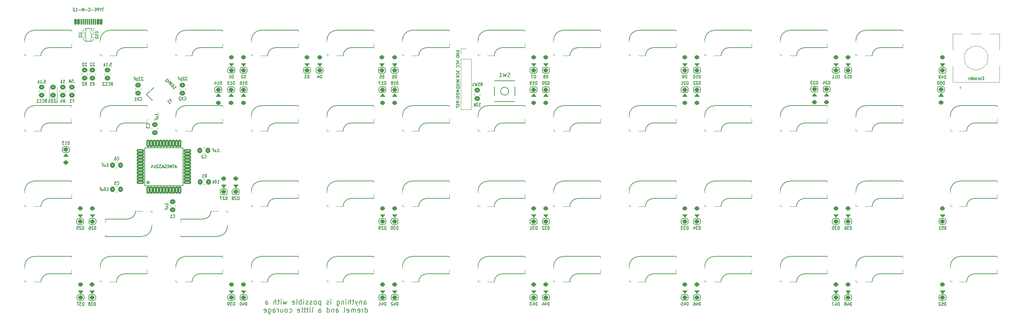
<source format=gbo>
G04 #@! TF.GenerationSoftware,KiCad,Pcbnew,(6.0.5-0)*
G04 #@! TF.CreationDate,2022-06-05T11:18:53-05:00*
G04 #@! TF.ProjectId,pcb,7063622e-6b69-4636-9164-5f7063625858,rev?*
G04 #@! TF.SameCoordinates,Original*
G04 #@! TF.FileFunction,Legend,Bot*
G04 #@! TF.FilePolarity,Positive*
%FSLAX46Y46*%
G04 Gerber Fmt 4.6, Leading zero omitted, Abs format (unit mm)*
G04 Created by KiCad (PCBNEW (6.0.5-0)) date 2022-06-05 11:18:53*
%MOMM*%
%LPD*%
G01*
G04 APERTURE LIST*
G04 Aperture macros list*
%AMRoundRect*
0 Rectangle with rounded corners*
0 $1 Rounding radius*
0 $2 $3 $4 $5 $6 $7 $8 $9 X,Y pos of 4 corners*
0 Add a 4 corners polygon primitive as box body*
4,1,4,$2,$3,$4,$5,$6,$7,$8,$9,$2,$3,0*
0 Add four circle primitives for the rounded corners*
1,1,$1+$1,$2,$3*
1,1,$1+$1,$4,$5*
1,1,$1+$1,$6,$7*
1,1,$1+$1,$8,$9*
0 Add four rect primitives between the rounded corners*
20,1,$1+$1,$2,$3,$4,$5,0*
20,1,$1+$1,$4,$5,$6,$7,0*
20,1,$1+$1,$6,$7,$8,$9,0*
20,1,$1+$1,$8,$9,$2,$3,0*%
%AMRotRect*
0 Rectangle, with rotation*
0 The origin of the aperture is its center*
0 $1 length*
0 $2 width*
0 $3 Rotation angle, in degrees counterclockwise*
0 Add horizontal line*
21,1,$1,$2,0,0,$3*%
G04 Aperture macros list end*
%ADD10C,0.150000*%
%ADD11C,0.200000*%
%ADD12C,0.120000*%
%ADD13C,0.127000*%
%ADD14C,0.100000*%
%ADD15C,0.203200*%
%ADD16C,0.254000*%
%ADD17C,0.650000*%
%ADD18RoundRect,0.150000X-0.150000X-0.575000X0.150000X-0.575000X0.150000X0.575000X-0.150000X0.575000X0*%
%ADD19RoundRect,0.075000X-0.075000X-0.650000X0.075000X-0.650000X0.075000X0.650000X-0.075000X0.650000X0*%
%ADD20O,1.300000X2.400000*%
%ADD21O,1.300000X1.900000*%
%ADD22C,0.800000*%
%ADD23C,1.750000*%
%ADD24C,3.000000*%
%ADD25C,3.987800*%
%ADD26R,2.550000X2.500000*%
%ADD27R,2.000000X2.000000*%
%ADD28C,2.000000*%
%ADD29R,2.000000X3.200000*%
%ADD30C,3.800000*%
%ADD31C,1.701800*%
%ADD32C,2.540000*%
%ADD33RoundRect,0.249999X-0.450001X0.325001X-0.450001X-0.325001X0.450001X-0.325001X0.450001X0.325001X0*%
%ADD34RoundRect,0.250000X0.350000X-0.250000X0.350000X0.250000X-0.350000X0.250000X-0.350000X-0.250000X0*%
%ADD35RoundRect,0.250000X-0.350000X0.250000X-0.350000X-0.250000X0.350000X-0.250000X0.350000X0.250000X0*%
%ADD36O,1.700000X1.700000*%
%ADD37R,1.700000X1.700000*%
%ADD38R,1.800000X1.100000*%
%ADD39RoundRect,0.200000X-0.750000X-0.250000X0.750000X-0.250000X0.750000X0.250000X-0.750000X0.250000X0*%
%ADD40RoundRect,0.200000X-0.250000X-0.750000X0.250000X-0.750000X0.250000X0.750000X-0.250000X0.750000X0*%
%ADD41RoundRect,0.249999X0.450001X-0.325001X0.450001X0.325001X-0.450001X0.325001X-0.450001X-0.325001X0*%
%ADD42RotRect,2.100000X1.800000X45.000000*%
%ADD43RoundRect,0.249999X-0.325001X-0.450001X0.325001X-0.450001X0.325001X0.450001X-0.325001X0.450001X0*%
%ADD44RoundRect,0.249999X0.325001X0.450001X-0.325001X0.450001X-0.325001X-0.450001X0.325001X-0.450001X0*%
%ADD45RoundRect,0.050000X-0.350000X0.500000X-0.350000X-0.500000X0.350000X-0.500000X0.350000X0.500000X0*%
%ADD46RoundRect,0.050000X-0.350000X0.300000X-0.350000X-0.300000X0.350000X-0.300000X0.350000X0.300000X0*%
G04 APERTURE END LIST*
D10*
X117832025Y-60835041D02*
X118114868Y-61117884D01*
X117973447Y-60976462D02*
X118539132Y-60410777D01*
X118505460Y-60538729D01*
X118498726Y-60639745D01*
X118518929Y-60713823D01*
X117973447Y-59845091D02*
X118067727Y-59939372D01*
X118087931Y-60013450D01*
X118084563Y-60063958D01*
X118050892Y-60191910D01*
X117966712Y-60323230D01*
X117751213Y-60538729D01*
X117673768Y-60569034D01*
X117623260Y-60572401D01*
X117549183Y-60552198D01*
X117454902Y-60457917D01*
X117434699Y-60383839D01*
X117438066Y-60333332D01*
X117468370Y-60255887D01*
X117603057Y-60121200D01*
X117680502Y-60090895D01*
X117731010Y-60087528D01*
X117805088Y-60107731D01*
X117899369Y-60202012D01*
X117919572Y-60276090D01*
X117916205Y-60326597D01*
X117885900Y-60404042D01*
X117148489Y-60151504D02*
X117714174Y-59585819D01*
X117145121Y-59824888D01*
X117384191Y-59255836D01*
X116818505Y-59821521D01*
X116582803Y-59585819D02*
X117148489Y-59020133D01*
X116879115Y-59289507D02*
X116596272Y-59006665D01*
X116299961Y-59302976D02*
X116865646Y-58737291D01*
X116488522Y-58737291D02*
X116229250Y-58478018D01*
X116111399Y-59114414D01*
X115852126Y-58855142D01*
X322196136Y-58283727D02*
X321962803Y-58283727D01*
X321862803Y-58702774D02*
X322196136Y-58702774D01*
X322196136Y-57902774D01*
X321862803Y-57902774D01*
X321562803Y-58169441D02*
X321562803Y-58702774D01*
X321562803Y-58245631D02*
X321529470Y-58207536D01*
X321462803Y-58169441D01*
X321362803Y-58169441D01*
X321296136Y-58207536D01*
X321262803Y-58283727D01*
X321262803Y-58702774D01*
X320629470Y-58664679D02*
X320696136Y-58702774D01*
X320829470Y-58702774D01*
X320896136Y-58664679D01*
X320929470Y-58626584D01*
X320962803Y-58550393D01*
X320962803Y-58321822D01*
X320929470Y-58245631D01*
X320896136Y-58207536D01*
X320829470Y-58169441D01*
X320696136Y-58169441D01*
X320629470Y-58207536D01*
X320229470Y-58702774D02*
X320296136Y-58664679D01*
X320329470Y-58626584D01*
X320362803Y-58550393D01*
X320362803Y-58321822D01*
X320329470Y-58245631D01*
X320296136Y-58207536D01*
X320229470Y-58169441D01*
X320129470Y-58169441D01*
X320062803Y-58207536D01*
X320029470Y-58245631D01*
X319996136Y-58321822D01*
X319996136Y-58550393D01*
X320029470Y-58626584D01*
X320062803Y-58664679D01*
X320129470Y-58702774D01*
X320229470Y-58702774D01*
X319396136Y-58702774D02*
X319396136Y-57902774D01*
X319396136Y-58664679D02*
X319462803Y-58702774D01*
X319596136Y-58702774D01*
X319662803Y-58664679D01*
X319696136Y-58626584D01*
X319729470Y-58550393D01*
X319729470Y-58321822D01*
X319696136Y-58245631D01*
X319662803Y-58207536D01*
X319596136Y-58169441D01*
X319462803Y-58169441D01*
X319396136Y-58207536D01*
X318796136Y-58664679D02*
X318862803Y-58702774D01*
X318996136Y-58702774D01*
X319062803Y-58664679D01*
X319096136Y-58588489D01*
X319096136Y-58283727D01*
X319062803Y-58207536D01*
X318996136Y-58169441D01*
X318862803Y-58169441D01*
X318796136Y-58207536D01*
X318762803Y-58283727D01*
X318762803Y-58359917D01*
X319096136Y-58436108D01*
X318462803Y-58702774D02*
X318462803Y-58169441D01*
X318462803Y-58321822D02*
X318429470Y-58245631D01*
X318396136Y-58207536D01*
X318329470Y-58169441D01*
X318262803Y-58169441D01*
D11*
X165933082Y-115453176D02*
X165933082Y-114798414D01*
X165992605Y-114679366D01*
X166111653Y-114619842D01*
X166349748Y-114619842D01*
X166468796Y-114679366D01*
X165933082Y-115393652D02*
X166052129Y-115453176D01*
X166349748Y-115453176D01*
X166468796Y-115393652D01*
X166528320Y-115274604D01*
X166528320Y-115155557D01*
X166468796Y-115036509D01*
X166349748Y-114976985D01*
X166052129Y-114976985D01*
X165933082Y-114917461D01*
X165337844Y-114619842D02*
X165337844Y-115453176D01*
X165337844Y-114738890D02*
X165278320Y-114679366D01*
X165159272Y-114619842D01*
X164980701Y-114619842D01*
X164861653Y-114679366D01*
X164802129Y-114798414D01*
X164802129Y-115453176D01*
X164325939Y-114619842D02*
X164028320Y-115453176D01*
X163730701Y-114619842D02*
X164028320Y-115453176D01*
X164147367Y-115750795D01*
X164206891Y-115810319D01*
X164325939Y-115869842D01*
X163433082Y-114619842D02*
X162956891Y-114619842D01*
X163254510Y-114203176D02*
X163254510Y-115274604D01*
X163194986Y-115393652D01*
X163075939Y-115453176D01*
X162956891Y-115453176D01*
X162540225Y-115453176D02*
X162540225Y-114203176D01*
X162004510Y-115453176D02*
X162004510Y-114798414D01*
X162064034Y-114679366D01*
X162183082Y-114619842D01*
X162361653Y-114619842D01*
X162480701Y-114679366D01*
X162540225Y-114738890D01*
X161409272Y-115453176D02*
X161409272Y-114619842D01*
X161409272Y-114203176D02*
X161468796Y-114262700D01*
X161409272Y-114322223D01*
X161349748Y-114262700D01*
X161409272Y-114203176D01*
X161409272Y-114322223D01*
X160814034Y-114619842D02*
X160814034Y-115453176D01*
X160814034Y-114738890D02*
X160754510Y-114679366D01*
X160635463Y-114619842D01*
X160456891Y-114619842D01*
X160337844Y-114679366D01*
X160278320Y-114798414D01*
X160278320Y-115453176D01*
X159147367Y-114619842D02*
X159147367Y-115631747D01*
X159206891Y-115750795D01*
X159266415Y-115810319D01*
X159385463Y-115869842D01*
X159564034Y-115869842D01*
X159683082Y-115810319D01*
X159147367Y-115393652D02*
X159266415Y-115453176D01*
X159504510Y-115453176D01*
X159623558Y-115393652D01*
X159683082Y-115334128D01*
X159742605Y-115215080D01*
X159742605Y-114857938D01*
X159683082Y-114738890D01*
X159623558Y-114679366D01*
X159504510Y-114619842D01*
X159266415Y-114619842D01*
X159147367Y-114679366D01*
X157599748Y-115453176D02*
X157599748Y-114619842D01*
X157599748Y-114203176D02*
X157659272Y-114262700D01*
X157599748Y-114322223D01*
X157540225Y-114262700D01*
X157599748Y-114203176D01*
X157599748Y-114322223D01*
X157064034Y-115393652D02*
X156944986Y-115453176D01*
X156706891Y-115453176D01*
X156587844Y-115393652D01*
X156528320Y-115274604D01*
X156528320Y-115215080D01*
X156587844Y-115096033D01*
X156706891Y-115036509D01*
X156885463Y-115036509D01*
X157004510Y-114976985D01*
X157064034Y-114857938D01*
X157064034Y-114798414D01*
X157004510Y-114679366D01*
X156885463Y-114619842D01*
X156706891Y-114619842D01*
X156587844Y-114679366D01*
X155040225Y-114619842D02*
X155040225Y-115869842D01*
X155040225Y-114679366D02*
X154921177Y-114619842D01*
X154683082Y-114619842D01*
X154564034Y-114679366D01*
X154504510Y-114738890D01*
X154444986Y-114857938D01*
X154444986Y-115215080D01*
X154504510Y-115334128D01*
X154564034Y-115393652D01*
X154683082Y-115453176D01*
X154921177Y-115453176D01*
X155040225Y-115393652D01*
X153730701Y-115453176D02*
X153849748Y-115393652D01*
X153909272Y-115334128D01*
X153968796Y-115215080D01*
X153968796Y-114857938D01*
X153909272Y-114738890D01*
X153849748Y-114679366D01*
X153730701Y-114619842D01*
X153552129Y-114619842D01*
X153433082Y-114679366D01*
X153373558Y-114738890D01*
X153314034Y-114857938D01*
X153314034Y-115215080D01*
X153373558Y-115334128D01*
X153433082Y-115393652D01*
X153552129Y-115453176D01*
X153730701Y-115453176D01*
X152837844Y-115393652D02*
X152718796Y-115453176D01*
X152480701Y-115453176D01*
X152361653Y-115393652D01*
X152302129Y-115274604D01*
X152302129Y-115215080D01*
X152361653Y-115096033D01*
X152480701Y-115036509D01*
X152659272Y-115036509D01*
X152778320Y-114976985D01*
X152837844Y-114857938D01*
X152837844Y-114798414D01*
X152778320Y-114679366D01*
X152659272Y-114619842D01*
X152480701Y-114619842D01*
X152361653Y-114679366D01*
X151825939Y-115393652D02*
X151706891Y-115453176D01*
X151468796Y-115453176D01*
X151349748Y-115393652D01*
X151290225Y-115274604D01*
X151290225Y-115215080D01*
X151349748Y-115096033D01*
X151468796Y-115036509D01*
X151647367Y-115036509D01*
X151766415Y-114976985D01*
X151825939Y-114857938D01*
X151825939Y-114798414D01*
X151766415Y-114679366D01*
X151647367Y-114619842D01*
X151468796Y-114619842D01*
X151349748Y-114679366D01*
X150754510Y-115453176D02*
X150754510Y-114619842D01*
X150754510Y-114203176D02*
X150814034Y-114262700D01*
X150754510Y-114322223D01*
X150694986Y-114262700D01*
X150754510Y-114203176D01*
X150754510Y-114322223D01*
X150159272Y-115453176D02*
X150159272Y-114203176D01*
X150159272Y-114679366D02*
X150040225Y-114619842D01*
X149802129Y-114619842D01*
X149683082Y-114679366D01*
X149623558Y-114738890D01*
X149564034Y-114857938D01*
X149564034Y-115215080D01*
X149623558Y-115334128D01*
X149683082Y-115393652D01*
X149802129Y-115453176D01*
X150040225Y-115453176D01*
X150159272Y-115393652D01*
X148849748Y-115453176D02*
X148968796Y-115393652D01*
X149028320Y-115274604D01*
X149028320Y-114203176D01*
X147897367Y-115393652D02*
X148016415Y-115453176D01*
X148254510Y-115453176D01*
X148373558Y-115393652D01*
X148433082Y-115274604D01*
X148433082Y-114798414D01*
X148373558Y-114679366D01*
X148254510Y-114619842D01*
X148016415Y-114619842D01*
X147897367Y-114679366D01*
X147837844Y-114798414D01*
X147837844Y-114917461D01*
X148433082Y-115036509D01*
X146468796Y-114619842D02*
X146230701Y-115453176D01*
X145992605Y-114857938D01*
X145754510Y-115453176D01*
X145516415Y-114619842D01*
X145040225Y-115453176D02*
X145040225Y-114619842D01*
X145040225Y-114203176D02*
X145099748Y-114262700D01*
X145040225Y-114322223D01*
X144980701Y-114262700D01*
X145040225Y-114203176D01*
X145040225Y-114322223D01*
X144623558Y-114619842D02*
X144147367Y-114619842D01*
X144444986Y-114203176D02*
X144444986Y-115274604D01*
X144385463Y-115393652D01*
X144266415Y-115453176D01*
X144147367Y-115453176D01*
X143730701Y-115453176D02*
X143730701Y-114203176D01*
X143194986Y-115453176D02*
X143194986Y-114798414D01*
X143254510Y-114679366D01*
X143373558Y-114619842D01*
X143552129Y-114619842D01*
X143671177Y-114679366D01*
X143730701Y-114738890D01*
X141111653Y-115453176D02*
X141111653Y-114798414D01*
X141171177Y-114679366D01*
X141290225Y-114619842D01*
X141528320Y-114619842D01*
X141647367Y-114679366D01*
X141111653Y-115393652D02*
X141230701Y-115453176D01*
X141528320Y-115453176D01*
X141647367Y-115393652D01*
X141706891Y-115274604D01*
X141706891Y-115155557D01*
X141647367Y-115036509D01*
X141528320Y-114976985D01*
X141230701Y-114976985D01*
X141111653Y-114917461D01*
X166230701Y-117465676D02*
X166230701Y-116215676D01*
X166230701Y-117406152D02*
X166349748Y-117465676D01*
X166587844Y-117465676D01*
X166706891Y-117406152D01*
X166766415Y-117346628D01*
X166825939Y-117227580D01*
X166825939Y-116870438D01*
X166766415Y-116751390D01*
X166706891Y-116691866D01*
X166587844Y-116632342D01*
X166349748Y-116632342D01*
X166230701Y-116691866D01*
X165635463Y-117465676D02*
X165635463Y-116632342D01*
X165635463Y-116870438D02*
X165575939Y-116751390D01*
X165516415Y-116691866D01*
X165397367Y-116632342D01*
X165278320Y-116632342D01*
X164385463Y-117406152D02*
X164504510Y-117465676D01*
X164742605Y-117465676D01*
X164861653Y-117406152D01*
X164921177Y-117287104D01*
X164921177Y-116810914D01*
X164861653Y-116691866D01*
X164742605Y-116632342D01*
X164504510Y-116632342D01*
X164385463Y-116691866D01*
X164325939Y-116810914D01*
X164325939Y-116929961D01*
X164921177Y-117049009D01*
X163790225Y-117465676D02*
X163790225Y-116632342D01*
X163790225Y-116751390D02*
X163730701Y-116691866D01*
X163611653Y-116632342D01*
X163433082Y-116632342D01*
X163314034Y-116691866D01*
X163254510Y-116810914D01*
X163254510Y-117465676D01*
X163254510Y-116810914D02*
X163194986Y-116691866D01*
X163075939Y-116632342D01*
X162897367Y-116632342D01*
X162778320Y-116691866D01*
X162718796Y-116810914D01*
X162718796Y-117465676D01*
X161647367Y-117406152D02*
X161766415Y-117465676D01*
X162004510Y-117465676D01*
X162123558Y-117406152D01*
X162183082Y-117287104D01*
X162183082Y-116810914D01*
X162123558Y-116691866D01*
X162004510Y-116632342D01*
X161766415Y-116632342D01*
X161647367Y-116691866D01*
X161587844Y-116810914D01*
X161587844Y-116929961D01*
X162183082Y-117049009D01*
X160873558Y-117465676D02*
X160992605Y-117406152D01*
X161052129Y-117287104D01*
X161052129Y-116215676D01*
X158909272Y-117465676D02*
X158909272Y-116810914D01*
X158968796Y-116691866D01*
X159087844Y-116632342D01*
X159325939Y-116632342D01*
X159444986Y-116691866D01*
X158909272Y-117406152D02*
X159028320Y-117465676D01*
X159325939Y-117465676D01*
X159444986Y-117406152D01*
X159504510Y-117287104D01*
X159504510Y-117168057D01*
X159444986Y-117049009D01*
X159325939Y-116989485D01*
X159028320Y-116989485D01*
X158909272Y-116929961D01*
X158314034Y-116632342D02*
X158314034Y-117465676D01*
X158314034Y-116751390D02*
X158254510Y-116691866D01*
X158135463Y-116632342D01*
X157956891Y-116632342D01*
X157837844Y-116691866D01*
X157778320Y-116810914D01*
X157778320Y-117465676D01*
X156647367Y-117465676D02*
X156647367Y-116215676D01*
X156647367Y-117406152D02*
X156766415Y-117465676D01*
X157004510Y-117465676D01*
X157123558Y-117406152D01*
X157183082Y-117346628D01*
X157242605Y-117227580D01*
X157242605Y-116870438D01*
X157183082Y-116751390D01*
X157123558Y-116691866D01*
X157004510Y-116632342D01*
X156766415Y-116632342D01*
X156647367Y-116691866D01*
X154564034Y-117465676D02*
X154564034Y-116810914D01*
X154623558Y-116691866D01*
X154742605Y-116632342D01*
X154980701Y-116632342D01*
X155099748Y-116691866D01*
X154564034Y-117406152D02*
X154683082Y-117465676D01*
X154980701Y-117465676D01*
X155099748Y-117406152D01*
X155159272Y-117287104D01*
X155159272Y-117168057D01*
X155099748Y-117049009D01*
X154980701Y-116989485D01*
X154683082Y-116989485D01*
X154564034Y-116929961D01*
X152837844Y-117465676D02*
X152956891Y-117406152D01*
X153016415Y-117287104D01*
X153016415Y-116215676D01*
X152361653Y-117465676D02*
X152361653Y-116632342D01*
X152361653Y-116215676D02*
X152421177Y-116275200D01*
X152361653Y-116334723D01*
X152302129Y-116275200D01*
X152361653Y-116215676D01*
X152361653Y-116334723D01*
X151944986Y-116632342D02*
X151468796Y-116632342D01*
X151766415Y-116215676D02*
X151766415Y-117287104D01*
X151706891Y-117406152D01*
X151587844Y-117465676D01*
X151468796Y-117465676D01*
X151230701Y-116632342D02*
X150754510Y-116632342D01*
X151052129Y-116215676D02*
X151052129Y-117287104D01*
X150992605Y-117406152D01*
X150873558Y-117465676D01*
X150754510Y-117465676D01*
X150159272Y-117465676D02*
X150278320Y-117406152D01*
X150337844Y-117287104D01*
X150337844Y-116215676D01*
X149206891Y-117406152D02*
X149325939Y-117465676D01*
X149564034Y-117465676D01*
X149683082Y-117406152D01*
X149742605Y-117287104D01*
X149742605Y-116810914D01*
X149683082Y-116691866D01*
X149564034Y-116632342D01*
X149325939Y-116632342D01*
X149206891Y-116691866D01*
X149147367Y-116810914D01*
X149147367Y-116929961D01*
X149742605Y-117049009D01*
X147123558Y-117406152D02*
X147242605Y-117465676D01*
X147480701Y-117465676D01*
X147599748Y-117406152D01*
X147659272Y-117346628D01*
X147718796Y-117227580D01*
X147718796Y-116870438D01*
X147659272Y-116751390D01*
X147599748Y-116691866D01*
X147480701Y-116632342D01*
X147242605Y-116632342D01*
X147123558Y-116691866D01*
X146409272Y-117465676D02*
X146528320Y-117406152D01*
X146587844Y-117346628D01*
X146647367Y-117227580D01*
X146647367Y-116870438D01*
X146587844Y-116751390D01*
X146528320Y-116691866D01*
X146409272Y-116632342D01*
X146230701Y-116632342D01*
X146111653Y-116691866D01*
X146052129Y-116751390D01*
X145992605Y-116870438D01*
X145992605Y-117227580D01*
X146052129Y-117346628D01*
X146111653Y-117406152D01*
X146230701Y-117465676D01*
X146409272Y-117465676D01*
X144921177Y-116632342D02*
X144921177Y-117465676D01*
X145456891Y-116632342D02*
X145456891Y-117287104D01*
X145397367Y-117406152D01*
X145278320Y-117465676D01*
X145099748Y-117465676D01*
X144980701Y-117406152D01*
X144921177Y-117346628D01*
X144325939Y-117465676D02*
X144325939Y-116632342D01*
X144325939Y-116870438D02*
X144266415Y-116751390D01*
X144206891Y-116691866D01*
X144087844Y-116632342D01*
X143968796Y-116632342D01*
X143016415Y-117465676D02*
X143016415Y-116810914D01*
X143075939Y-116691866D01*
X143194986Y-116632342D01*
X143433082Y-116632342D01*
X143552129Y-116691866D01*
X143016415Y-117406152D02*
X143135463Y-117465676D01*
X143433082Y-117465676D01*
X143552129Y-117406152D01*
X143611653Y-117287104D01*
X143611653Y-117168057D01*
X143552129Y-117049009D01*
X143433082Y-116989485D01*
X143135463Y-116989485D01*
X143016415Y-116929961D01*
X141885463Y-116632342D02*
X141885463Y-117644247D01*
X141944986Y-117763295D01*
X142004510Y-117822819D01*
X142123558Y-117882342D01*
X142302129Y-117882342D01*
X142421177Y-117822819D01*
X141885463Y-117406152D02*
X142004510Y-117465676D01*
X142242605Y-117465676D01*
X142361653Y-117406152D01*
X142421177Y-117346628D01*
X142480701Y-117227580D01*
X142480701Y-116870438D01*
X142421177Y-116751390D01*
X142361653Y-116691866D01*
X142242605Y-116632342D01*
X142004510Y-116632342D01*
X141885463Y-116691866D01*
X140814034Y-117406152D02*
X140933082Y-117465676D01*
X141171177Y-117465676D01*
X141290225Y-117406152D01*
X141349748Y-117287104D01*
X141349748Y-116810914D01*
X141290225Y-116691866D01*
X141171177Y-116632342D01*
X140933082Y-116632342D01*
X140814034Y-116691866D01*
X140754510Y-116810914D01*
X140754510Y-116929961D01*
X141349748Y-117049009D01*
D10*
X100310458Y-40566781D02*
X99910458Y-40566781D01*
X100110458Y-41366781D02*
X100110458Y-40566781D01*
X99543791Y-40985829D02*
X99543791Y-41366781D01*
X99777125Y-40566781D02*
X99543791Y-40985829D01*
X99310458Y-40566781D01*
X99077125Y-41366781D02*
X99077125Y-40566781D01*
X98810458Y-40566781D01*
X98743791Y-40604877D01*
X98710458Y-40642972D01*
X98677125Y-40719162D01*
X98677125Y-40833448D01*
X98710458Y-40909638D01*
X98743791Y-40947734D01*
X98810458Y-40985829D01*
X99077125Y-40985829D01*
X98377125Y-40947734D02*
X98143791Y-40947734D01*
X98043791Y-41366781D02*
X98377125Y-41366781D01*
X98377125Y-40566781D01*
X98043791Y-40566781D01*
X97743791Y-41062019D02*
X97210458Y-41062019D01*
X96477125Y-41290591D02*
X96510458Y-41328686D01*
X96610458Y-41366781D01*
X96677125Y-41366781D01*
X96777125Y-41328686D01*
X96843791Y-41252496D01*
X96877125Y-41176305D01*
X96910458Y-41023924D01*
X96910458Y-40909638D01*
X96877125Y-40757257D01*
X96843791Y-40681067D01*
X96777125Y-40604877D01*
X96677125Y-40566781D01*
X96610458Y-40566781D01*
X96510458Y-40604877D01*
X96477125Y-40642972D01*
X96177125Y-41062019D02*
X95643791Y-41062019D01*
X95310458Y-41366781D02*
X95310458Y-40566781D01*
X95077125Y-41138210D01*
X94843791Y-40566781D01*
X94843791Y-41366781D01*
X94510458Y-41062019D02*
X93977125Y-41062019D01*
X93277125Y-41366781D02*
X93677125Y-41366781D01*
X93477125Y-41366781D02*
X93477125Y-40566781D01*
X93543791Y-40681067D01*
X93610458Y-40757257D01*
X93677125Y-40795353D01*
X93010458Y-40642972D02*
X92977125Y-40604877D01*
X92910458Y-40566781D01*
X92743791Y-40566781D01*
X92677125Y-40604877D01*
X92643791Y-40642972D01*
X92610458Y-40719162D01*
X92610458Y-40795353D01*
X92643791Y-40909638D01*
X93043791Y-41366781D01*
X92610458Y-41366781D01*
X117807291Y-93516964D02*
X117840625Y-93555059D01*
X117940625Y-93593154D01*
X118007291Y-93593154D01*
X118107291Y-93555059D01*
X118173958Y-93478869D01*
X118207291Y-93402678D01*
X118240625Y-93250297D01*
X118240625Y-93136011D01*
X118207291Y-92983630D01*
X118173958Y-92907440D01*
X118107291Y-92831250D01*
X118007291Y-92793154D01*
X117940625Y-92793154D01*
X117840625Y-92831250D01*
X117807291Y-92869345D01*
X117140625Y-93593154D02*
X117540625Y-93593154D01*
X117340625Y-93593154D02*
X117340625Y-92793154D01*
X117407291Y-92907440D01*
X117473958Y-92983630D01*
X117540625Y-93021726D01*
X116476339Y-89631250D02*
X116514434Y-89664583D01*
X116552529Y-89631250D01*
X116514434Y-89597916D01*
X116476339Y-89631250D01*
X116552529Y-89631250D01*
X116552529Y-90331250D02*
X116552529Y-89931250D01*
X116552529Y-90131250D02*
X115752529Y-90131250D01*
X115866815Y-90064583D01*
X115943005Y-89997916D01*
X115981101Y-89931250D01*
X116019196Y-90931250D02*
X116552529Y-90931250D01*
X116019196Y-90631250D02*
X116438244Y-90631250D01*
X116514434Y-90664583D01*
X116552529Y-90731250D01*
X116552529Y-90831250D01*
X116514434Y-90897916D01*
X116476339Y-90931250D01*
X116133482Y-91497916D02*
X116133482Y-91264583D01*
X116552529Y-91264583D02*
X115752529Y-91264583D01*
X115752529Y-91597916D01*
X98340625Y-96520154D02*
X98340625Y-95720154D01*
X98173958Y-95720154D01*
X98073958Y-95758250D01*
X98007291Y-95834440D01*
X97973958Y-95910630D01*
X97940625Y-96063011D01*
X97940625Y-96177297D01*
X97973958Y-96329678D01*
X98007291Y-96405869D01*
X98073958Y-96482059D01*
X98173958Y-96520154D01*
X98340625Y-96520154D01*
X97673958Y-95796345D02*
X97640625Y-95758250D01*
X97573958Y-95720154D01*
X97407291Y-95720154D01*
X97340625Y-95758250D01*
X97307291Y-95796345D01*
X97273958Y-95872535D01*
X97273958Y-95948726D01*
X97307291Y-96063011D01*
X97707291Y-96520154D01*
X97273958Y-96520154D01*
X96673958Y-95720154D02*
X96807291Y-95720154D01*
X96873958Y-95758250D01*
X96907291Y-95796345D01*
X96973958Y-95910630D01*
X97007291Y-96063011D01*
X97007291Y-96367773D01*
X96973958Y-96443964D01*
X96940625Y-96482059D01*
X96873958Y-96520154D01*
X96740625Y-96520154D01*
X96673958Y-96482059D01*
X96640625Y-96443964D01*
X96607291Y-96367773D01*
X96607291Y-96177297D01*
X96640625Y-96101107D01*
X96673958Y-96063011D01*
X96740625Y-96024916D01*
X96873958Y-96024916D01*
X96940625Y-96063011D01*
X96973958Y-96101107D01*
X97007291Y-96177297D01*
X209531415Y-59916154D02*
X209531415Y-59116154D01*
X209364748Y-59116154D01*
X209264748Y-59154250D01*
X209198081Y-59230440D01*
X209164748Y-59306630D01*
X209131415Y-59459011D01*
X209131415Y-59573297D01*
X209164748Y-59725678D01*
X209198081Y-59801869D01*
X209264748Y-59878059D01*
X209364748Y-59916154D01*
X209531415Y-59916154D01*
X208464748Y-59916154D02*
X208864748Y-59916154D01*
X208664748Y-59916154D02*
X208664748Y-59116154D01*
X208731415Y-59230440D01*
X208798081Y-59306630D01*
X208864748Y-59344726D01*
X208131415Y-59916154D02*
X207998081Y-59916154D01*
X207931415Y-59878059D01*
X207898081Y-59839964D01*
X207831415Y-59725678D01*
X207798081Y-59573297D01*
X207798081Y-59268535D01*
X207831415Y-59192345D01*
X207864748Y-59154250D01*
X207931415Y-59116154D01*
X208064748Y-59116154D01*
X208131415Y-59154250D01*
X208164748Y-59192345D01*
X208198081Y-59268535D01*
X208198081Y-59459011D01*
X208164748Y-59535202D01*
X208131415Y-59573297D01*
X208064748Y-59611392D01*
X207931415Y-59611392D01*
X207864748Y-59573297D01*
X207831415Y-59535202D01*
X207798081Y-59459011D01*
X171431415Y-59916154D02*
X171431415Y-59116154D01*
X171264748Y-59116154D01*
X171164748Y-59154250D01*
X171098081Y-59230440D01*
X171064748Y-59306630D01*
X171031415Y-59459011D01*
X171031415Y-59573297D01*
X171064748Y-59725678D01*
X171098081Y-59801869D01*
X171164748Y-59878059D01*
X171264748Y-59916154D01*
X171431415Y-59916154D01*
X170364748Y-59916154D02*
X170764748Y-59916154D01*
X170564748Y-59916154D02*
X170564748Y-59116154D01*
X170631415Y-59230440D01*
X170698081Y-59306630D01*
X170764748Y-59344726D01*
X170131415Y-59116154D02*
X169664748Y-59116154D01*
X169964748Y-59916154D01*
X136431415Y-59916154D02*
X136431415Y-59116154D01*
X136264748Y-59116154D01*
X136164748Y-59154250D01*
X136098081Y-59230440D01*
X136064748Y-59306630D01*
X136031415Y-59459011D01*
X136031415Y-59573297D01*
X136064748Y-59725678D01*
X136098081Y-59801869D01*
X136164748Y-59878059D01*
X136264748Y-59916154D01*
X136431415Y-59916154D01*
X135364748Y-59916154D02*
X135764748Y-59916154D01*
X135564748Y-59916154D02*
X135564748Y-59116154D01*
X135631415Y-59230440D01*
X135698081Y-59306630D01*
X135764748Y-59344726D01*
X134764748Y-59116154D02*
X134898081Y-59116154D01*
X134964748Y-59154250D01*
X134998081Y-59192345D01*
X135064748Y-59306630D01*
X135098081Y-59459011D01*
X135098081Y-59763773D01*
X135064748Y-59839964D01*
X135031415Y-59878059D01*
X134964748Y-59916154D01*
X134831415Y-59916154D01*
X134764748Y-59878059D01*
X134731415Y-59839964D01*
X134698081Y-59763773D01*
X134698081Y-59573297D01*
X134731415Y-59497107D01*
X134764748Y-59459011D01*
X134831415Y-59420916D01*
X134964748Y-59420916D01*
X135031415Y-59459011D01*
X135064748Y-59497107D01*
X135098081Y-59573297D01*
X130040625Y-59916154D02*
X130040625Y-59116154D01*
X129873958Y-59116154D01*
X129773958Y-59154250D01*
X129707291Y-59230440D01*
X129673958Y-59306630D01*
X129640625Y-59459011D01*
X129640625Y-59573297D01*
X129673958Y-59725678D01*
X129707291Y-59801869D01*
X129773958Y-59878059D01*
X129873958Y-59916154D01*
X130040625Y-59916154D01*
X128973958Y-59916154D02*
X129373958Y-59916154D01*
X129173958Y-59916154D02*
X129173958Y-59116154D01*
X129240625Y-59230440D01*
X129307291Y-59306630D01*
X129373958Y-59344726D01*
X128373958Y-59382821D02*
X128373958Y-59916154D01*
X128540625Y-59078059D02*
X128707291Y-59649488D01*
X128273958Y-59649488D01*
X285740625Y-58320154D02*
X285740625Y-57520154D01*
X285573958Y-57520154D01*
X285473958Y-57558250D01*
X285407291Y-57634440D01*
X285373958Y-57710630D01*
X285340625Y-57863011D01*
X285340625Y-57977297D01*
X285373958Y-58129678D01*
X285407291Y-58205869D01*
X285473958Y-58282059D01*
X285573958Y-58320154D01*
X285740625Y-58320154D01*
X284673958Y-58320154D02*
X285073958Y-58320154D01*
X284873958Y-58320154D02*
X284873958Y-57520154D01*
X284940625Y-57634440D01*
X285007291Y-57710630D01*
X285073958Y-57748726D01*
X284007291Y-58320154D02*
X284407291Y-58320154D01*
X284207291Y-58320154D02*
X284207291Y-57520154D01*
X284273958Y-57634440D01*
X284340625Y-57710630D01*
X284407291Y-57748726D01*
X250731415Y-58320154D02*
X250731415Y-57520154D01*
X250564748Y-57520154D01*
X250464748Y-57558250D01*
X250398081Y-57634440D01*
X250364748Y-57710630D01*
X250331415Y-57863011D01*
X250331415Y-57977297D01*
X250364748Y-58129678D01*
X250398081Y-58205869D01*
X250464748Y-58282059D01*
X250564748Y-58320154D01*
X250731415Y-58320154D01*
X249664748Y-58320154D02*
X250064748Y-58320154D01*
X249864748Y-58320154D02*
X249864748Y-57520154D01*
X249931415Y-57634440D01*
X249998081Y-57710630D01*
X250064748Y-57748726D01*
X249231415Y-57520154D02*
X249164748Y-57520154D01*
X249098081Y-57558250D01*
X249064748Y-57596345D01*
X249031415Y-57672535D01*
X248998081Y-57824916D01*
X248998081Y-58015392D01*
X249031415Y-58167773D01*
X249064748Y-58243964D01*
X249098081Y-58282059D01*
X249164748Y-58320154D01*
X249231415Y-58320154D01*
X249298081Y-58282059D01*
X249331415Y-58243964D01*
X249364748Y-58167773D01*
X249398081Y-58015392D01*
X249398081Y-57824916D01*
X249364748Y-57672535D01*
X249331415Y-57596345D01*
X249298081Y-57558250D01*
X249231415Y-57520154D01*
X212298081Y-58320154D02*
X212298081Y-57520154D01*
X212131415Y-57520154D01*
X212031415Y-57558250D01*
X211964748Y-57634440D01*
X211931415Y-57710630D01*
X211898081Y-57863011D01*
X211898081Y-57977297D01*
X211931415Y-58129678D01*
X211964748Y-58205869D01*
X212031415Y-58282059D01*
X212131415Y-58320154D01*
X212298081Y-58320154D01*
X211498081Y-57863011D02*
X211564748Y-57824916D01*
X211598081Y-57786821D01*
X211631415Y-57710630D01*
X211631415Y-57672535D01*
X211598081Y-57596345D01*
X211564748Y-57558250D01*
X211498081Y-57520154D01*
X211364748Y-57520154D01*
X211298081Y-57558250D01*
X211264748Y-57596345D01*
X211231415Y-57672535D01*
X211231415Y-57710630D01*
X211264748Y-57786821D01*
X211298081Y-57824916D01*
X211364748Y-57863011D01*
X211498081Y-57863011D01*
X211564748Y-57901107D01*
X211598081Y-57939202D01*
X211631415Y-58015392D01*
X211631415Y-58167773D01*
X211598081Y-58243964D01*
X211564748Y-58282059D01*
X211498081Y-58320154D01*
X211364748Y-58320154D01*
X211298081Y-58282059D01*
X211264748Y-58243964D01*
X211231415Y-58167773D01*
X211231415Y-58015392D01*
X211264748Y-57939202D01*
X211298081Y-57901107D01*
X211364748Y-57863011D01*
X209198081Y-58320154D02*
X209198081Y-57520154D01*
X209031415Y-57520154D01*
X208931415Y-57558250D01*
X208864748Y-57634440D01*
X208831415Y-57710630D01*
X208798081Y-57863011D01*
X208798081Y-57977297D01*
X208831415Y-58129678D01*
X208864748Y-58205869D01*
X208931415Y-58282059D01*
X209031415Y-58320154D01*
X209198081Y-58320154D01*
X208564748Y-57520154D02*
X208098081Y-57520154D01*
X208398081Y-58320154D01*
X174168455Y-58347281D02*
X174168455Y-57547281D01*
X174001789Y-57547281D01*
X173901789Y-57585377D01*
X173835122Y-57661567D01*
X173801789Y-57737757D01*
X173768455Y-57890138D01*
X173768455Y-58004424D01*
X173801789Y-58156805D01*
X173835122Y-58232996D01*
X173901789Y-58309186D01*
X174001789Y-58347281D01*
X174168455Y-58347281D01*
X173168455Y-57547281D02*
X173301789Y-57547281D01*
X173368455Y-57585377D01*
X173401789Y-57623472D01*
X173468455Y-57737757D01*
X173501789Y-57890138D01*
X173501789Y-58194900D01*
X173468455Y-58271091D01*
X173435122Y-58309186D01*
X173368455Y-58347281D01*
X173235122Y-58347281D01*
X173168455Y-58309186D01*
X173135122Y-58271091D01*
X173101789Y-58194900D01*
X173101789Y-58004424D01*
X173135122Y-57928234D01*
X173168455Y-57890138D01*
X173235122Y-57852043D01*
X173368455Y-57852043D01*
X173435122Y-57890138D01*
X173468455Y-57928234D01*
X173501789Y-58004424D01*
X170993455Y-58347281D02*
X170993455Y-57547281D01*
X170826789Y-57547281D01*
X170726789Y-57585377D01*
X170660122Y-57661567D01*
X170626789Y-57737757D01*
X170593455Y-57890138D01*
X170593455Y-58004424D01*
X170626789Y-58156805D01*
X170660122Y-58232996D01*
X170726789Y-58309186D01*
X170826789Y-58347281D01*
X170993455Y-58347281D01*
X169960122Y-57547281D02*
X170293455Y-57547281D01*
X170326789Y-57928234D01*
X170293455Y-57890138D01*
X170226789Y-57852043D01*
X170060122Y-57852043D01*
X169993455Y-57890138D01*
X169960122Y-57928234D01*
X169926789Y-58004424D01*
X169926789Y-58194900D01*
X169960122Y-58271091D01*
X169993455Y-58309186D01*
X170060122Y-58347281D01*
X170226789Y-58347281D01*
X170293455Y-58309186D01*
X170326789Y-58271091D01*
X155268455Y-58320154D02*
X155268455Y-57520154D01*
X155101789Y-57520154D01*
X155001789Y-57558250D01*
X154935122Y-57634440D01*
X154901789Y-57710630D01*
X154868455Y-57863011D01*
X154868455Y-57977297D01*
X154901789Y-58129678D01*
X154935122Y-58205869D01*
X155001789Y-58282059D01*
X155101789Y-58320154D01*
X155268455Y-58320154D01*
X154268455Y-57786821D02*
X154268455Y-58320154D01*
X154435122Y-57482059D02*
X154601789Y-58053488D01*
X154168455Y-58053488D01*
X288840625Y-115763904D02*
X288840625Y-114963904D01*
X288673958Y-114963904D01*
X288573958Y-115002000D01*
X288507291Y-115078190D01*
X288473958Y-115154380D01*
X288440625Y-115306761D01*
X288440625Y-115421047D01*
X288473958Y-115573428D01*
X288507291Y-115649619D01*
X288573958Y-115725809D01*
X288673958Y-115763904D01*
X288840625Y-115763904D01*
X287840625Y-115230571D02*
X287840625Y-115763904D01*
X288007291Y-114925809D02*
X288173958Y-115497238D01*
X287740625Y-115497238D01*
X287373958Y-115306761D02*
X287440625Y-115268666D01*
X287473958Y-115230571D01*
X287507291Y-115154380D01*
X287507291Y-115116285D01*
X287473958Y-115040095D01*
X287440625Y-115002000D01*
X287373958Y-114963904D01*
X287240625Y-114963904D01*
X287173958Y-115002000D01*
X287140625Y-115040095D01*
X287107291Y-115116285D01*
X287107291Y-115154380D01*
X287140625Y-115230571D01*
X287173958Y-115268666D01*
X287240625Y-115306761D01*
X287373958Y-115306761D01*
X287440625Y-115344857D01*
X287473958Y-115382952D01*
X287507291Y-115459142D01*
X287507291Y-115611523D01*
X287473958Y-115687714D01*
X287440625Y-115725809D01*
X287373958Y-115763904D01*
X287240625Y-115763904D01*
X287173958Y-115725809D01*
X287140625Y-115687714D01*
X287107291Y-115611523D01*
X287107291Y-115459142D01*
X287140625Y-115382952D01*
X287173958Y-115344857D01*
X287240625Y-115306761D01*
X285740625Y-115763904D02*
X285740625Y-114963904D01*
X285573958Y-114963904D01*
X285473958Y-115002000D01*
X285407291Y-115078190D01*
X285373958Y-115154380D01*
X285340625Y-115306761D01*
X285340625Y-115421047D01*
X285373958Y-115573428D01*
X285407291Y-115649619D01*
X285473958Y-115725809D01*
X285573958Y-115763904D01*
X285740625Y-115763904D01*
X284740625Y-115230571D02*
X284740625Y-115763904D01*
X284907291Y-114925809D02*
X285073958Y-115497238D01*
X284640625Y-115497238D01*
X284440625Y-114963904D02*
X283973958Y-114963904D01*
X284273958Y-115763904D01*
X250740625Y-115727027D02*
X250740625Y-114927027D01*
X250573958Y-114927027D01*
X250473958Y-114965123D01*
X250407291Y-115041313D01*
X250373958Y-115117503D01*
X250340625Y-115269884D01*
X250340625Y-115384170D01*
X250373958Y-115536551D01*
X250407291Y-115612742D01*
X250473958Y-115688932D01*
X250573958Y-115727027D01*
X250740625Y-115727027D01*
X249740625Y-115193694D02*
X249740625Y-115727027D01*
X249907291Y-114888932D02*
X250073958Y-115460361D01*
X249640625Y-115460361D01*
X249073958Y-114927027D02*
X249207291Y-114927027D01*
X249273958Y-114965123D01*
X249307291Y-115003218D01*
X249373958Y-115117503D01*
X249407291Y-115269884D01*
X249407291Y-115574646D01*
X249373958Y-115650837D01*
X249340625Y-115688932D01*
X249273958Y-115727027D01*
X249140625Y-115727027D01*
X249073958Y-115688932D01*
X249040625Y-115650837D01*
X249007291Y-115574646D01*
X249007291Y-115384170D01*
X249040625Y-115307980D01*
X249073958Y-115269884D01*
X249140625Y-115231789D01*
X249273958Y-115231789D01*
X249340625Y-115269884D01*
X249373958Y-115307980D01*
X249407291Y-115384170D01*
X247640625Y-115720154D02*
X247640625Y-114920154D01*
X247473958Y-114920154D01*
X247373958Y-114958250D01*
X247307291Y-115034440D01*
X247273958Y-115110630D01*
X247240625Y-115263011D01*
X247240625Y-115377297D01*
X247273958Y-115529678D01*
X247307291Y-115605869D01*
X247373958Y-115682059D01*
X247473958Y-115720154D01*
X247640625Y-115720154D01*
X246640625Y-115186821D02*
X246640625Y-115720154D01*
X246807291Y-114882059D02*
X246973958Y-115453488D01*
X246540625Y-115453488D01*
X245940625Y-114920154D02*
X246273958Y-114920154D01*
X246307291Y-115301107D01*
X246273958Y-115263011D01*
X246207291Y-115224916D01*
X246040625Y-115224916D01*
X245973958Y-115263011D01*
X245940625Y-115301107D01*
X245907291Y-115377297D01*
X245907291Y-115567773D01*
X245940625Y-115643964D01*
X245973958Y-115682059D01*
X246040625Y-115720154D01*
X246207291Y-115720154D01*
X246273958Y-115682059D01*
X246307291Y-115643964D01*
X212633999Y-115720154D02*
X212633999Y-114920154D01*
X212467332Y-114920154D01*
X212367332Y-114958250D01*
X212300665Y-115034440D01*
X212267332Y-115110630D01*
X212233999Y-115263011D01*
X212233999Y-115377297D01*
X212267332Y-115529678D01*
X212300665Y-115605869D01*
X212367332Y-115682059D01*
X212467332Y-115720154D01*
X212633999Y-115720154D01*
X211633999Y-115186821D02*
X211633999Y-115720154D01*
X211800665Y-114882059D02*
X211967332Y-115453488D01*
X211533999Y-115453488D01*
X210967332Y-115186821D02*
X210967332Y-115720154D01*
X211133999Y-114882059D02*
X211300665Y-115453488D01*
X210867332Y-115453488D01*
X209550000Y-115720154D02*
X209550000Y-114920154D01*
X209383333Y-114920154D01*
X209283333Y-114958250D01*
X209216666Y-115034440D01*
X209183333Y-115110630D01*
X209150000Y-115263011D01*
X209150000Y-115377297D01*
X209183333Y-115529678D01*
X209216666Y-115605869D01*
X209283333Y-115682059D01*
X209383333Y-115720154D01*
X209550000Y-115720154D01*
X208550000Y-115186821D02*
X208550000Y-115720154D01*
X208716666Y-114882059D02*
X208883333Y-115453488D01*
X208450000Y-115453488D01*
X208250000Y-114920154D02*
X207816666Y-114920154D01*
X208050000Y-115224916D01*
X207950000Y-115224916D01*
X207883333Y-115263011D01*
X207850000Y-115301107D01*
X207816666Y-115377297D01*
X207816666Y-115567773D01*
X207850000Y-115643964D01*
X207883333Y-115682059D01*
X207950000Y-115720154D01*
X208150000Y-115720154D01*
X208216666Y-115682059D01*
X208250000Y-115643964D01*
X212640625Y-96520154D02*
X212640625Y-95720154D01*
X212473958Y-95720154D01*
X212373958Y-95758250D01*
X212307291Y-95834440D01*
X212273958Y-95910630D01*
X212240625Y-96063011D01*
X212240625Y-96177297D01*
X212273958Y-96329678D01*
X212307291Y-96405869D01*
X212373958Y-96482059D01*
X212473958Y-96520154D01*
X212640625Y-96520154D01*
X212007291Y-95720154D02*
X211573958Y-95720154D01*
X211807291Y-96024916D01*
X211707291Y-96024916D01*
X211640625Y-96063011D01*
X211607291Y-96101107D01*
X211573958Y-96177297D01*
X211573958Y-96367773D01*
X211607291Y-96443964D01*
X211640625Y-96482059D01*
X211707291Y-96520154D01*
X211907291Y-96520154D01*
X211973958Y-96482059D01*
X212007291Y-96443964D01*
X211307291Y-95796345D02*
X211273958Y-95758250D01*
X211207291Y-95720154D01*
X211040625Y-95720154D01*
X210973958Y-95758250D01*
X210940625Y-95796345D01*
X210907291Y-95872535D01*
X210907291Y-95948726D01*
X210940625Y-96063011D01*
X211340625Y-96520154D01*
X210907291Y-96520154D01*
X280315225Y-59816154D02*
X280315225Y-59016154D01*
X280148558Y-59016154D01*
X280048558Y-59054250D01*
X279981891Y-59130440D01*
X279948558Y-59206630D01*
X279915225Y-59359011D01*
X279915225Y-59473297D01*
X279948558Y-59625678D01*
X279981891Y-59701869D01*
X280048558Y-59778059D01*
X280148558Y-59816154D01*
X280315225Y-59816154D01*
X279648558Y-59092345D02*
X279615225Y-59054250D01*
X279548558Y-59016154D01*
X279381891Y-59016154D01*
X279315225Y-59054250D01*
X279281891Y-59092345D01*
X279248558Y-59168535D01*
X279248558Y-59244726D01*
X279281891Y-59359011D01*
X279681891Y-59816154D01*
X279248558Y-59816154D01*
X279015225Y-59016154D02*
X278581891Y-59016154D01*
X278815225Y-59320916D01*
X278715225Y-59320916D01*
X278648558Y-59359011D01*
X278615225Y-59397107D01*
X278581891Y-59473297D01*
X278581891Y-59663773D01*
X278615225Y-59739964D01*
X278648558Y-59778059D01*
X278715225Y-59816154D01*
X278915225Y-59816154D01*
X278981891Y-59778059D01*
X279015225Y-59739964D01*
X209540625Y-96520154D02*
X209540625Y-95720154D01*
X209373958Y-95720154D01*
X209273958Y-95758250D01*
X209207291Y-95834440D01*
X209173958Y-95910630D01*
X209140625Y-96063011D01*
X209140625Y-96177297D01*
X209173958Y-96329678D01*
X209207291Y-96405869D01*
X209273958Y-96482059D01*
X209373958Y-96520154D01*
X209540625Y-96520154D01*
X208907291Y-95720154D02*
X208473958Y-95720154D01*
X208707291Y-96024916D01*
X208607291Y-96024916D01*
X208540625Y-96063011D01*
X208507291Y-96101107D01*
X208473958Y-96177297D01*
X208473958Y-96367773D01*
X208507291Y-96443964D01*
X208540625Y-96482059D01*
X208607291Y-96520154D01*
X208807291Y-96520154D01*
X208873958Y-96482059D01*
X208907291Y-96443964D01*
X207807291Y-96520154D02*
X208207291Y-96520154D01*
X208007291Y-96520154D02*
X208007291Y-95720154D01*
X208073958Y-95834440D01*
X208140625Y-95910630D01*
X208207291Y-95948726D01*
X171435999Y-96520154D02*
X171435999Y-95720154D01*
X171269332Y-95720154D01*
X171169332Y-95758250D01*
X171102665Y-95834440D01*
X171069332Y-95910630D01*
X171035999Y-96063011D01*
X171035999Y-96177297D01*
X171069332Y-96329678D01*
X171102665Y-96405869D01*
X171169332Y-96482059D01*
X171269332Y-96520154D01*
X171435999Y-96520154D01*
X170769332Y-95796345D02*
X170735999Y-95758250D01*
X170669332Y-95720154D01*
X170502665Y-95720154D01*
X170435999Y-95758250D01*
X170402665Y-95796345D01*
X170369332Y-95872535D01*
X170369332Y-95948726D01*
X170402665Y-96063011D01*
X170802665Y-96520154D01*
X170369332Y-96520154D01*
X170035999Y-96520154D02*
X169902665Y-96520154D01*
X169835999Y-96482059D01*
X169802665Y-96443964D01*
X169735999Y-96329678D01*
X169702665Y-96177297D01*
X169702665Y-95872535D01*
X169735999Y-95796345D01*
X169769332Y-95758250D01*
X169835999Y-95720154D01*
X169969332Y-95720154D01*
X170035999Y-95758250D01*
X170069332Y-95796345D01*
X170102665Y-95872535D01*
X170102665Y-96063011D01*
X170069332Y-96139202D01*
X170035999Y-96177297D01*
X169969332Y-96215392D01*
X169835999Y-96215392D01*
X169769332Y-96177297D01*
X169735999Y-96139202D01*
X169702665Y-96063011D01*
X131440625Y-89020154D02*
X131440625Y-88220154D01*
X131273958Y-88220154D01*
X131173958Y-88258250D01*
X131107291Y-88334440D01*
X131073958Y-88410630D01*
X131040625Y-88563011D01*
X131040625Y-88677297D01*
X131073958Y-88829678D01*
X131107291Y-88905869D01*
X131173958Y-88982059D01*
X131273958Y-89020154D01*
X131440625Y-89020154D01*
X130773958Y-88296345D02*
X130740625Y-88258250D01*
X130673958Y-88220154D01*
X130507291Y-88220154D01*
X130440625Y-88258250D01*
X130407291Y-88296345D01*
X130373958Y-88372535D01*
X130373958Y-88448726D01*
X130407291Y-88563011D01*
X130807291Y-89020154D01*
X130373958Y-89020154D01*
X130140625Y-88220154D02*
X129673958Y-88220154D01*
X129973958Y-89020154D01*
X283415225Y-59816154D02*
X283415225Y-59016154D01*
X283248558Y-59016154D01*
X283148558Y-59054250D01*
X283081891Y-59130440D01*
X283048558Y-59206630D01*
X283015225Y-59359011D01*
X283015225Y-59473297D01*
X283048558Y-59625678D01*
X283081891Y-59701869D01*
X283148558Y-59778059D01*
X283248558Y-59816154D01*
X283415225Y-59816154D01*
X282748558Y-59092345D02*
X282715225Y-59054250D01*
X282648558Y-59016154D01*
X282481891Y-59016154D01*
X282415225Y-59054250D01*
X282381891Y-59092345D01*
X282348558Y-59168535D01*
X282348558Y-59244726D01*
X282381891Y-59359011D01*
X282781891Y-59816154D01*
X282348558Y-59816154D01*
X281748558Y-59282821D02*
X281748558Y-59816154D01*
X281915225Y-58978059D02*
X282081891Y-59549488D01*
X281648558Y-59549488D01*
X285740625Y-96520154D02*
X285740625Y-95720154D01*
X285573958Y-95720154D01*
X285473958Y-95758250D01*
X285407291Y-95834440D01*
X285373958Y-95910630D01*
X285340625Y-96063011D01*
X285340625Y-96177297D01*
X285373958Y-96329678D01*
X285407291Y-96405869D01*
X285473958Y-96482059D01*
X285573958Y-96520154D01*
X285740625Y-96520154D01*
X285107291Y-95720154D02*
X284673958Y-95720154D01*
X284907291Y-96024916D01*
X284807291Y-96024916D01*
X284740625Y-96063011D01*
X284707291Y-96101107D01*
X284673958Y-96177297D01*
X284673958Y-96367773D01*
X284707291Y-96443964D01*
X284740625Y-96482059D01*
X284807291Y-96520154D01*
X285007291Y-96520154D01*
X285073958Y-96482059D01*
X285107291Y-96443964D01*
X284040625Y-95720154D02*
X284373958Y-95720154D01*
X284407291Y-96101107D01*
X284373958Y-96063011D01*
X284307291Y-96024916D01*
X284140625Y-96024916D01*
X284073958Y-96063011D01*
X284040625Y-96101107D01*
X284007291Y-96177297D01*
X284007291Y-96367773D01*
X284040625Y-96443964D01*
X284073958Y-96482059D01*
X284140625Y-96520154D01*
X284307291Y-96520154D01*
X284373958Y-96482059D01*
X284407291Y-96443964D01*
X250740625Y-96520154D02*
X250740625Y-95720154D01*
X250573958Y-95720154D01*
X250473958Y-95758250D01*
X250407291Y-95834440D01*
X250373958Y-95910630D01*
X250340625Y-96063011D01*
X250340625Y-96177297D01*
X250373958Y-96329678D01*
X250407291Y-96405869D01*
X250473958Y-96482059D01*
X250573958Y-96520154D01*
X250740625Y-96520154D01*
X250107291Y-95720154D02*
X249673958Y-95720154D01*
X249907291Y-96024916D01*
X249807291Y-96024916D01*
X249740625Y-96063011D01*
X249707291Y-96101107D01*
X249673958Y-96177297D01*
X249673958Y-96367773D01*
X249707291Y-96443964D01*
X249740625Y-96482059D01*
X249807291Y-96520154D01*
X250007291Y-96520154D01*
X250073958Y-96482059D01*
X250107291Y-96443964D01*
X249073958Y-95986821D02*
X249073958Y-96520154D01*
X249240625Y-95682059D02*
X249407291Y-96253488D01*
X248973958Y-96253488D01*
X247640625Y-96520154D02*
X247640625Y-95720154D01*
X247473958Y-95720154D01*
X247373958Y-95758250D01*
X247307291Y-95834440D01*
X247273958Y-95910630D01*
X247240625Y-96063011D01*
X247240625Y-96177297D01*
X247273958Y-96329678D01*
X247307291Y-96405869D01*
X247373958Y-96482059D01*
X247473958Y-96520154D01*
X247640625Y-96520154D01*
X247007291Y-95720154D02*
X246573958Y-95720154D01*
X246807291Y-96024916D01*
X246707291Y-96024916D01*
X246640625Y-96063011D01*
X246607291Y-96101107D01*
X246573958Y-96177297D01*
X246573958Y-96367773D01*
X246607291Y-96443964D01*
X246640625Y-96482059D01*
X246707291Y-96520154D01*
X246907291Y-96520154D01*
X246973958Y-96482059D01*
X247007291Y-96443964D01*
X246340625Y-95720154D02*
X245907291Y-95720154D01*
X246140625Y-96024916D01*
X246040625Y-96024916D01*
X245973958Y-96063011D01*
X245940625Y-96101107D01*
X245907291Y-96177297D01*
X245907291Y-96367773D01*
X245940625Y-96443964D01*
X245973958Y-96482059D01*
X246040625Y-96520154D01*
X246240625Y-96520154D01*
X246307291Y-96482059D01*
X246340625Y-96443964D01*
X174540625Y-115720154D02*
X174540625Y-114920154D01*
X174373958Y-114920154D01*
X174273958Y-114958250D01*
X174207291Y-115034440D01*
X174173958Y-115110630D01*
X174140625Y-115263011D01*
X174140625Y-115377297D01*
X174173958Y-115529678D01*
X174207291Y-115605869D01*
X174273958Y-115682059D01*
X174373958Y-115720154D01*
X174540625Y-115720154D01*
X173540625Y-115186821D02*
X173540625Y-115720154D01*
X173707291Y-114882059D02*
X173873958Y-115453488D01*
X173440625Y-115453488D01*
X173207291Y-114996345D02*
X173173958Y-114958250D01*
X173107291Y-114920154D01*
X172940625Y-114920154D01*
X172873958Y-114958250D01*
X172840625Y-114996345D01*
X172807291Y-115072535D01*
X172807291Y-115148726D01*
X172840625Y-115263011D01*
X173240625Y-115720154D01*
X172807291Y-115720154D01*
X152093455Y-58320154D02*
X152093455Y-57520154D01*
X151926789Y-57520154D01*
X151826789Y-57558250D01*
X151760122Y-57634440D01*
X151726789Y-57710630D01*
X151693455Y-57863011D01*
X151693455Y-57977297D01*
X151726789Y-58129678D01*
X151760122Y-58205869D01*
X151826789Y-58282059D01*
X151926789Y-58320154D01*
X152093455Y-58320154D01*
X151460122Y-57520154D02*
X151026789Y-57520154D01*
X151260122Y-57824916D01*
X151160122Y-57824916D01*
X151093455Y-57863011D01*
X151060122Y-57901107D01*
X151026789Y-57977297D01*
X151026789Y-58167773D01*
X151060122Y-58243964D01*
X151093455Y-58282059D01*
X151160122Y-58320154D01*
X151360122Y-58320154D01*
X151426789Y-58282059D01*
X151460122Y-58243964D01*
X212631415Y-59916154D02*
X212631415Y-59116154D01*
X212464748Y-59116154D01*
X212364748Y-59154250D01*
X212298081Y-59230440D01*
X212264748Y-59306630D01*
X212231415Y-59459011D01*
X212231415Y-59573297D01*
X212264748Y-59725678D01*
X212298081Y-59801869D01*
X212364748Y-59878059D01*
X212464748Y-59916154D01*
X212631415Y-59916154D01*
X211964748Y-59192345D02*
X211931415Y-59154250D01*
X211864748Y-59116154D01*
X211698081Y-59116154D01*
X211631415Y-59154250D01*
X211598081Y-59192345D01*
X211564748Y-59268535D01*
X211564748Y-59344726D01*
X211598081Y-59459011D01*
X211998081Y-59916154D01*
X211564748Y-59916154D01*
X211131415Y-59116154D02*
X211064748Y-59116154D01*
X210998081Y-59154250D01*
X210964748Y-59192345D01*
X210931415Y-59268535D01*
X210898081Y-59420916D01*
X210898081Y-59611392D01*
X210931415Y-59763773D01*
X210964748Y-59839964D01*
X210998081Y-59878059D01*
X211064748Y-59916154D01*
X211131415Y-59916154D01*
X211198081Y-59878059D01*
X211231415Y-59839964D01*
X211264748Y-59763773D01*
X211298081Y-59611392D01*
X211298081Y-59420916D01*
X211264748Y-59268535D01*
X211231415Y-59192345D01*
X211198081Y-59154250D01*
X211131415Y-59116154D01*
X189283313Y-51668433D02*
X189249979Y-51601767D01*
X189249979Y-51501767D01*
X189283313Y-51401767D01*
X189349979Y-51335100D01*
X189416646Y-51301767D01*
X189549979Y-51268433D01*
X189649979Y-51268433D01*
X189783313Y-51301767D01*
X189849979Y-51335100D01*
X189916646Y-51401767D01*
X189949979Y-51501767D01*
X189949979Y-51568433D01*
X189916646Y-51668433D01*
X189883313Y-51701767D01*
X189649979Y-51701767D01*
X189649979Y-51568433D01*
X189949979Y-52001767D02*
X189249979Y-52001767D01*
X189949979Y-52401767D01*
X189249979Y-52401767D01*
X189949979Y-52735100D02*
X189249979Y-52735100D01*
X189249979Y-52901767D01*
X189283313Y-53001767D01*
X189349979Y-53068433D01*
X189416646Y-53101767D01*
X189549979Y-53135100D01*
X189649979Y-53135100D01*
X189783313Y-53101767D01*
X189849979Y-53068433D01*
X189916646Y-53001767D01*
X189949979Y-52901767D01*
X189949979Y-52735100D01*
X189981979Y-58701767D02*
X189281979Y-58701767D01*
X189781979Y-58935100D01*
X189281979Y-59168433D01*
X189981979Y-59168433D01*
X189981979Y-59501767D02*
X189281979Y-59501767D01*
X189948646Y-59801767D02*
X189981979Y-59901767D01*
X189981979Y-60068433D01*
X189948646Y-60135100D01*
X189915313Y-60168433D01*
X189848646Y-60201767D01*
X189781979Y-60201767D01*
X189715313Y-60168433D01*
X189681979Y-60135100D01*
X189648646Y-60068433D01*
X189615313Y-59935100D01*
X189581979Y-59868433D01*
X189548646Y-59835100D01*
X189481979Y-59801767D01*
X189415313Y-59801767D01*
X189348646Y-59835100D01*
X189315313Y-59868433D01*
X189281979Y-59935100D01*
X189281979Y-60101767D01*
X189315313Y-60201767D01*
X189281979Y-60635100D02*
X189281979Y-60768433D01*
X189315313Y-60835100D01*
X189381979Y-60901767D01*
X189515313Y-60935100D01*
X189748646Y-60935100D01*
X189881979Y-60901767D01*
X189948646Y-60835100D01*
X189981979Y-60768433D01*
X189981979Y-60635100D01*
X189948646Y-60568433D01*
X189881979Y-60501767D01*
X189748646Y-60468433D01*
X189515313Y-60468433D01*
X189381979Y-60501767D01*
X189315313Y-60568433D01*
X189281979Y-60635100D01*
X189949979Y-61301767D02*
X189249979Y-61301767D01*
X189749979Y-61535100D01*
X189249979Y-61768433D01*
X189949979Y-61768433D01*
X189249979Y-62235100D02*
X189249979Y-62368433D01*
X189283313Y-62435100D01*
X189349979Y-62501767D01*
X189483313Y-62535100D01*
X189716646Y-62535100D01*
X189849979Y-62501767D01*
X189916646Y-62435100D01*
X189949979Y-62368433D01*
X189949979Y-62235100D01*
X189916646Y-62168433D01*
X189849979Y-62101767D01*
X189716646Y-62068433D01*
X189483313Y-62068433D01*
X189349979Y-62101767D01*
X189283313Y-62168433D01*
X189249979Y-62235100D01*
X189916646Y-62801767D02*
X189949979Y-62901767D01*
X189949979Y-63068433D01*
X189916646Y-63135100D01*
X189883313Y-63168433D01*
X189816646Y-63201767D01*
X189749979Y-63201767D01*
X189683313Y-63168433D01*
X189649979Y-63135100D01*
X189616646Y-63068433D01*
X189583313Y-62935100D01*
X189549979Y-62868433D01*
X189516646Y-62835100D01*
X189449979Y-62801767D01*
X189383313Y-62801767D01*
X189316646Y-62835100D01*
X189283313Y-62868433D01*
X189249979Y-62935100D01*
X189249979Y-63101767D01*
X189283313Y-63201767D01*
X189949979Y-63501767D02*
X189249979Y-63501767D01*
X189249979Y-53808433D02*
X189949979Y-54041767D01*
X189249979Y-54275100D01*
X189883313Y-54908433D02*
X189916646Y-54875100D01*
X189949979Y-54775100D01*
X189949979Y-54708433D01*
X189916646Y-54608433D01*
X189849979Y-54541767D01*
X189783313Y-54508433D01*
X189649979Y-54475100D01*
X189549979Y-54475100D01*
X189416646Y-54508433D01*
X189349979Y-54541767D01*
X189283313Y-54608433D01*
X189249979Y-54708433D01*
X189249979Y-54775100D01*
X189283313Y-54875100D01*
X189316646Y-54908433D01*
X189883313Y-55608433D02*
X189916646Y-55575100D01*
X189949979Y-55475100D01*
X189949979Y-55408433D01*
X189916646Y-55308433D01*
X189849979Y-55241767D01*
X189783313Y-55208433D01*
X189649979Y-55175100D01*
X189549979Y-55175100D01*
X189416646Y-55208433D01*
X189349979Y-55241767D01*
X189283313Y-55308433D01*
X189249979Y-55408433D01*
X189249979Y-55475100D01*
X189283313Y-55575100D01*
X189316646Y-55608433D01*
X189949979Y-64518433D02*
X189616646Y-64285100D01*
X189949979Y-64118433D02*
X189249979Y-64118433D01*
X189249979Y-64385100D01*
X189283313Y-64451767D01*
X189316646Y-64485100D01*
X189383313Y-64518433D01*
X189483313Y-64518433D01*
X189549979Y-64485100D01*
X189583313Y-64451767D01*
X189616646Y-64385100D01*
X189616646Y-64118433D01*
X189916646Y-64785100D02*
X189949979Y-64885100D01*
X189949979Y-65051767D01*
X189916646Y-65118433D01*
X189883313Y-65151767D01*
X189816646Y-65185100D01*
X189749979Y-65185100D01*
X189683313Y-65151767D01*
X189649979Y-65118433D01*
X189616646Y-65051767D01*
X189583313Y-64918433D01*
X189549979Y-64851767D01*
X189516646Y-64818433D01*
X189449979Y-64785100D01*
X189383313Y-64785100D01*
X189316646Y-64818433D01*
X189283313Y-64851767D01*
X189249979Y-64918433D01*
X189249979Y-65085100D01*
X189283313Y-65185100D01*
X189249979Y-65385100D02*
X189249979Y-65785100D01*
X189949979Y-65585100D02*
X189249979Y-65585100D01*
X189916646Y-56381767D02*
X189949979Y-56481767D01*
X189949979Y-56648433D01*
X189916646Y-56715100D01*
X189883313Y-56748433D01*
X189816646Y-56781767D01*
X189749979Y-56781767D01*
X189683313Y-56748433D01*
X189649979Y-56715100D01*
X189616646Y-56648433D01*
X189583313Y-56515100D01*
X189549979Y-56448433D01*
X189516646Y-56415100D01*
X189449979Y-56381767D01*
X189383313Y-56381767D01*
X189316646Y-56415100D01*
X189283313Y-56448433D01*
X189249979Y-56515100D01*
X189249979Y-56681767D01*
X189283313Y-56781767D01*
X189883313Y-57481767D02*
X189916646Y-57448433D01*
X189949979Y-57348433D01*
X189949979Y-57281767D01*
X189916646Y-57181767D01*
X189849979Y-57115100D01*
X189783313Y-57081767D01*
X189649979Y-57048433D01*
X189549979Y-57048433D01*
X189416646Y-57081767D01*
X189349979Y-57115100D01*
X189283313Y-57181767D01*
X189249979Y-57281767D01*
X189249979Y-57348433D01*
X189283313Y-57448433D01*
X189316646Y-57481767D01*
X189949979Y-57781767D02*
X189249979Y-57781767D01*
X189949979Y-58181767D02*
X189549979Y-57881767D01*
X189249979Y-58181767D02*
X189649979Y-57781767D01*
X288840625Y-58320154D02*
X288840625Y-57520154D01*
X288673958Y-57520154D01*
X288573958Y-57558250D01*
X288507291Y-57634440D01*
X288473958Y-57710630D01*
X288440625Y-57863011D01*
X288440625Y-57977297D01*
X288473958Y-58129678D01*
X288507291Y-58205869D01*
X288573958Y-58282059D01*
X288673958Y-58320154D01*
X288840625Y-58320154D01*
X287773958Y-58320154D02*
X288173958Y-58320154D01*
X287973958Y-58320154D02*
X287973958Y-57520154D01*
X288040625Y-57634440D01*
X288107291Y-57710630D01*
X288173958Y-57748726D01*
X287507291Y-57596345D02*
X287473958Y-57558250D01*
X287407291Y-57520154D01*
X287240625Y-57520154D01*
X287173958Y-57558250D01*
X287140625Y-57596345D01*
X287107291Y-57672535D01*
X287107291Y-57748726D01*
X287140625Y-57863011D01*
X287540625Y-58320154D01*
X287107291Y-58320154D01*
X312640625Y-115763904D02*
X312640625Y-114963904D01*
X312473958Y-114963904D01*
X312373958Y-115002000D01*
X312307291Y-115078190D01*
X312273958Y-115154380D01*
X312240625Y-115306761D01*
X312240625Y-115421047D01*
X312273958Y-115573428D01*
X312307291Y-115649619D01*
X312373958Y-115725809D01*
X312473958Y-115763904D01*
X312640625Y-115763904D01*
X311607291Y-114963904D02*
X311940625Y-114963904D01*
X311973958Y-115344857D01*
X311940625Y-115306761D01*
X311873958Y-115268666D01*
X311707291Y-115268666D01*
X311640625Y-115306761D01*
X311607291Y-115344857D01*
X311573958Y-115421047D01*
X311573958Y-115611523D01*
X311607291Y-115687714D01*
X311640625Y-115725809D01*
X311707291Y-115763904D01*
X311873958Y-115763904D01*
X311940625Y-115725809D01*
X311973958Y-115687714D01*
X311307291Y-115040095D02*
X311273958Y-115002000D01*
X311207291Y-114963904D01*
X311040625Y-114963904D01*
X310973958Y-115002000D01*
X310940625Y-115040095D01*
X310907291Y-115116285D01*
X310907291Y-115192476D01*
X310940625Y-115306761D01*
X311340625Y-115763904D01*
X310907291Y-115763904D01*
X312240625Y-59859904D02*
X312240625Y-59059904D01*
X312073958Y-59059904D01*
X311973958Y-59098000D01*
X311907291Y-59174190D01*
X311873958Y-59250380D01*
X311840625Y-59402761D01*
X311840625Y-59517047D01*
X311873958Y-59669428D01*
X311907291Y-59745619D01*
X311973958Y-59821809D01*
X312073958Y-59859904D01*
X312240625Y-59859904D01*
X311207291Y-59059904D02*
X311540625Y-59059904D01*
X311573958Y-59440857D01*
X311540625Y-59402761D01*
X311473958Y-59364666D01*
X311307291Y-59364666D01*
X311240625Y-59402761D01*
X311207291Y-59440857D01*
X311173958Y-59517047D01*
X311173958Y-59707523D01*
X311207291Y-59783714D01*
X311240625Y-59821809D01*
X311307291Y-59859904D01*
X311473958Y-59859904D01*
X311540625Y-59821809D01*
X311573958Y-59783714D01*
X310740625Y-59059904D02*
X310673958Y-59059904D01*
X310607291Y-59098000D01*
X310573958Y-59136095D01*
X310540625Y-59212285D01*
X310507291Y-59364666D01*
X310507291Y-59555142D01*
X310540625Y-59707523D01*
X310573958Y-59783714D01*
X310607291Y-59821809D01*
X310673958Y-59859904D01*
X310740625Y-59859904D01*
X310807291Y-59821809D01*
X310840625Y-59783714D01*
X310873958Y-59707523D01*
X310907291Y-59555142D01*
X310907291Y-59364666D01*
X310873958Y-59212285D01*
X310840625Y-59136095D01*
X310807291Y-59098000D01*
X310740625Y-59059904D01*
X312640625Y-96520154D02*
X312640625Y-95720154D01*
X312473958Y-95720154D01*
X312373958Y-95758250D01*
X312307291Y-95834440D01*
X312273958Y-95910630D01*
X312240625Y-96063011D01*
X312240625Y-96177297D01*
X312273958Y-96329678D01*
X312307291Y-96405869D01*
X312373958Y-96482059D01*
X312473958Y-96520154D01*
X312640625Y-96520154D01*
X311607291Y-95720154D02*
X311940625Y-95720154D01*
X311973958Y-96101107D01*
X311940625Y-96063011D01*
X311873958Y-96024916D01*
X311707291Y-96024916D01*
X311640625Y-96063011D01*
X311607291Y-96101107D01*
X311573958Y-96177297D01*
X311573958Y-96367773D01*
X311607291Y-96443964D01*
X311640625Y-96482059D01*
X311707291Y-96520154D01*
X311873958Y-96520154D01*
X311940625Y-96482059D01*
X311973958Y-96443964D01*
X310907291Y-96520154D02*
X311307291Y-96520154D01*
X311107291Y-96520154D02*
X311107291Y-95720154D01*
X311173958Y-95834440D01*
X311240625Y-95910630D01*
X311307291Y-95948726D01*
X202733333Y-57934711D02*
X202590476Y-57982330D01*
X202352380Y-57982330D01*
X202257142Y-57934711D01*
X202209523Y-57887092D01*
X202161904Y-57791854D01*
X202161904Y-57696616D01*
X202209523Y-57601378D01*
X202257142Y-57553759D01*
X202352380Y-57506140D01*
X202542857Y-57458521D01*
X202638095Y-57410902D01*
X202685714Y-57363283D01*
X202733333Y-57268045D01*
X202733333Y-57172807D01*
X202685714Y-57077569D01*
X202638095Y-57029950D01*
X202542857Y-56982330D01*
X202304761Y-56982330D01*
X202161904Y-57029950D01*
X201828571Y-56982330D02*
X201590476Y-57982330D01*
X201400000Y-57268045D01*
X201209523Y-57982330D01*
X200971428Y-56982330D01*
X200066666Y-57982330D02*
X200638095Y-57982330D01*
X200352380Y-57982330D02*
X200352380Y-56982330D01*
X200447619Y-57125188D01*
X200542857Y-57220426D01*
X200638095Y-57268045D01*
X118657291Y-80769083D02*
X118323958Y-80769083D01*
X118723958Y-80997654D02*
X118490625Y-80197654D01*
X118257291Y-80997654D01*
X118123958Y-80197654D02*
X117723958Y-80197654D01*
X117923958Y-80997654D02*
X117923958Y-80197654D01*
X117490625Y-80997654D02*
X117490625Y-80197654D01*
X117257291Y-80769083D01*
X117023958Y-80197654D01*
X117023958Y-80997654D01*
X116690625Y-80578607D02*
X116457291Y-80578607D01*
X116357291Y-80997654D02*
X116690625Y-80997654D01*
X116690625Y-80197654D01*
X116357291Y-80197654D01*
X115690625Y-80235750D02*
X115757291Y-80197654D01*
X115857291Y-80197654D01*
X115957291Y-80235750D01*
X116023958Y-80311940D01*
X116057291Y-80388130D01*
X116090625Y-80540511D01*
X116090625Y-80654797D01*
X116057291Y-80807178D01*
X116023958Y-80883369D01*
X115957291Y-80959559D01*
X115857291Y-80997654D01*
X115790625Y-80997654D01*
X115690625Y-80959559D01*
X115657291Y-80921464D01*
X115657291Y-80654797D01*
X115790625Y-80654797D01*
X115390625Y-80769083D02*
X115057291Y-80769083D01*
X115457291Y-80997654D02*
X115223958Y-80197654D01*
X114990625Y-80997654D01*
X114823958Y-80197654D02*
X114390625Y-80197654D01*
X114623958Y-80502416D01*
X114523958Y-80502416D01*
X114457291Y-80540511D01*
X114423958Y-80578607D01*
X114390625Y-80654797D01*
X114390625Y-80845273D01*
X114423958Y-80921464D01*
X114457291Y-80959559D01*
X114523958Y-80997654D01*
X114723958Y-80997654D01*
X114790625Y-80959559D01*
X114823958Y-80921464D01*
X114123958Y-80273845D02*
X114090625Y-80235750D01*
X114023958Y-80197654D01*
X113857291Y-80197654D01*
X113790625Y-80235750D01*
X113757291Y-80273845D01*
X113723958Y-80350035D01*
X113723958Y-80426226D01*
X113757291Y-80540511D01*
X114157291Y-80997654D01*
X113723958Y-80997654D01*
X113423958Y-80197654D02*
X113423958Y-80845273D01*
X113390625Y-80921464D01*
X113357291Y-80959559D01*
X113290625Y-80997654D01*
X113157291Y-80997654D01*
X113090625Y-80959559D01*
X113057291Y-80921464D01*
X113023958Y-80845273D01*
X113023958Y-80197654D01*
X112390625Y-80464321D02*
X112390625Y-80997654D01*
X112557291Y-80159559D02*
X112723958Y-80730988D01*
X112290625Y-80730988D01*
X111776339Y-70239583D02*
X111814434Y-70206250D01*
X111852529Y-70106250D01*
X111852529Y-70039583D01*
X111814434Y-69939583D01*
X111738244Y-69872916D01*
X111662053Y-69839583D01*
X111509672Y-69806250D01*
X111395386Y-69806250D01*
X111243005Y-69839583D01*
X111166815Y-69872916D01*
X111090625Y-69939583D01*
X111052529Y-70039583D01*
X111052529Y-70106250D01*
X111090625Y-70206250D01*
X111128720Y-70239583D01*
X111052529Y-70472916D02*
X111052529Y-70906250D01*
X111357291Y-70672916D01*
X111357291Y-70772916D01*
X111395386Y-70839583D01*
X111433482Y-70872916D01*
X111509672Y-70906250D01*
X111700148Y-70906250D01*
X111776339Y-70872916D01*
X111814434Y-70839583D01*
X111852529Y-70772916D01*
X111852529Y-70572916D01*
X111814434Y-70506250D01*
X111776339Y-70472916D01*
X113976339Y-67006250D02*
X114014434Y-67039583D01*
X114052529Y-67006250D01*
X114014434Y-66972916D01*
X113976339Y-67006250D01*
X114052529Y-67006250D01*
X114052529Y-67706250D02*
X114052529Y-67306250D01*
X114052529Y-67506250D02*
X113252529Y-67506250D01*
X113366815Y-67439583D01*
X113443005Y-67372916D01*
X113481101Y-67306250D01*
X113519196Y-68306250D02*
X114052529Y-68306250D01*
X113519196Y-68006250D02*
X113938244Y-68006250D01*
X114014434Y-68039583D01*
X114052529Y-68106250D01*
X114052529Y-68206250D01*
X114014434Y-68272916D01*
X113976339Y-68306250D01*
X113633482Y-68872916D02*
X113633482Y-68639583D01*
X114052529Y-68639583D02*
X113252529Y-68639583D01*
X113252529Y-68972916D01*
X120640225Y-63779664D02*
X120673558Y-63817759D01*
X120773558Y-63855854D01*
X120840225Y-63855854D01*
X120940225Y-63817759D01*
X121006891Y-63741569D01*
X121040225Y-63665378D01*
X121073558Y-63512997D01*
X121073558Y-63398711D01*
X121040225Y-63246330D01*
X121006891Y-63170140D01*
X120940225Y-63093950D01*
X120840225Y-63055854D01*
X120773558Y-63055854D01*
X120673558Y-63093950D01*
X120640225Y-63132045D01*
X120406891Y-63055854D02*
X119940225Y-63855854D01*
X119940225Y-63055854D02*
X120406891Y-63855854D01*
X119706891Y-63132045D02*
X119673558Y-63093950D01*
X119606891Y-63055854D01*
X119440225Y-63055854D01*
X119373558Y-63093950D01*
X119340225Y-63132045D01*
X119306891Y-63208235D01*
X119306891Y-63284426D01*
X119340225Y-63398711D01*
X119740225Y-63855854D01*
X119306891Y-63855854D01*
X121340625Y-58094345D02*
X121307291Y-58056250D01*
X121240625Y-58018154D01*
X121073958Y-58018154D01*
X121007291Y-58056250D01*
X120973958Y-58094345D01*
X120940625Y-58170535D01*
X120940625Y-58246726D01*
X120973958Y-58361011D01*
X121373958Y-58818154D01*
X120940625Y-58818154D01*
X120673958Y-58094345D02*
X120640625Y-58056250D01*
X120573958Y-58018154D01*
X120407291Y-58018154D01*
X120340625Y-58056250D01*
X120307291Y-58094345D01*
X120273958Y-58170535D01*
X120273958Y-58246726D01*
X120307291Y-58361011D01*
X120707291Y-58818154D01*
X120273958Y-58818154D01*
X119973958Y-58284821D02*
X119973958Y-59084821D01*
X119973958Y-58322916D02*
X119907291Y-58284821D01*
X119773958Y-58284821D01*
X119707291Y-58322916D01*
X119673958Y-58361011D01*
X119640625Y-58437202D01*
X119640625Y-58665773D01*
X119673958Y-58741964D01*
X119707291Y-58780059D01*
X119773958Y-58818154D01*
X119907291Y-58818154D01*
X119973958Y-58780059D01*
X119107291Y-58399107D02*
X119340625Y-58399107D01*
X119340625Y-58818154D02*
X119340625Y-58018154D01*
X119007291Y-58018154D01*
X109440225Y-63879264D02*
X109473558Y-63917359D01*
X109573558Y-63955454D01*
X109640225Y-63955454D01*
X109740225Y-63917359D01*
X109806891Y-63841169D01*
X109840225Y-63764978D01*
X109873558Y-63612597D01*
X109873558Y-63498311D01*
X109840225Y-63345930D01*
X109806891Y-63269740D01*
X109740225Y-63193550D01*
X109640225Y-63155454D01*
X109573558Y-63155454D01*
X109473558Y-63193550D01*
X109440225Y-63231645D01*
X109206891Y-63155454D02*
X108740225Y-63955454D01*
X108740225Y-63155454D02*
X109206891Y-63955454D01*
X108106891Y-63955454D02*
X108506891Y-63955454D01*
X108306891Y-63955454D02*
X108306891Y-63155454D01*
X108373558Y-63269740D01*
X108440225Y-63345930D01*
X108506891Y-63384026D01*
X110202525Y-58132045D02*
X110169191Y-58093950D01*
X110102525Y-58055854D01*
X109935858Y-58055854D01*
X109869191Y-58093950D01*
X109835858Y-58132045D01*
X109802525Y-58208235D01*
X109802525Y-58284426D01*
X109835858Y-58398711D01*
X110235858Y-58855854D01*
X109802525Y-58855854D01*
X109535858Y-58132045D02*
X109502525Y-58093950D01*
X109435858Y-58055854D01*
X109269191Y-58055854D01*
X109202525Y-58093950D01*
X109169191Y-58132045D01*
X109135858Y-58208235D01*
X109135858Y-58284426D01*
X109169191Y-58398711D01*
X109569191Y-58855854D01*
X109135858Y-58855854D01*
X108835858Y-58322521D02*
X108835858Y-59122521D01*
X108835858Y-58360616D02*
X108769191Y-58322521D01*
X108635858Y-58322521D01*
X108569191Y-58360616D01*
X108535858Y-58398711D01*
X108502525Y-58474902D01*
X108502525Y-58703473D01*
X108535858Y-58779664D01*
X108569191Y-58817759D01*
X108635858Y-58855854D01*
X108769191Y-58855854D01*
X108835858Y-58817759D01*
X107969191Y-58436807D02*
X108202525Y-58436807D01*
X108202525Y-58855854D02*
X108202525Y-58055854D01*
X107869191Y-58055854D01*
X117212858Y-63907079D02*
X117482232Y-64176453D01*
X117081538Y-63445776D02*
X117212858Y-63907079D01*
X116751555Y-63775759D01*
X116892976Y-64765708D02*
X117175819Y-64482865D01*
X117034398Y-64624287D02*
X116468712Y-64058601D01*
X116596665Y-64092273D01*
X116697680Y-64099008D01*
X116771758Y-64078804D01*
X92511558Y-64005807D02*
X92744891Y-64005807D01*
X92744891Y-64424854D02*
X92744891Y-63624854D01*
X92411558Y-63624854D01*
X91778225Y-64424854D02*
X92178225Y-64424854D01*
X91978225Y-64424854D02*
X91978225Y-63624854D01*
X92044891Y-63739140D01*
X92111558Y-63815330D01*
X92178225Y-63853426D01*
X92923558Y-59339664D02*
X92890225Y-59377759D01*
X92923558Y-59415854D01*
X92956891Y-59377759D01*
X92923558Y-59339664D01*
X92923558Y-59415854D01*
X92256891Y-58615854D02*
X92590225Y-58615854D01*
X92623558Y-58996807D01*
X92590225Y-58958711D01*
X92523558Y-58920616D01*
X92356891Y-58920616D01*
X92290225Y-58958711D01*
X92256891Y-58996807D01*
X92223558Y-59072997D01*
X92223558Y-59263473D01*
X92256891Y-59339664D01*
X92290225Y-59377759D01*
X92356891Y-59415854D01*
X92523558Y-59415854D01*
X92590225Y-59377759D01*
X92623558Y-59339664D01*
X91956891Y-59187283D02*
X91623558Y-59187283D01*
X92023558Y-59415854D02*
X91790225Y-58615854D01*
X91556891Y-59415854D01*
X97602292Y-60147852D02*
X97835626Y-59766900D01*
X98002292Y-60147852D02*
X98002292Y-59347852D01*
X97735626Y-59347852D01*
X97668959Y-59385948D01*
X97635626Y-59424043D01*
X97602292Y-59500233D01*
X97602292Y-59614519D01*
X97635626Y-59690709D01*
X97668959Y-59728805D01*
X97735626Y-59766900D01*
X98002292Y-59766900D01*
X97368959Y-59347852D02*
X96935626Y-59347852D01*
X97168959Y-59652614D01*
X97068959Y-59652614D01*
X97002292Y-59690709D01*
X96968959Y-59728805D01*
X96935626Y-59804995D01*
X96935626Y-59995471D01*
X96968959Y-60071662D01*
X97002292Y-60109757D01*
X97068959Y-60147852D01*
X97268959Y-60147852D01*
X97335626Y-60109757D01*
X97368959Y-60071662D01*
X98023558Y-54532045D02*
X97990225Y-54493950D01*
X97923558Y-54455854D01*
X97756891Y-54455854D01*
X97690225Y-54493950D01*
X97656891Y-54532045D01*
X97623558Y-54608235D01*
X97623558Y-54684426D01*
X97656891Y-54798711D01*
X98056891Y-55255854D01*
X97623558Y-55255854D01*
X97356891Y-54532045D02*
X97323558Y-54493950D01*
X97256891Y-54455854D01*
X97090225Y-54455854D01*
X97023558Y-54493950D01*
X96990225Y-54532045D01*
X96956891Y-54608235D01*
X96956891Y-54684426D01*
X96990225Y-54798711D01*
X97390225Y-55255854D01*
X96956891Y-55255854D01*
X85506491Y-64455854D02*
X85739825Y-64074902D01*
X85906491Y-64455854D02*
X85906491Y-63655854D01*
X85639825Y-63655854D01*
X85573158Y-63693950D01*
X85539825Y-63732045D01*
X85506491Y-63808235D01*
X85506491Y-63922521D01*
X85539825Y-63998711D01*
X85573158Y-64036807D01*
X85639825Y-64074902D01*
X85906491Y-64074902D01*
X84806491Y-64379664D02*
X84839825Y-64417759D01*
X84939825Y-64455854D01*
X85006491Y-64455854D01*
X85106491Y-64417759D01*
X85173158Y-64341569D01*
X85206491Y-64265378D01*
X85239825Y-64112997D01*
X85239825Y-63998711D01*
X85206491Y-63846330D01*
X85173158Y-63770140D01*
X85106491Y-63693950D01*
X85006491Y-63655854D01*
X84939825Y-63655854D01*
X84839825Y-63693950D01*
X84806491Y-63732045D01*
X84106491Y-64379664D02*
X84139825Y-64417759D01*
X84239825Y-64455854D01*
X84306491Y-64455854D01*
X84406491Y-64417759D01*
X84473158Y-64341569D01*
X84506491Y-64265378D01*
X84539825Y-64112997D01*
X84539825Y-63998711D01*
X84506491Y-63846330D01*
X84473158Y-63770140D01*
X84406491Y-63693950D01*
X84306491Y-63655854D01*
X84239825Y-63655854D01*
X84139825Y-63693950D01*
X84106491Y-63732045D01*
X83439825Y-64455854D02*
X83839825Y-64455854D01*
X83639825Y-64455854D02*
X83639825Y-63655854D01*
X83706491Y-63770140D01*
X83773158Y-63846330D01*
X83839825Y-63884426D01*
X85306491Y-58755854D02*
X85639825Y-58755854D01*
X85673158Y-59136807D01*
X85639825Y-59098711D01*
X85573158Y-59060616D01*
X85406491Y-59060616D01*
X85339825Y-59098711D01*
X85306491Y-59136807D01*
X85273158Y-59212997D01*
X85273158Y-59403473D01*
X85306491Y-59479664D01*
X85339825Y-59517759D01*
X85406491Y-59555854D01*
X85573158Y-59555854D01*
X85639825Y-59517759D01*
X85673158Y-59479664D01*
X84973158Y-59479664D02*
X84939825Y-59517759D01*
X84973158Y-59555854D01*
X85006491Y-59517759D01*
X84973158Y-59479664D01*
X84973158Y-59555854D01*
X84273158Y-59555854D02*
X84673158Y-59555854D01*
X84473158Y-59555854D02*
X84473158Y-58755854D01*
X84539825Y-58870140D01*
X84606491Y-58946330D01*
X84673158Y-58984426D01*
X83973158Y-59555854D02*
X83973158Y-58755854D01*
X83906491Y-59251092D02*
X83706491Y-59555854D01*
X83706491Y-59022521D02*
X83973158Y-59327283D01*
X90103491Y-64467854D02*
X90336825Y-64086902D01*
X90503491Y-64467854D02*
X90503491Y-63667854D01*
X90236825Y-63667854D01*
X90170158Y-63705950D01*
X90136825Y-63744045D01*
X90103491Y-63820235D01*
X90103491Y-63934521D01*
X90136825Y-64010711D01*
X90170158Y-64048807D01*
X90236825Y-64086902D01*
X90503491Y-64086902D01*
X89503491Y-63934521D02*
X89503491Y-64467854D01*
X89670158Y-63629759D02*
X89836825Y-64201188D01*
X89403491Y-64201188D01*
X90073158Y-59517854D02*
X90473158Y-59517854D01*
X90273158Y-59517854D02*
X90273158Y-58717854D01*
X90339825Y-58832140D01*
X90406491Y-58908330D01*
X90473158Y-58946426D01*
X89773158Y-59517854D02*
X89773158Y-58717854D01*
X89706491Y-59213092D02*
X89506491Y-59517854D01*
X89506491Y-58984521D02*
X89773158Y-59289283D01*
X88273158Y-64505854D02*
X88606491Y-64505854D01*
X88606491Y-63705854D01*
X88039825Y-64086807D02*
X87806491Y-64086807D01*
X87706491Y-64505854D02*
X88039825Y-64505854D01*
X88039825Y-63705854D01*
X87706491Y-63705854D01*
X87406491Y-64505854D02*
X87406491Y-63705854D01*
X87239825Y-63705854D01*
X87139825Y-63743950D01*
X87073158Y-63820140D01*
X87039825Y-63896330D01*
X87006491Y-64048711D01*
X87006491Y-64162997D01*
X87039825Y-64315378D01*
X87073158Y-64391569D01*
X87139825Y-64467759D01*
X87239825Y-64505854D01*
X87406491Y-64505854D01*
X86339825Y-64505854D02*
X86739825Y-64505854D01*
X86539825Y-64505854D02*
X86539825Y-63705854D01*
X86606491Y-63820140D01*
X86673158Y-63896330D01*
X86739825Y-63934426D01*
X136440625Y-115720154D02*
X136440625Y-114920154D01*
X136273958Y-114920154D01*
X136173958Y-114958250D01*
X136107291Y-115034440D01*
X136073958Y-115110630D01*
X136040625Y-115263011D01*
X136040625Y-115377297D01*
X136073958Y-115529678D01*
X136107291Y-115605869D01*
X136173958Y-115682059D01*
X136273958Y-115720154D01*
X136440625Y-115720154D01*
X135440625Y-115186821D02*
X135440625Y-115720154D01*
X135607291Y-114882059D02*
X135773958Y-115453488D01*
X135340625Y-115453488D01*
X134940625Y-114920154D02*
X134873958Y-114920154D01*
X134807291Y-114958250D01*
X134773958Y-114996345D01*
X134740625Y-115072535D01*
X134707291Y-115224916D01*
X134707291Y-115415392D01*
X134740625Y-115567773D01*
X134773958Y-115643964D01*
X134807291Y-115682059D01*
X134873958Y-115720154D01*
X134940625Y-115720154D01*
X135007291Y-115682059D01*
X135040625Y-115643964D01*
X135073958Y-115567773D01*
X135107291Y-115415392D01*
X135107291Y-115224916D01*
X135073958Y-115072535D01*
X135040625Y-114996345D01*
X135007291Y-114958250D01*
X134940625Y-114920154D01*
X133340625Y-115727027D02*
X133340625Y-114927027D01*
X133173958Y-114927027D01*
X133073958Y-114965123D01*
X133007291Y-115041313D01*
X132973958Y-115117503D01*
X132940625Y-115269884D01*
X132940625Y-115384170D01*
X132973958Y-115536551D01*
X133007291Y-115612742D01*
X133073958Y-115688932D01*
X133173958Y-115727027D01*
X133340625Y-115727027D01*
X132707291Y-114927027D02*
X132273958Y-114927027D01*
X132507291Y-115231789D01*
X132407291Y-115231789D01*
X132340625Y-115269884D01*
X132307291Y-115307980D01*
X132273958Y-115384170D01*
X132273958Y-115574646D01*
X132307291Y-115650837D01*
X132340625Y-115688932D01*
X132407291Y-115727027D01*
X132607291Y-115727027D01*
X132673958Y-115688932D01*
X132707291Y-115650837D01*
X131940625Y-115727027D02*
X131807291Y-115727027D01*
X131740625Y-115688932D01*
X131707291Y-115650837D01*
X131640625Y-115536551D01*
X131607291Y-115384170D01*
X131607291Y-115079408D01*
X131640625Y-115003218D01*
X131673958Y-114965123D01*
X131740625Y-114927027D01*
X131873958Y-114927027D01*
X131940625Y-114965123D01*
X131973958Y-115003218D01*
X132007291Y-115079408D01*
X132007291Y-115269884D01*
X131973958Y-115346075D01*
X131940625Y-115384170D01*
X131873958Y-115422265D01*
X131740625Y-115422265D01*
X131673958Y-115384170D01*
X131640625Y-115346075D01*
X131607291Y-115269884D01*
X125707291Y-78441964D02*
X125740625Y-78480059D01*
X125840625Y-78518154D01*
X125907291Y-78518154D01*
X126007291Y-78480059D01*
X126073958Y-78403869D01*
X126107291Y-78327678D01*
X126140625Y-78175297D01*
X126140625Y-78061011D01*
X126107291Y-77908630D01*
X126073958Y-77832440D01*
X126007291Y-77756250D01*
X125907291Y-77718154D01*
X125840625Y-77718154D01*
X125740625Y-77756250D01*
X125707291Y-77794345D01*
X125440625Y-77794345D02*
X125407291Y-77756250D01*
X125340625Y-77718154D01*
X125173958Y-77718154D01*
X125107291Y-77756250D01*
X125073958Y-77794345D01*
X125040625Y-77870535D01*
X125040625Y-77946726D01*
X125073958Y-78061011D01*
X125473958Y-78518154D01*
X125040625Y-78518154D01*
X129640625Y-76841964D02*
X129607291Y-76880059D01*
X129640625Y-76918154D01*
X129673958Y-76880059D01*
X129640625Y-76841964D01*
X129640625Y-76918154D01*
X128940625Y-76918154D02*
X129340625Y-76918154D01*
X129140625Y-76918154D02*
X129140625Y-76118154D01*
X129207291Y-76232440D01*
X129273958Y-76308630D01*
X129340625Y-76346726D01*
X128340625Y-76384821D02*
X128340625Y-76918154D01*
X128640625Y-76384821D02*
X128640625Y-76803869D01*
X128607291Y-76880059D01*
X128540625Y-76918154D01*
X128440625Y-76918154D01*
X128373958Y-76880059D01*
X128340625Y-76841964D01*
X127773958Y-76499107D02*
X128007291Y-76499107D01*
X128007291Y-76918154D02*
X128007291Y-76118154D01*
X127673958Y-76118154D01*
X95611291Y-60131854D02*
X95844625Y-59750902D01*
X96011291Y-60131854D02*
X96011291Y-59331854D01*
X95744625Y-59331854D01*
X95677958Y-59369950D01*
X95644625Y-59408045D01*
X95611291Y-59484235D01*
X95611291Y-59598521D01*
X95644625Y-59674711D01*
X95677958Y-59712807D01*
X95744625Y-59750902D01*
X96011291Y-59750902D01*
X95344625Y-59408045D02*
X95311291Y-59369950D01*
X95244625Y-59331854D01*
X95077958Y-59331854D01*
X95011291Y-59369950D01*
X94977958Y-59408045D01*
X94944625Y-59484235D01*
X94944625Y-59560426D01*
X94977958Y-59674711D01*
X95377958Y-60131854D01*
X94944625Y-60131854D01*
X96023558Y-54532045D02*
X95990225Y-54493950D01*
X95923558Y-54455854D01*
X95756891Y-54455854D01*
X95690225Y-54493950D01*
X95656891Y-54532045D01*
X95623558Y-54608235D01*
X95623558Y-54684426D01*
X95656891Y-54798711D01*
X96056891Y-55255854D01*
X95623558Y-55255854D01*
X95356891Y-54532045D02*
X95323558Y-54493950D01*
X95256891Y-54455854D01*
X95090225Y-54455854D01*
X95023558Y-54493950D01*
X94990225Y-54532045D01*
X94956891Y-54608235D01*
X94956891Y-54684426D01*
X94990225Y-54798711D01*
X95390225Y-55255854D01*
X94956891Y-55255854D01*
X103707291Y-85141964D02*
X103740625Y-85180059D01*
X103840625Y-85218154D01*
X103907291Y-85218154D01*
X104007291Y-85180059D01*
X104073958Y-85103869D01*
X104107291Y-85027678D01*
X104140625Y-84875297D01*
X104140625Y-84761011D01*
X104107291Y-84608630D01*
X104073958Y-84532440D01*
X104007291Y-84456250D01*
X103907291Y-84418154D01*
X103840625Y-84418154D01*
X103740625Y-84456250D01*
X103707291Y-84494345D01*
X103073958Y-84418154D02*
X103407291Y-84418154D01*
X103440625Y-84799107D01*
X103407291Y-84761011D01*
X103340625Y-84722916D01*
X103173958Y-84722916D01*
X103107291Y-84761011D01*
X103073958Y-84799107D01*
X103040625Y-84875297D01*
X103040625Y-85065773D01*
X103073958Y-85141964D01*
X103107291Y-85180059D01*
X103173958Y-85218154D01*
X103340625Y-85218154D01*
X103407291Y-85180059D01*
X103440625Y-85141964D01*
X101140625Y-86718154D02*
X101540625Y-86718154D01*
X101340625Y-86718154D02*
X101340625Y-85918154D01*
X101407291Y-86032440D01*
X101473958Y-86108630D01*
X101540625Y-86146726D01*
X100707291Y-85918154D02*
X100640625Y-85918154D01*
X100573958Y-85956250D01*
X100540625Y-85994345D01*
X100507291Y-86070535D01*
X100473958Y-86222916D01*
X100473958Y-86413392D01*
X100507291Y-86565773D01*
X100540625Y-86641964D01*
X100573958Y-86680059D01*
X100640625Y-86718154D01*
X100707291Y-86718154D01*
X100773958Y-86680059D01*
X100807291Y-86641964D01*
X100840625Y-86565773D01*
X100873958Y-86413392D01*
X100873958Y-86222916D01*
X100840625Y-86070535D01*
X100807291Y-85994345D01*
X100773958Y-85956250D01*
X100707291Y-85918154D01*
X99873958Y-86184821D02*
X99873958Y-86718154D01*
X100173958Y-86184821D02*
X100173958Y-86603869D01*
X100140625Y-86680059D01*
X100073958Y-86718154D01*
X99973958Y-86718154D01*
X99907291Y-86680059D01*
X99873958Y-86641964D01*
X99307291Y-86299107D02*
X99540625Y-86299107D01*
X99540625Y-86718154D02*
X99540625Y-85918154D01*
X99207291Y-85918154D01*
X103707291Y-78941964D02*
X103740625Y-78980059D01*
X103840625Y-79018154D01*
X103907291Y-79018154D01*
X104007291Y-78980059D01*
X104073958Y-78903869D01*
X104107291Y-78827678D01*
X104140625Y-78675297D01*
X104140625Y-78561011D01*
X104107291Y-78408630D01*
X104073958Y-78332440D01*
X104007291Y-78256250D01*
X103907291Y-78218154D01*
X103840625Y-78218154D01*
X103740625Y-78256250D01*
X103707291Y-78294345D01*
X103107291Y-78218154D02*
X103240625Y-78218154D01*
X103307291Y-78256250D01*
X103340625Y-78294345D01*
X103407291Y-78408630D01*
X103440625Y-78561011D01*
X103440625Y-78865773D01*
X103407291Y-78941964D01*
X103373958Y-78980059D01*
X103307291Y-79018154D01*
X103173958Y-79018154D01*
X103107291Y-78980059D01*
X103073958Y-78941964D01*
X103040625Y-78865773D01*
X103040625Y-78675297D01*
X103073958Y-78599107D01*
X103107291Y-78561011D01*
X103173958Y-78522916D01*
X103307291Y-78522916D01*
X103373958Y-78561011D01*
X103407291Y-78599107D01*
X103440625Y-78675297D01*
X101107291Y-80618154D02*
X101507291Y-80618154D01*
X101307291Y-80618154D02*
X101307291Y-79818154D01*
X101373958Y-79932440D01*
X101440625Y-80008630D01*
X101507291Y-80046726D01*
X100507291Y-80084821D02*
X100507291Y-80618154D01*
X100807291Y-80084821D02*
X100807291Y-80503869D01*
X100773958Y-80580059D01*
X100707291Y-80618154D01*
X100607291Y-80618154D01*
X100540625Y-80580059D01*
X100507291Y-80541964D01*
X99940625Y-80199107D02*
X100173958Y-80199107D01*
X100173958Y-80618154D02*
X100173958Y-79818154D01*
X99840625Y-79818154D01*
X125807291Y-83361904D02*
X126040625Y-82980952D01*
X126207291Y-83361904D02*
X126207291Y-82561904D01*
X125940625Y-82561904D01*
X125873958Y-82600000D01*
X125840625Y-82638095D01*
X125807291Y-82714285D01*
X125807291Y-82828571D01*
X125840625Y-82904761D01*
X125873958Y-82942857D01*
X125940625Y-82980952D01*
X126207291Y-82980952D01*
X125140625Y-83361904D02*
X125540625Y-83361904D01*
X125340625Y-83361904D02*
X125340625Y-82561904D01*
X125407291Y-82676190D01*
X125473958Y-82752380D01*
X125540625Y-82790476D01*
X129007291Y-84861904D02*
X129407291Y-84861904D01*
X129207291Y-84861904D02*
X129207291Y-84061904D01*
X129273958Y-84176190D01*
X129340625Y-84252380D01*
X129407291Y-84290476D01*
X128573958Y-84061904D02*
X128507291Y-84061904D01*
X128440625Y-84100000D01*
X128407291Y-84138095D01*
X128373958Y-84214285D01*
X128340625Y-84366666D01*
X128340625Y-84557142D01*
X128373958Y-84709523D01*
X128407291Y-84785714D01*
X128440625Y-84823809D01*
X128507291Y-84861904D01*
X128573958Y-84861904D01*
X128640625Y-84823809D01*
X128673958Y-84785714D01*
X128707291Y-84709523D01*
X128740625Y-84557142D01*
X128740625Y-84366666D01*
X128707291Y-84214285D01*
X128673958Y-84138095D01*
X128640625Y-84100000D01*
X128573958Y-84061904D01*
X128040625Y-84861904D02*
X128040625Y-84061904D01*
X127973958Y-84557142D02*
X127773958Y-84861904D01*
X127773958Y-84328571D02*
X128040625Y-84633333D01*
X91640225Y-75053854D02*
X91640225Y-74253854D01*
X91473558Y-74253854D01*
X91373558Y-74291950D01*
X91306891Y-74368140D01*
X91273558Y-74444330D01*
X91240225Y-74596711D01*
X91240225Y-74710997D01*
X91273558Y-74863378D01*
X91306891Y-74939569D01*
X91373558Y-75015759D01*
X91473558Y-75053854D01*
X91640225Y-75053854D01*
X90573558Y-75053854D02*
X90973558Y-75053854D01*
X90773558Y-75053854D02*
X90773558Y-74253854D01*
X90840225Y-74368140D01*
X90906891Y-74444330D01*
X90973558Y-74482426D01*
X90340225Y-74253854D02*
X89906891Y-74253854D01*
X90140225Y-74558616D01*
X90040225Y-74558616D01*
X89973558Y-74596711D01*
X89940225Y-74634807D01*
X89906891Y-74710997D01*
X89906891Y-74901473D01*
X89940225Y-74977664D01*
X89973558Y-75015759D01*
X90040225Y-75053854D01*
X90240225Y-75053854D01*
X90306891Y-75015759D01*
X90340225Y-74977664D01*
X95340225Y-115757854D02*
X95340225Y-114957854D01*
X95173558Y-114957854D01*
X95073558Y-114995950D01*
X95006891Y-115072140D01*
X94973558Y-115148330D01*
X94940225Y-115300711D01*
X94940225Y-115414997D01*
X94973558Y-115567378D01*
X95006891Y-115643569D01*
X95073558Y-115719759D01*
X95173558Y-115757854D01*
X95340225Y-115757854D01*
X94706891Y-114957854D02*
X94273558Y-114957854D01*
X94506891Y-115262616D01*
X94406891Y-115262616D01*
X94340225Y-115300711D01*
X94306891Y-115338807D01*
X94273558Y-115414997D01*
X94273558Y-115605473D01*
X94306891Y-115681664D01*
X94340225Y-115719759D01*
X94406891Y-115757854D01*
X94606891Y-115757854D01*
X94673558Y-115719759D01*
X94706891Y-115681664D01*
X94040225Y-114957854D02*
X93573558Y-114957854D01*
X93873558Y-115757854D01*
X98240225Y-115757854D02*
X98240225Y-114957854D01*
X98073558Y-114957854D01*
X97973558Y-114995950D01*
X97906891Y-115072140D01*
X97873558Y-115148330D01*
X97840225Y-115300711D01*
X97840225Y-115414997D01*
X97873558Y-115567378D01*
X97906891Y-115643569D01*
X97973558Y-115719759D01*
X98073558Y-115757854D01*
X98240225Y-115757854D01*
X97606891Y-114957854D02*
X97173558Y-114957854D01*
X97406891Y-115262616D01*
X97306891Y-115262616D01*
X97240225Y-115300711D01*
X97206891Y-115338807D01*
X97173558Y-115414997D01*
X97173558Y-115605473D01*
X97206891Y-115681664D01*
X97240225Y-115719759D01*
X97306891Y-115757854D01*
X97506891Y-115757854D01*
X97573558Y-115719759D01*
X97606891Y-115681664D01*
X96773558Y-115300711D02*
X96840225Y-115262616D01*
X96873558Y-115224521D01*
X96906891Y-115148330D01*
X96906891Y-115110235D01*
X96873558Y-115034045D01*
X96840225Y-114995950D01*
X96773558Y-114957854D01*
X96640225Y-114957854D01*
X96573558Y-114995950D01*
X96540225Y-115034045D01*
X96506891Y-115110235D01*
X96506891Y-115148330D01*
X96540225Y-115224521D01*
X96573558Y-115262616D01*
X96640225Y-115300711D01*
X96773558Y-115300711D01*
X96840225Y-115338807D01*
X96873558Y-115376902D01*
X96906891Y-115453092D01*
X96906891Y-115605473D01*
X96873558Y-115681664D01*
X96840225Y-115719759D01*
X96773558Y-115757854D01*
X96640225Y-115757854D01*
X96573558Y-115719759D01*
X96540225Y-115681664D01*
X96506891Y-115605473D01*
X96506891Y-115453092D01*
X96540225Y-115376902D01*
X96573558Y-115338807D01*
X96640225Y-115300711D01*
X171440625Y-115720154D02*
X171440625Y-114920154D01*
X171273958Y-114920154D01*
X171173958Y-114958250D01*
X171107291Y-115034440D01*
X171073958Y-115110630D01*
X171040625Y-115263011D01*
X171040625Y-115377297D01*
X171073958Y-115529678D01*
X171107291Y-115605869D01*
X171173958Y-115682059D01*
X171273958Y-115720154D01*
X171440625Y-115720154D01*
X170440625Y-115186821D02*
X170440625Y-115720154D01*
X170607291Y-114882059D02*
X170773958Y-115453488D01*
X170340625Y-115453488D01*
X169707291Y-115720154D02*
X170107291Y-115720154D01*
X169907291Y-115720154D02*
X169907291Y-114920154D01*
X169973958Y-115034440D01*
X170040625Y-115110630D01*
X170107291Y-115148726D01*
X134440625Y-89020154D02*
X134440625Y-88220154D01*
X134273958Y-88220154D01*
X134173958Y-88258250D01*
X134107291Y-88334440D01*
X134073958Y-88410630D01*
X134040625Y-88563011D01*
X134040625Y-88677297D01*
X134073958Y-88829678D01*
X134107291Y-88905869D01*
X134173958Y-88982059D01*
X134273958Y-89020154D01*
X134440625Y-89020154D01*
X133773958Y-88296345D02*
X133740625Y-88258250D01*
X133673958Y-88220154D01*
X133507291Y-88220154D01*
X133440625Y-88258250D01*
X133407291Y-88296345D01*
X133373958Y-88372535D01*
X133373958Y-88448726D01*
X133407291Y-88563011D01*
X133807291Y-89020154D01*
X133373958Y-89020154D01*
X132973958Y-88563011D02*
X133040625Y-88524916D01*
X133073958Y-88486821D01*
X133107291Y-88410630D01*
X133107291Y-88372535D01*
X133073958Y-88296345D01*
X133040625Y-88258250D01*
X132973958Y-88220154D01*
X132840625Y-88220154D01*
X132773958Y-88258250D01*
X132740625Y-88296345D01*
X132707291Y-88372535D01*
X132707291Y-88410630D01*
X132740625Y-88486821D01*
X132773958Y-88524916D01*
X132840625Y-88563011D01*
X132973958Y-88563011D01*
X133040625Y-88601107D01*
X133073958Y-88639202D01*
X133107291Y-88715392D01*
X133107291Y-88867773D01*
X133073958Y-88943964D01*
X133040625Y-88982059D01*
X132973958Y-89020154D01*
X132840625Y-89020154D01*
X132773958Y-88982059D01*
X132740625Y-88943964D01*
X132707291Y-88867773D01*
X132707291Y-88715392D01*
X132740625Y-88639202D01*
X132773958Y-88601107D01*
X132840625Y-88563011D01*
X174500000Y-96520154D02*
X174500000Y-95720154D01*
X174333333Y-95720154D01*
X174233333Y-95758250D01*
X174166666Y-95834440D01*
X174133333Y-95910630D01*
X174100000Y-96063011D01*
X174100000Y-96177297D01*
X174133333Y-96329678D01*
X174166666Y-96405869D01*
X174233333Y-96482059D01*
X174333333Y-96520154D01*
X174500000Y-96520154D01*
X173866666Y-95720154D02*
X173433333Y-95720154D01*
X173666666Y-96024916D01*
X173566666Y-96024916D01*
X173500000Y-96063011D01*
X173466666Y-96101107D01*
X173433333Y-96177297D01*
X173433333Y-96367773D01*
X173466666Y-96443964D01*
X173500000Y-96482059D01*
X173566666Y-96520154D01*
X173766666Y-96520154D01*
X173833333Y-96482059D01*
X173866666Y-96443964D01*
X173000000Y-95720154D02*
X172933333Y-95720154D01*
X172866666Y-95758250D01*
X172833333Y-95796345D01*
X172800000Y-95872535D01*
X172766666Y-96024916D01*
X172766666Y-96215392D01*
X172800000Y-96367773D01*
X172833333Y-96443964D01*
X172866666Y-96482059D01*
X172933333Y-96520154D01*
X173000000Y-96520154D01*
X173066666Y-96482059D01*
X173100000Y-96443964D01*
X173133333Y-96367773D01*
X173166666Y-96215392D01*
X173166666Y-96024916D01*
X173133333Y-95872535D01*
X173100000Y-95796345D01*
X173066666Y-95758250D01*
X173000000Y-95720154D01*
X288840625Y-96520154D02*
X288840625Y-95720154D01*
X288673958Y-95720154D01*
X288573958Y-95758250D01*
X288507291Y-95834440D01*
X288473958Y-95910630D01*
X288440625Y-96063011D01*
X288440625Y-96177297D01*
X288473958Y-96329678D01*
X288507291Y-96405869D01*
X288573958Y-96482059D01*
X288673958Y-96520154D01*
X288840625Y-96520154D01*
X288207291Y-95720154D02*
X287773958Y-95720154D01*
X288007291Y-96024916D01*
X287907291Y-96024916D01*
X287840625Y-96063011D01*
X287807291Y-96101107D01*
X287773958Y-96177297D01*
X287773958Y-96367773D01*
X287807291Y-96443964D01*
X287840625Y-96482059D01*
X287907291Y-96520154D01*
X288107291Y-96520154D01*
X288173958Y-96482059D01*
X288207291Y-96443964D01*
X287173958Y-95720154D02*
X287307291Y-95720154D01*
X287373958Y-95758250D01*
X287407291Y-95796345D01*
X287473958Y-95910630D01*
X287507291Y-96063011D01*
X287507291Y-96367773D01*
X287473958Y-96443964D01*
X287440625Y-96482059D01*
X287373958Y-96520154D01*
X287240625Y-96520154D01*
X287173958Y-96482059D01*
X287140625Y-96443964D01*
X287107291Y-96367773D01*
X287107291Y-96177297D01*
X287140625Y-96101107D01*
X287173958Y-96063011D01*
X287240625Y-96024916D01*
X287373958Y-96024916D01*
X287440625Y-96063011D01*
X287473958Y-96101107D01*
X287507291Y-96177297D01*
X95240625Y-96520154D02*
X95240625Y-95720154D01*
X95073958Y-95720154D01*
X94973958Y-95758250D01*
X94907291Y-95834440D01*
X94873958Y-95910630D01*
X94840625Y-96063011D01*
X94840625Y-96177297D01*
X94873958Y-96329678D01*
X94907291Y-96405869D01*
X94973958Y-96482059D01*
X95073958Y-96520154D01*
X95240625Y-96520154D01*
X94573958Y-95796345D02*
X94540625Y-95758250D01*
X94473958Y-95720154D01*
X94307291Y-95720154D01*
X94240625Y-95758250D01*
X94207291Y-95796345D01*
X94173958Y-95872535D01*
X94173958Y-95948726D01*
X94207291Y-96063011D01*
X94607291Y-96520154D01*
X94173958Y-96520154D01*
X93540625Y-95720154D02*
X93873958Y-95720154D01*
X93907291Y-96101107D01*
X93873958Y-96063011D01*
X93807291Y-96024916D01*
X93640625Y-96024916D01*
X93573958Y-96063011D01*
X93540625Y-96101107D01*
X93507291Y-96177297D01*
X93507291Y-96367773D01*
X93540625Y-96443964D01*
X93573958Y-96482059D01*
X93640625Y-96520154D01*
X93807291Y-96520154D01*
X93873958Y-96482059D01*
X93907291Y-96443964D01*
X136098081Y-58320154D02*
X136098081Y-57520154D01*
X135931415Y-57520154D01*
X135831415Y-57558250D01*
X135764748Y-57634440D01*
X135731415Y-57710630D01*
X135698081Y-57863011D01*
X135698081Y-57977297D01*
X135731415Y-58129678D01*
X135764748Y-58205869D01*
X135831415Y-58282059D01*
X135931415Y-58320154D01*
X136098081Y-58320154D01*
X135431415Y-57596345D02*
X135398081Y-57558250D01*
X135331415Y-57520154D01*
X135164748Y-57520154D01*
X135098081Y-57558250D01*
X135064748Y-57596345D01*
X135031415Y-57672535D01*
X135031415Y-57748726D01*
X135064748Y-57863011D01*
X135464748Y-58320154D01*
X135031415Y-58320154D01*
X312615225Y-58363904D02*
X312615225Y-57563904D01*
X312448558Y-57563904D01*
X312348558Y-57602000D01*
X312281891Y-57678190D01*
X312248558Y-57754380D01*
X312215225Y-57906761D01*
X312215225Y-58021047D01*
X312248558Y-58173428D01*
X312281891Y-58249619D01*
X312348558Y-58325809D01*
X312448558Y-58363904D01*
X312615225Y-58363904D01*
X311615225Y-57830571D02*
X311615225Y-58363904D01*
X311781891Y-57525809D02*
X311948558Y-58097238D01*
X311515225Y-58097238D01*
X311215225Y-58363904D02*
X311081891Y-58363904D01*
X311015225Y-58325809D01*
X310981891Y-58287714D01*
X310915225Y-58173428D01*
X310881891Y-58021047D01*
X310881891Y-57716285D01*
X310915225Y-57640095D01*
X310948558Y-57602000D01*
X311015225Y-57563904D01*
X311148558Y-57563904D01*
X311215225Y-57602000D01*
X311248558Y-57640095D01*
X311281891Y-57716285D01*
X311281891Y-57906761D01*
X311248558Y-57982952D01*
X311215225Y-58021047D01*
X311148558Y-58059142D01*
X311015225Y-58059142D01*
X310948558Y-58021047D01*
X310915225Y-57982952D01*
X310881891Y-57906761D01*
X247298081Y-58320154D02*
X247298081Y-57520154D01*
X247131415Y-57520154D01*
X247031415Y-57558250D01*
X246964748Y-57634440D01*
X246931415Y-57710630D01*
X246898081Y-57863011D01*
X246898081Y-57977297D01*
X246931415Y-58129678D01*
X246964748Y-58205869D01*
X247031415Y-58282059D01*
X247131415Y-58320154D01*
X247298081Y-58320154D01*
X246564748Y-58320154D02*
X246431415Y-58320154D01*
X246364748Y-58282059D01*
X246331415Y-58243964D01*
X246264748Y-58129678D01*
X246231415Y-57977297D01*
X246231415Y-57672535D01*
X246264748Y-57596345D01*
X246298081Y-57558250D01*
X246364748Y-57520154D01*
X246498081Y-57520154D01*
X246564748Y-57558250D01*
X246598081Y-57596345D01*
X246631415Y-57672535D01*
X246631415Y-57863011D01*
X246598081Y-57939202D01*
X246564748Y-57977297D01*
X246498081Y-58015392D01*
X246364748Y-58015392D01*
X246298081Y-57977297D01*
X246264748Y-57939202D01*
X246231415Y-57863011D01*
X133007291Y-58313854D02*
X133007291Y-57513854D01*
X132840625Y-57513854D01*
X132740625Y-57551950D01*
X132673958Y-57628140D01*
X132640625Y-57704330D01*
X132607291Y-57856711D01*
X132607291Y-57970997D01*
X132640625Y-58123378D01*
X132673958Y-58199569D01*
X132740625Y-58275759D01*
X132840625Y-58313854D01*
X133007291Y-58313854D01*
X131940625Y-58313854D02*
X132340625Y-58313854D01*
X132140625Y-58313854D02*
X132140625Y-57513854D01*
X132207291Y-57628140D01*
X132273958Y-57704330D01*
X132340625Y-57742426D01*
X195377925Y-60256254D02*
X195611258Y-59875302D01*
X195777925Y-60256254D02*
X195777925Y-59456254D01*
X195511258Y-59456254D01*
X195444591Y-59494350D01*
X195411258Y-59532445D01*
X195377925Y-59608635D01*
X195377925Y-59722921D01*
X195411258Y-59799111D01*
X195444591Y-59837207D01*
X195511258Y-59875302D01*
X195777925Y-59875302D01*
X195111258Y-60218159D02*
X195011258Y-60256254D01*
X194844591Y-60256254D01*
X194777925Y-60218159D01*
X194744591Y-60180064D01*
X194711258Y-60103873D01*
X194711258Y-60027683D01*
X194744591Y-59951492D01*
X194777925Y-59913397D01*
X194844591Y-59875302D01*
X194977925Y-59837207D01*
X195044591Y-59799111D01*
X195077925Y-59761016D01*
X195111258Y-59684826D01*
X195111258Y-59608635D01*
X195077925Y-59532445D01*
X195044591Y-59494350D01*
X194977925Y-59456254D01*
X194811258Y-59456254D01*
X194711258Y-59494350D01*
X194477925Y-59456254D02*
X194311258Y-60256254D01*
X194177925Y-59684826D01*
X194044591Y-60256254D01*
X193877925Y-59456254D01*
X193244591Y-60256254D02*
X193644591Y-60256254D01*
X193444591Y-60256254D02*
X193444591Y-59456254D01*
X193511258Y-59570540D01*
X193577925Y-59646730D01*
X193644591Y-59684826D01*
X194906891Y-65355854D02*
X195306891Y-65355854D01*
X195106891Y-65355854D02*
X195106891Y-64555854D01*
X195173558Y-64670140D01*
X195240225Y-64746330D01*
X195306891Y-64784426D01*
X194473558Y-64555854D02*
X194406891Y-64555854D01*
X194340225Y-64593950D01*
X194306891Y-64632045D01*
X194273558Y-64708235D01*
X194240225Y-64860616D01*
X194240225Y-65051092D01*
X194273558Y-65203473D01*
X194306891Y-65279664D01*
X194340225Y-65317759D01*
X194406891Y-65355854D01*
X194473558Y-65355854D01*
X194540225Y-65317759D01*
X194573558Y-65279664D01*
X194606891Y-65203473D01*
X194640225Y-65051092D01*
X194640225Y-64860616D01*
X194606891Y-64708235D01*
X194573558Y-64632045D01*
X194540225Y-64593950D01*
X194473558Y-64555854D01*
X193940225Y-65355854D02*
X193940225Y-64555854D01*
X193873558Y-65051092D02*
X193673558Y-65355854D01*
X193673558Y-64822521D02*
X193940225Y-65127283D01*
X250731415Y-59916154D02*
X250731415Y-59116154D01*
X250564748Y-59116154D01*
X250464748Y-59154250D01*
X250398081Y-59230440D01*
X250364748Y-59306630D01*
X250331415Y-59459011D01*
X250331415Y-59573297D01*
X250364748Y-59725678D01*
X250398081Y-59801869D01*
X250464748Y-59878059D01*
X250564748Y-59916154D01*
X250731415Y-59916154D01*
X250064748Y-59192345D02*
X250031415Y-59154250D01*
X249964748Y-59116154D01*
X249798081Y-59116154D01*
X249731415Y-59154250D01*
X249698081Y-59192345D01*
X249664748Y-59268535D01*
X249664748Y-59344726D01*
X249698081Y-59459011D01*
X250098081Y-59916154D01*
X249664748Y-59916154D01*
X249398081Y-59192345D02*
X249364748Y-59154250D01*
X249298081Y-59116154D01*
X249131415Y-59116154D01*
X249064748Y-59154250D01*
X249031415Y-59192345D01*
X248998081Y-59268535D01*
X248998081Y-59344726D01*
X249031415Y-59459011D01*
X249431415Y-59916154D01*
X248998081Y-59916154D01*
X247631415Y-59916154D02*
X247631415Y-59116154D01*
X247464748Y-59116154D01*
X247364748Y-59154250D01*
X247298081Y-59230440D01*
X247264748Y-59306630D01*
X247231415Y-59459011D01*
X247231415Y-59573297D01*
X247264748Y-59725678D01*
X247298081Y-59801869D01*
X247364748Y-59878059D01*
X247464748Y-59916154D01*
X247631415Y-59916154D01*
X246964748Y-59192345D02*
X246931415Y-59154250D01*
X246864748Y-59116154D01*
X246698081Y-59116154D01*
X246631415Y-59154250D01*
X246598081Y-59192345D01*
X246564748Y-59268535D01*
X246564748Y-59344726D01*
X246598081Y-59459011D01*
X246998081Y-59916154D01*
X246564748Y-59916154D01*
X245898081Y-59916154D02*
X246298081Y-59916154D01*
X246098081Y-59916154D02*
X246098081Y-59116154D01*
X246164748Y-59230440D01*
X246231415Y-59306630D01*
X246298081Y-59344726D01*
X174531415Y-59916154D02*
X174531415Y-59116154D01*
X174364748Y-59116154D01*
X174264748Y-59154250D01*
X174198081Y-59230440D01*
X174164748Y-59306630D01*
X174131415Y-59459011D01*
X174131415Y-59573297D01*
X174164748Y-59725678D01*
X174198081Y-59801869D01*
X174264748Y-59878059D01*
X174364748Y-59916154D01*
X174531415Y-59916154D01*
X173464748Y-59916154D02*
X173864748Y-59916154D01*
X173664748Y-59916154D02*
X173664748Y-59116154D01*
X173731415Y-59230440D01*
X173798081Y-59306630D01*
X173864748Y-59344726D01*
X173064748Y-59459011D02*
X173131415Y-59420916D01*
X173164748Y-59382821D01*
X173198081Y-59306630D01*
X173198081Y-59268535D01*
X173164748Y-59192345D01*
X173131415Y-59154250D01*
X173064748Y-59116154D01*
X172931415Y-59116154D01*
X172864748Y-59154250D01*
X172831415Y-59192345D01*
X172798081Y-59268535D01*
X172798081Y-59306630D01*
X172831415Y-59382821D01*
X172864748Y-59420916D01*
X172931415Y-59459011D01*
X173064748Y-59459011D01*
X173131415Y-59497107D01*
X173164748Y-59535202D01*
X173198081Y-59611392D01*
X173198081Y-59763773D01*
X173164748Y-59839964D01*
X173131415Y-59878059D01*
X173064748Y-59916154D01*
X172931415Y-59916154D01*
X172864748Y-59878059D01*
X172831415Y-59839964D01*
X172798081Y-59763773D01*
X172798081Y-59611392D01*
X172831415Y-59535202D01*
X172864748Y-59497107D01*
X172931415Y-59459011D01*
X133281415Y-59916154D02*
X133281415Y-59116154D01*
X133114748Y-59116154D01*
X133014748Y-59154250D01*
X132948081Y-59230440D01*
X132914748Y-59306630D01*
X132881415Y-59459011D01*
X132881415Y-59573297D01*
X132914748Y-59725678D01*
X132948081Y-59801869D01*
X133014748Y-59878059D01*
X133114748Y-59916154D01*
X133281415Y-59916154D01*
X132214748Y-59916154D02*
X132614748Y-59916154D01*
X132414748Y-59916154D02*
X132414748Y-59116154D01*
X132481415Y-59230440D01*
X132548081Y-59306630D01*
X132614748Y-59344726D01*
X131581415Y-59116154D02*
X131914748Y-59116154D01*
X131948081Y-59497107D01*
X131914748Y-59459011D01*
X131848081Y-59420916D01*
X131681415Y-59420916D01*
X131614748Y-59459011D01*
X131581415Y-59497107D01*
X131548081Y-59573297D01*
X131548081Y-59763773D01*
X131581415Y-59839964D01*
X131614748Y-59878059D01*
X131681415Y-59916154D01*
X131848081Y-59916154D01*
X131914748Y-59878059D01*
X131948081Y-59839964D01*
X102106891Y-60155854D02*
X102340225Y-59774902D01*
X102506891Y-60155854D02*
X102506891Y-59355854D01*
X102240225Y-59355854D01*
X102173558Y-59393950D01*
X102140225Y-59432045D01*
X102106891Y-59508235D01*
X102106891Y-59622521D01*
X102140225Y-59698711D01*
X102173558Y-59736807D01*
X102240225Y-59774902D01*
X102506891Y-59774902D01*
X101406891Y-60079664D02*
X101440225Y-60117759D01*
X101540225Y-60155854D01*
X101606891Y-60155854D01*
X101706891Y-60117759D01*
X101773558Y-60041569D01*
X101806891Y-59965378D01*
X101840225Y-59812997D01*
X101840225Y-59698711D01*
X101806891Y-59546330D01*
X101773558Y-59470140D01*
X101706891Y-59393950D01*
X101606891Y-59355854D01*
X101540225Y-59355854D01*
X101440225Y-59393950D01*
X101406891Y-59432045D01*
X100706891Y-60079664D02*
X100740225Y-60117759D01*
X100840225Y-60155854D01*
X100906891Y-60155854D01*
X101006891Y-60117759D01*
X101073558Y-60041569D01*
X101106891Y-59965378D01*
X101140225Y-59812997D01*
X101140225Y-59698711D01*
X101106891Y-59546330D01*
X101073558Y-59470140D01*
X101006891Y-59393950D01*
X100906891Y-59355854D01*
X100840225Y-59355854D01*
X100740225Y-59393950D01*
X100706891Y-59432045D01*
X100440225Y-59432045D02*
X100406891Y-59393950D01*
X100340225Y-59355854D01*
X100173558Y-59355854D01*
X100106891Y-59393950D01*
X100073558Y-59432045D01*
X100040225Y-59508235D01*
X100040225Y-59584426D01*
X100073558Y-59698711D01*
X100473558Y-60155854D01*
X100040225Y-60155854D01*
X101935890Y-54455854D02*
X102269224Y-54455854D01*
X102302557Y-54836807D01*
X102269224Y-54798711D01*
X102202557Y-54760616D01*
X102035890Y-54760616D01*
X101969224Y-54798711D01*
X101935890Y-54836807D01*
X101902557Y-54912997D01*
X101902557Y-55103473D01*
X101935890Y-55179664D01*
X101969224Y-55217759D01*
X102035890Y-55255854D01*
X102202557Y-55255854D01*
X102269224Y-55217759D01*
X102302557Y-55179664D01*
X101602557Y-55179664D02*
X101569224Y-55217759D01*
X101602557Y-55255854D01*
X101635890Y-55217759D01*
X101602557Y-55179664D01*
X101602557Y-55255854D01*
X100902557Y-55255854D02*
X101302557Y-55255854D01*
X101102557Y-55255854D02*
X101102557Y-54455854D01*
X101169224Y-54570140D01*
X101235890Y-54646330D01*
X101302557Y-54684426D01*
X100602557Y-55255854D02*
X100602557Y-54455854D01*
X100535890Y-54951092D02*
X100335890Y-55255854D01*
X100335890Y-54722521D02*
X100602557Y-55027283D01*
X94107291Y-46860616D02*
X94673958Y-46860616D01*
X94740625Y-46893950D01*
X94773958Y-46927283D01*
X94807291Y-46993950D01*
X94807291Y-47127283D01*
X94773958Y-47193950D01*
X94740625Y-47227283D01*
X94673958Y-47260616D01*
X94107291Y-47260616D01*
X94173958Y-47560616D02*
X94140625Y-47593950D01*
X94107291Y-47660616D01*
X94107291Y-47827283D01*
X94140625Y-47893950D01*
X94173958Y-47927283D01*
X94240625Y-47960616D01*
X94307291Y-47960616D01*
X94407291Y-47927283D01*
X94807291Y-47527283D01*
X94807291Y-47960616D01*
X98540625Y-46560616D02*
X98540625Y-46793950D01*
X98907291Y-46893950D02*
X98907291Y-46560616D01*
X98207291Y-46560616D01*
X98207291Y-46893950D01*
X98873958Y-47160616D02*
X98907291Y-47260616D01*
X98907291Y-47427283D01*
X98873958Y-47493950D01*
X98840625Y-47527283D01*
X98773958Y-47560616D01*
X98707291Y-47560616D01*
X98640625Y-47527283D01*
X98607291Y-47493950D01*
X98573958Y-47427283D01*
X98540625Y-47293950D01*
X98507291Y-47227283D01*
X98473958Y-47193950D01*
X98407291Y-47160616D01*
X98340625Y-47160616D01*
X98273958Y-47193950D01*
X98240625Y-47227283D01*
X98207291Y-47293950D01*
X98207291Y-47460616D01*
X98240625Y-47560616D01*
X98907291Y-47860616D02*
X98207291Y-47860616D01*
X98207291Y-48027283D01*
X98240625Y-48127283D01*
X98307291Y-48193950D01*
X98373958Y-48227283D01*
X98507291Y-48260616D01*
X98607291Y-48260616D01*
X98740625Y-48227283D01*
X98807291Y-48193950D01*
X98873958Y-48127283D01*
X98907291Y-48027283D01*
X98907291Y-47860616D01*
D12*
X130290225Y-46193950D02*
X130290225Y-46593950D01*
X118490225Y-48693950D02*
X118490225Y-49193950D01*
D13*
X130290225Y-46193950D02*
X120990225Y-46193950D01*
D12*
X130290225Y-50593950D02*
X130290225Y-49593950D01*
X122590225Y-52593950D02*
X120790225Y-52593950D01*
X118490225Y-52593950D02*
X118490225Y-52093950D01*
X118490225Y-52593950D02*
X118990225Y-52593950D01*
D13*
X124590225Y-50593950D02*
X130290225Y-50593950D01*
X124590225Y-50593950D02*
G75*
G03*
X122590225Y-52593950I-1J-1999999D01*
G01*
X120990225Y-46193950D02*
G75*
G03*
X118490225Y-48693950I0J-2500000D01*
G01*
D12*
X194690225Y-52593950D02*
X194690225Y-52093950D01*
X198790225Y-52593950D02*
X196990225Y-52593950D01*
D13*
X206490225Y-46193950D02*
X197190225Y-46193950D01*
D12*
X206490225Y-46193950D02*
X206490225Y-46593950D01*
X206490225Y-50593950D02*
X206490225Y-49593950D01*
D13*
X200790225Y-50593950D02*
X206490225Y-50593950D01*
D12*
X194690225Y-48693950D02*
X194690225Y-49193950D01*
X194690225Y-52593950D02*
X195190225Y-52593950D01*
D13*
X200790225Y-50593950D02*
G75*
G03*
X198790225Y-52593950I-1J-1999999D01*
G01*
X197190225Y-46193950D02*
G75*
G03*
X194690225Y-48693950I0J-2500000D01*
G01*
D12*
X187440225Y-46193950D02*
X187440225Y-46593950D01*
D13*
X181740225Y-50593950D02*
X187440225Y-50593950D01*
D12*
X175640225Y-52593950D02*
X176140225Y-52593950D01*
X187440225Y-50593950D02*
X187440225Y-49593950D01*
D13*
X187440225Y-46193950D02*
X178140225Y-46193950D01*
D12*
X179740225Y-52593950D02*
X177940225Y-52593950D01*
X175640225Y-52593950D02*
X175640225Y-52093950D01*
X175640225Y-48693950D02*
X175640225Y-49193950D01*
D13*
X178140225Y-46193950D02*
G75*
G03*
X175640225Y-48693950I0J-2500000D01*
G01*
X181740225Y-50593950D02*
G75*
G03*
X179740225Y-52593950I-1J-1999999D01*
G01*
X162690225Y-50593950D02*
X168390225Y-50593950D01*
D12*
X160690225Y-52593950D02*
X158890225Y-52593950D01*
X156590225Y-52593950D02*
X157090225Y-52593950D01*
X156590225Y-52593950D02*
X156590225Y-52093950D01*
X168390225Y-46193950D02*
X168390225Y-46593950D01*
D13*
X168390225Y-46193950D02*
X159090225Y-46193950D01*
D12*
X168390225Y-50593950D02*
X168390225Y-49593950D01*
X156590225Y-48693950D02*
X156590225Y-49193950D01*
D13*
X162690225Y-50593950D02*
G75*
G03*
X160690225Y-52593950I-1J-1999999D01*
G01*
X159090225Y-46193950D02*
G75*
G03*
X156590225Y-48693950I0J-2500000D01*
G01*
D12*
X92190225Y-50593950D02*
X92190225Y-49593950D01*
X92190225Y-46193950D02*
X92190225Y-46593950D01*
X80390225Y-52593950D02*
X80390225Y-52093950D01*
X80390225Y-48693950D02*
X80390225Y-49193950D01*
X80390225Y-52593950D02*
X80890225Y-52593950D01*
D13*
X92190225Y-46193950D02*
X82890225Y-46193950D01*
X86490225Y-50593950D02*
X92190225Y-50593950D01*
D12*
X84490225Y-52593950D02*
X82690225Y-52593950D01*
D13*
X86490225Y-50593950D02*
G75*
G03*
X84490225Y-52593950I-1J-1999999D01*
G01*
X82890225Y-46193950D02*
G75*
G03*
X80390225Y-48693950I0J-2500000D01*
G01*
D12*
X213740225Y-52593950D02*
X214240225Y-52593950D01*
D13*
X225540225Y-46193950D02*
X216240225Y-46193950D01*
D12*
X225540225Y-50593950D02*
X225540225Y-49593950D01*
X213740225Y-52593950D02*
X213740225Y-52093950D01*
X225540225Y-46193950D02*
X225540225Y-46593950D01*
X217840225Y-52593950D02*
X216040225Y-52593950D01*
D13*
X219840225Y-50593950D02*
X225540225Y-50593950D01*
D12*
X213740225Y-48693950D02*
X213740225Y-49193950D01*
D13*
X219840225Y-50593950D02*
G75*
G03*
X217840225Y-52593950I-1J-1999999D01*
G01*
X216240225Y-46193950D02*
G75*
G03*
X213740225Y-48693950I0J-2500000D01*
G01*
D12*
X236890225Y-52593950D02*
X235090225Y-52593950D01*
X232790225Y-48693950D02*
X232790225Y-49193950D01*
D13*
X244590225Y-46193950D02*
X235290225Y-46193950D01*
D12*
X244590225Y-46193950D02*
X244590225Y-46593950D01*
X232790225Y-52593950D02*
X233290225Y-52593950D01*
X232790225Y-52593950D02*
X232790225Y-52093950D01*
X244590225Y-50593950D02*
X244590225Y-49593950D01*
D13*
X238890225Y-50593950D02*
X244590225Y-50593950D01*
X235290225Y-46193950D02*
G75*
G03*
X232790225Y-48693950I0J-2500000D01*
G01*
X238890225Y-50593950D02*
G75*
G03*
X236890225Y-52593950I-1J-1999999D01*
G01*
X92190225Y-65243950D02*
X82890225Y-65243950D01*
D12*
X80390225Y-67743950D02*
X80390225Y-68243950D01*
X80390225Y-71643950D02*
X80390225Y-71143950D01*
D13*
X86490225Y-69643950D02*
X92190225Y-69643950D01*
D12*
X80390225Y-71643950D02*
X80890225Y-71643950D01*
X92190225Y-69643950D02*
X92190225Y-68643950D01*
X84490225Y-71643950D02*
X82690225Y-71643950D01*
X92190225Y-65243950D02*
X92190225Y-65643950D01*
D13*
X82890225Y-65243950D02*
G75*
G03*
X80390225Y-67743950I0J-2500000D01*
G01*
X86490225Y-69643950D02*
G75*
G03*
X84490225Y-71643950I-1J-1999999D01*
G01*
X105540225Y-69643950D02*
X111240225Y-69643950D01*
D12*
X99440225Y-67743950D02*
X99440225Y-68243950D01*
X111240225Y-65243950D02*
X111240225Y-65643950D01*
X103540225Y-71643950D02*
X101740225Y-71643950D01*
D13*
X111240225Y-65243950D02*
X101940225Y-65243950D01*
D12*
X99440225Y-71643950D02*
X99440225Y-71143950D01*
X111240225Y-69643950D02*
X111240225Y-68643950D01*
X99440225Y-71643950D02*
X99940225Y-71643950D01*
D13*
X101940225Y-65243950D02*
G75*
G03*
X99440225Y-67743950I0J-2500000D01*
G01*
X105540225Y-69643950D02*
G75*
G03*
X103540225Y-71643950I-1J-1999999D01*
G01*
D12*
X137545399Y-71643950D02*
X138045399Y-71643950D01*
X141645399Y-71643950D02*
X139845399Y-71643950D01*
X149345399Y-69643950D02*
X149345399Y-68643950D01*
X137545399Y-67743950D02*
X137545399Y-68243950D01*
D13*
X143645399Y-69643950D02*
X149345399Y-69643950D01*
D12*
X149345399Y-65243950D02*
X149345399Y-65643950D01*
D13*
X149345399Y-65243950D02*
X140045399Y-65243950D01*
D12*
X137545399Y-71643950D02*
X137545399Y-71143950D01*
D13*
X140045399Y-65243950D02*
G75*
G03*
X137545399Y-67743950I0J-2500000D01*
G01*
X143645399Y-69643950D02*
G75*
G03*
X141645399Y-71643950I-1J-1999999D01*
G01*
D12*
X274990225Y-52593950D02*
X273190225Y-52593950D01*
X282690225Y-46193950D02*
X282690225Y-46593950D01*
X282690225Y-50593950D02*
X282690225Y-49593950D01*
X270890225Y-52593950D02*
X271390225Y-52593950D01*
X270890225Y-48693950D02*
X270890225Y-49193950D01*
X270890225Y-52593950D02*
X270890225Y-52093950D01*
D13*
X276990225Y-50593950D02*
X282690225Y-50593950D01*
X282690225Y-46193950D02*
X273390225Y-46193950D01*
X276990225Y-50593950D02*
G75*
G03*
X274990225Y-52593950I-1J-1999999D01*
G01*
X273390225Y-46193950D02*
G75*
G03*
X270890225Y-48693950I0J-2500000D01*
G01*
D12*
X156590225Y-71643950D02*
X157090225Y-71643950D01*
X168390225Y-69643950D02*
X168390225Y-68643950D01*
X156590225Y-71643950D02*
X156590225Y-71143950D01*
D13*
X162690225Y-69643950D02*
X168390225Y-69643950D01*
X168390225Y-65243950D02*
X159090225Y-65243950D01*
D12*
X168390225Y-65243950D02*
X168390225Y-65643950D01*
X156590225Y-67743950D02*
X156590225Y-68243950D01*
X160690225Y-71643950D02*
X158890225Y-71643950D01*
D13*
X162690225Y-69643950D02*
G75*
G03*
X160690225Y-71643950I-1J-1999999D01*
G01*
X159090225Y-65243950D02*
G75*
G03*
X156590225Y-67743950I0J-2500000D01*
G01*
X187440225Y-65243950D02*
X178140225Y-65243950D01*
D12*
X179740225Y-71643950D02*
X177940225Y-71643950D01*
X175640225Y-71643950D02*
X176140225Y-71643950D01*
X175640225Y-71643950D02*
X175640225Y-71143950D01*
X175640225Y-67743950D02*
X175640225Y-68243950D01*
D13*
X181740225Y-69643950D02*
X187440225Y-69643950D01*
D12*
X187440225Y-65243950D02*
X187440225Y-65643950D01*
X187440225Y-69643950D02*
X187440225Y-68643950D01*
D13*
X178140225Y-65243950D02*
G75*
G03*
X175640225Y-67743950I0J-2500000D01*
G01*
X181740225Y-69643950D02*
G75*
G03*
X179740225Y-71643950I-1J-1999999D01*
G01*
D12*
X194690225Y-67743950D02*
X194690225Y-68243950D01*
X194690225Y-71643950D02*
X195190225Y-71643950D01*
D13*
X206490225Y-65243950D02*
X197190225Y-65243950D01*
D12*
X194690225Y-71643950D02*
X194690225Y-71143950D01*
X206490225Y-65243950D02*
X206490225Y-65643950D01*
D13*
X200790225Y-69643950D02*
X206490225Y-69643950D01*
D12*
X206490225Y-69643950D02*
X206490225Y-68643950D01*
X198790225Y-71643950D02*
X196990225Y-71643950D01*
D13*
X197190225Y-65243950D02*
G75*
G03*
X194690225Y-67743950I0J-2500000D01*
G01*
X200790225Y-69643950D02*
G75*
G03*
X198790225Y-71643950I-1J-1999999D01*
G01*
D12*
X111240225Y-107743950D02*
X111240225Y-106743950D01*
D13*
X111240225Y-103343950D02*
X101940225Y-103343950D01*
X105540225Y-107743950D02*
X111240225Y-107743950D01*
D12*
X99440225Y-109743950D02*
X99440225Y-109243950D01*
X99440225Y-105843950D02*
X99440225Y-106343950D01*
X111240225Y-103343950D02*
X111240225Y-103743950D01*
X103540225Y-109743950D02*
X101740225Y-109743950D01*
X99440225Y-109743950D02*
X99940225Y-109743950D01*
D13*
X105540225Y-107743950D02*
G75*
G03*
X103540225Y-109743950I-1J-1999999D01*
G01*
X101940225Y-103343950D02*
G75*
G03*
X99440225Y-105843950I0J-2500000D01*
G01*
D12*
X122590225Y-109743950D02*
X120790225Y-109743950D01*
X118490225Y-109743950D02*
X118490225Y-109243950D01*
D13*
X130290225Y-103343950D02*
X120990225Y-103343950D01*
D12*
X118490225Y-105843950D02*
X118490225Y-106343950D01*
X130290225Y-107743950D02*
X130290225Y-106743950D01*
D13*
X124590225Y-107743950D02*
X130290225Y-107743950D01*
D12*
X130290225Y-103343950D02*
X130290225Y-103743950D01*
X118490225Y-109743950D02*
X118990225Y-109743950D01*
D13*
X124590225Y-107743950D02*
G75*
G03*
X122590225Y-109743950I-1J-1999999D01*
G01*
X120990225Y-103343950D02*
G75*
G03*
X118490225Y-105843950I0J-2500000D01*
G01*
D12*
X149340225Y-103343950D02*
X149340225Y-103743950D01*
D13*
X149340225Y-103343950D02*
X140040225Y-103343950D01*
D12*
X137540225Y-105843950D02*
X137540225Y-106343950D01*
X149340225Y-107743950D02*
X149340225Y-106743950D01*
D13*
X143640225Y-107743950D02*
X149340225Y-107743950D01*
D12*
X141640225Y-109743950D02*
X139840225Y-109743950D01*
X137540225Y-109743950D02*
X138040225Y-109743950D01*
X137540225Y-109743950D02*
X137540225Y-109243950D01*
D13*
X140040225Y-103343950D02*
G75*
G03*
X137540225Y-105843950I0J-2500000D01*
G01*
X143640225Y-107743950D02*
G75*
G03*
X141640225Y-109743950I-1J-1999999D01*
G01*
D12*
X156590225Y-105843950D02*
X156590225Y-106343950D01*
X168390225Y-103343950D02*
X168390225Y-103743950D01*
X160690225Y-109743950D02*
X158890225Y-109743950D01*
X156590225Y-109743950D02*
X156590225Y-109243950D01*
X168390225Y-107743950D02*
X168390225Y-106743950D01*
D13*
X162690225Y-107743950D02*
X168390225Y-107743950D01*
X168390225Y-103343950D02*
X159090225Y-103343950D01*
D12*
X156590225Y-109743950D02*
X157090225Y-109743950D01*
D13*
X162690225Y-107743950D02*
G75*
G03*
X160690225Y-109743950I-1J-1999999D01*
G01*
X159090225Y-103343950D02*
G75*
G03*
X156590225Y-105843950I0J-2500000D01*
G01*
D12*
X179740225Y-109743950D02*
X177940225Y-109743950D01*
X175640225Y-109743950D02*
X175640225Y-109243950D01*
X187440225Y-107743950D02*
X187440225Y-106743950D01*
D13*
X187440225Y-103343950D02*
X178140225Y-103343950D01*
X181740225Y-107743950D02*
X187440225Y-107743950D01*
D12*
X175640225Y-109743950D02*
X176140225Y-109743950D01*
X187440225Y-103343950D02*
X187440225Y-103743950D01*
X175640225Y-105843950D02*
X175640225Y-106343950D01*
D13*
X178140225Y-103343950D02*
G75*
G03*
X175640225Y-105843950I0J-2500000D01*
G01*
X181740225Y-107743950D02*
G75*
G03*
X179740225Y-109743950I-1J-1999999D01*
G01*
D12*
X225540225Y-107743950D02*
X225540225Y-106743950D01*
X213740225Y-105843950D02*
X213740225Y-106343950D01*
X213740225Y-109743950D02*
X214240225Y-109743950D01*
D13*
X219840225Y-107743950D02*
X225540225Y-107743950D01*
D12*
X217840225Y-109743950D02*
X216040225Y-109743950D01*
X213740225Y-109743950D02*
X213740225Y-109243950D01*
X225540225Y-103343950D02*
X225540225Y-103743950D01*
D13*
X225540225Y-103343950D02*
X216240225Y-103343950D01*
X216240225Y-103343950D02*
G75*
G03*
X213740225Y-105843950I0J-2500000D01*
G01*
X219840225Y-107743950D02*
G75*
G03*
X217840225Y-109743950I-1J-1999999D01*
G01*
D12*
X232790225Y-105843950D02*
X232790225Y-106343950D01*
X236890225Y-109743950D02*
X235090225Y-109743950D01*
X232790225Y-109743950D02*
X233290225Y-109743950D01*
X232790225Y-109743950D02*
X232790225Y-109243950D01*
X244590225Y-103343950D02*
X244590225Y-103743950D01*
D13*
X238890225Y-107743950D02*
X244590225Y-107743950D01*
D12*
X244590225Y-107743950D02*
X244590225Y-106743950D01*
D13*
X244590225Y-103343950D02*
X235290225Y-103343950D01*
X238890225Y-107743950D02*
G75*
G03*
X236890225Y-109743950I-1J-1999999D01*
G01*
X235290225Y-103343950D02*
G75*
G03*
X232790225Y-105843950I0J-2500000D01*
G01*
D12*
X251840225Y-109743950D02*
X251840225Y-109243950D01*
D13*
X257940225Y-107743950D02*
X263640225Y-107743950D01*
D12*
X251840225Y-109743950D02*
X252340225Y-109743950D01*
X251840225Y-105843950D02*
X251840225Y-106343950D01*
X263640225Y-107743950D02*
X263640225Y-106743950D01*
X255940225Y-109743950D02*
X254140225Y-109743950D01*
D13*
X263640225Y-103343950D02*
X254340225Y-103343950D01*
D12*
X263640225Y-103343950D02*
X263640225Y-103743950D01*
D13*
X257940225Y-107743950D02*
G75*
G03*
X255940225Y-109743950I-1J-1999999D01*
G01*
X254340225Y-103343950D02*
G75*
G03*
X251840225Y-105843950I0J-2500000D01*
G01*
D12*
X270890225Y-105843950D02*
X270890225Y-106343950D01*
X282690225Y-103343950D02*
X282690225Y-103743950D01*
X270890225Y-109743950D02*
X270890225Y-109243950D01*
X282690225Y-107743950D02*
X282690225Y-106743950D01*
X270890225Y-109743950D02*
X271390225Y-109743950D01*
X274990225Y-109743950D02*
X273190225Y-109743950D01*
D13*
X276990225Y-107743950D02*
X282690225Y-107743950D01*
X282690225Y-103343950D02*
X273390225Y-103343950D01*
X276990225Y-107743950D02*
G75*
G03*
X274990225Y-109743950I-1J-1999999D01*
G01*
X273390225Y-103343950D02*
G75*
G03*
X270890225Y-105843950I0J-2500000D01*
G01*
X206490225Y-103343950D02*
X197190225Y-103343950D01*
D12*
X206490225Y-103343950D02*
X206490225Y-103743950D01*
D13*
X200790225Y-107743950D02*
X206490225Y-107743950D01*
D12*
X198790225Y-109743950D02*
X196990225Y-109743950D01*
X194690225Y-109743950D02*
X195190225Y-109743950D01*
X194690225Y-109743950D02*
X194690225Y-109243950D01*
X194690225Y-105843950D02*
X194690225Y-106343950D01*
X206490225Y-107743950D02*
X206490225Y-106743950D01*
D13*
X197190225Y-103343950D02*
G75*
G03*
X194690225Y-105843950I0J-2500000D01*
G01*
X200790225Y-107743950D02*
G75*
G03*
X198790225Y-109743950I-1J-1999999D01*
G01*
D12*
X282690225Y-84293950D02*
X282690225Y-84693950D01*
X270890225Y-86793950D02*
X270890225Y-87293950D01*
X270890225Y-90693950D02*
X270890225Y-90193950D01*
X274990225Y-90693950D02*
X273190225Y-90693950D01*
D13*
X276990225Y-88693950D02*
X282690225Y-88693950D01*
D12*
X270890225Y-90693950D02*
X271390225Y-90693950D01*
D13*
X282690225Y-84293950D02*
X273390225Y-84293950D01*
D12*
X282690225Y-88693950D02*
X282690225Y-87693950D01*
D13*
X276990225Y-88693950D02*
G75*
G03*
X274990225Y-90693950I-1J-1999999D01*
G01*
X273390225Y-84293950D02*
G75*
G03*
X270890225Y-86793950I0J-2500000D01*
G01*
D12*
X251840225Y-90693950D02*
X252340225Y-90693950D01*
D13*
X257940225Y-88693950D02*
X263640225Y-88693950D01*
D12*
X263640225Y-84293950D02*
X263640225Y-84693950D01*
X251840225Y-86793950D02*
X251840225Y-87293950D01*
X251840225Y-90693950D02*
X251840225Y-90193950D01*
X255940225Y-90693950D02*
X254140225Y-90693950D01*
X263640225Y-88693950D02*
X263640225Y-87693950D01*
D13*
X263640225Y-84293950D02*
X254340225Y-84293950D01*
X257940225Y-88693950D02*
G75*
G03*
X255940225Y-90693950I-1J-1999999D01*
G01*
X254340225Y-84293950D02*
G75*
G03*
X251840225Y-86793950I0J-2500000D01*
G01*
D12*
X213740225Y-90693950D02*
X213740225Y-90193950D01*
X225540225Y-84293950D02*
X225540225Y-84693950D01*
D13*
X219840225Y-88693950D02*
X225540225Y-88693950D01*
D12*
X217840225Y-90693950D02*
X216040225Y-90693950D01*
X213740225Y-90693950D02*
X214240225Y-90693950D01*
X225540225Y-88693950D02*
X225540225Y-87693950D01*
D13*
X225540225Y-84293950D02*
X216240225Y-84293950D01*
D12*
X213740225Y-86793950D02*
X213740225Y-87293950D01*
D13*
X219840225Y-88693950D02*
G75*
G03*
X217840225Y-90693950I-1J-1999999D01*
G01*
X216240225Y-84293950D02*
G75*
G03*
X213740225Y-86793950I0J-2500000D01*
G01*
D12*
X175640225Y-86793950D02*
X175640225Y-87293950D01*
X187440225Y-84293950D02*
X187440225Y-84693950D01*
X175640225Y-90693950D02*
X176140225Y-90693950D01*
D13*
X187440225Y-84293950D02*
X178140225Y-84293950D01*
X181740225Y-88693950D02*
X187440225Y-88693950D01*
D12*
X187440225Y-88693950D02*
X187440225Y-87693950D01*
X175640225Y-90693950D02*
X175640225Y-90193950D01*
X179740225Y-90693950D02*
X177940225Y-90693950D01*
D13*
X178140225Y-84293950D02*
G75*
G03*
X175640225Y-86793950I0J-2500000D01*
G01*
X181740225Y-88693950D02*
G75*
G03*
X179740225Y-90693950I-1J-1999999D01*
G01*
D12*
X137540225Y-86793950D02*
X137540225Y-87293950D01*
X149340225Y-88693950D02*
X149340225Y-87693950D01*
D13*
X143640225Y-88693950D02*
X149340225Y-88693950D01*
D12*
X137540225Y-90693950D02*
X138040225Y-90693950D01*
X141640225Y-90693950D02*
X139840225Y-90693950D01*
X137540225Y-90693950D02*
X137540225Y-90193950D01*
D13*
X149340225Y-84293950D02*
X140040225Y-84293950D01*
D12*
X149340225Y-84293950D02*
X149340225Y-84693950D01*
D13*
X140040225Y-84293950D02*
G75*
G03*
X137540225Y-86793950I0J-2500000D01*
G01*
X143640225Y-88693950D02*
G75*
G03*
X141640225Y-90693950I-1J-1999999D01*
G01*
X92190225Y-84293950D02*
X82890225Y-84293950D01*
X86490225Y-88693950D02*
X92190225Y-88693950D01*
D12*
X80390225Y-86793950D02*
X80390225Y-87293950D01*
X92190225Y-84293950D02*
X92190225Y-84693950D01*
X84490225Y-90693950D02*
X82690225Y-90693950D01*
X92190225Y-88693950D02*
X92190225Y-87693950D01*
X80390225Y-90693950D02*
X80890225Y-90693950D01*
X80390225Y-90693950D02*
X80390225Y-90193950D01*
D13*
X86490225Y-88693950D02*
G75*
G03*
X84490225Y-90693950I-1J-1999999D01*
G01*
X82890225Y-84293950D02*
G75*
G03*
X80390225Y-86793950I0J-2500000D01*
G01*
X168390225Y-84293950D02*
X159090225Y-84293950D01*
D12*
X156590225Y-90693950D02*
X157090225Y-90693950D01*
X168390225Y-88693950D02*
X168390225Y-87693950D01*
X168390225Y-84293950D02*
X168390225Y-84693950D01*
X156590225Y-86793950D02*
X156590225Y-87293950D01*
X160690225Y-90693950D02*
X158890225Y-90693950D01*
D13*
X162690225Y-88693950D02*
X168390225Y-88693950D01*
D12*
X156590225Y-90693950D02*
X156590225Y-90193950D01*
D13*
X159090225Y-84293950D02*
G75*
G03*
X156590225Y-86793950I0J-2500000D01*
G01*
X162690225Y-88693950D02*
G75*
G03*
X160690225Y-90693950I-1J-1999999D01*
G01*
D12*
X289940225Y-67743950D02*
X289940225Y-68243950D01*
X301740225Y-65243950D02*
X301740225Y-65643950D01*
X294040225Y-71643950D02*
X292240225Y-71643950D01*
D13*
X301740225Y-65243950D02*
X292440225Y-65243950D01*
D12*
X289940225Y-71643950D02*
X290440225Y-71643950D01*
X289940225Y-71643950D02*
X289940225Y-71143950D01*
X301740225Y-69643950D02*
X301740225Y-68643950D01*
D13*
X296040225Y-69643950D02*
X301740225Y-69643950D01*
X296040225Y-69643950D02*
G75*
G03*
X294040225Y-71643950I-1J-1999999D01*
G01*
X292440225Y-65243950D02*
G75*
G03*
X289940225Y-67743950I0J-2500000D01*
G01*
D12*
X127390225Y-91893950D02*
X129190225Y-91893950D01*
X131490225Y-95793950D02*
X131490225Y-95293950D01*
X119690225Y-93893950D02*
X119690225Y-94893950D01*
X119690225Y-98293950D02*
X119690225Y-97893950D01*
X131490225Y-91893950D02*
X131490225Y-92393950D01*
D13*
X119690225Y-98293950D02*
X128990225Y-98293950D01*
D12*
X131490225Y-91893950D02*
X130990225Y-91893950D01*
D13*
X125390225Y-93893950D02*
X119690225Y-93893950D01*
X125390225Y-93893950D02*
G75*
G03*
X127390225Y-91893950I1J1999999D01*
G01*
X128990225Y-98293950D02*
G75*
G03*
X131490225Y-95793950I0J2500000D01*
G01*
D12*
X112440225Y-91893950D02*
X112440225Y-92393950D01*
D13*
X100640225Y-98293950D02*
X109940225Y-98293950D01*
D12*
X112440225Y-95793950D02*
X112440225Y-95293950D01*
X100640225Y-98293950D02*
X100640225Y-97893950D01*
X100640225Y-93893950D02*
X100640225Y-94893950D01*
X112440225Y-91893950D02*
X111940225Y-91893950D01*
X108340225Y-91893950D02*
X110140225Y-91893950D01*
D13*
X106340225Y-93893950D02*
X100640225Y-93893950D01*
X106340225Y-93893950D02*
G75*
G03*
X108340225Y-91893950I1J1999999D01*
G01*
X109940225Y-98293950D02*
G75*
G03*
X112440225Y-95793950I0J2500000D01*
G01*
D12*
X251840225Y-71643950D02*
X252340225Y-71643950D01*
D13*
X263640225Y-65243950D02*
X254340225Y-65243950D01*
X257940225Y-69643950D02*
X263640225Y-69643950D01*
D12*
X251840225Y-67743950D02*
X251840225Y-68243950D01*
X255940225Y-71643950D02*
X254140225Y-71643950D01*
X263640225Y-69643950D02*
X263640225Y-68643950D01*
X263640225Y-65243950D02*
X263640225Y-65643950D01*
X251840225Y-71643950D02*
X251840225Y-71143950D01*
D13*
X254340225Y-65243950D02*
G75*
G03*
X251840225Y-67743950I0J-2500000D01*
G01*
X257940225Y-69643950D02*
G75*
G03*
X255940225Y-71643950I-1J-1999999D01*
G01*
D12*
X232790225Y-71643950D02*
X233290225Y-71643950D01*
X236890225Y-71643950D02*
X235090225Y-71643950D01*
X232790225Y-67743950D02*
X232790225Y-68243950D01*
D13*
X244590225Y-65243950D02*
X235290225Y-65243950D01*
D12*
X244590225Y-65243950D02*
X244590225Y-65643950D01*
D13*
X238890225Y-69643950D02*
X244590225Y-69643950D01*
D12*
X244590225Y-69643950D02*
X244590225Y-68643950D01*
X232790225Y-71643950D02*
X232790225Y-71143950D01*
D13*
X235290225Y-65243950D02*
G75*
G03*
X232790225Y-67743950I0J-2500000D01*
G01*
X238890225Y-69643950D02*
G75*
G03*
X236890225Y-71643950I-1J-1999999D01*
G01*
D12*
X270890225Y-71643950D02*
X270890225Y-71143950D01*
X282690225Y-65243950D02*
X282690225Y-65643950D01*
X270890225Y-67743950D02*
X270890225Y-68243950D01*
X282690225Y-69643950D02*
X282690225Y-68643950D01*
X274990225Y-71643950D02*
X273190225Y-71643950D01*
D13*
X276990225Y-69643950D02*
X282690225Y-69643950D01*
X282690225Y-65243950D02*
X273390225Y-65243950D01*
D12*
X270890225Y-71643950D02*
X271390225Y-71643950D01*
D13*
X273390225Y-65243950D02*
G75*
G03*
X270890225Y-67743950I0J-2500000D01*
G01*
X276990225Y-69643950D02*
G75*
G03*
X274990225Y-71643950I-1J-1999999D01*
G01*
D12*
X301740225Y-107743950D02*
X301740225Y-106743950D01*
X294040225Y-109743950D02*
X292240225Y-109743950D01*
X301740225Y-103343950D02*
X301740225Y-103743950D01*
D13*
X296040225Y-107743950D02*
X301740225Y-107743950D01*
D12*
X289940225Y-109743950D02*
X290440225Y-109743950D01*
X289940225Y-109743950D02*
X289940225Y-109243950D01*
X289940225Y-105843950D02*
X289940225Y-106343950D01*
D13*
X301740225Y-103343950D02*
X292440225Y-103343950D01*
X296040225Y-107743950D02*
G75*
G03*
X294040225Y-109743950I-1J-1999999D01*
G01*
X292440225Y-103343950D02*
G75*
G03*
X289940225Y-105843950I0J-2500000D01*
G01*
D12*
X301740225Y-88693950D02*
X301740225Y-87693950D01*
X294040225Y-90693950D02*
X292240225Y-90693950D01*
X301740225Y-84293950D02*
X301740225Y-84693950D01*
X289940225Y-90693950D02*
X290440225Y-90693950D01*
D13*
X301740225Y-84293950D02*
X292440225Y-84293950D01*
X296040225Y-88693950D02*
X301740225Y-88693950D01*
D12*
X289940225Y-90693950D02*
X289940225Y-90193950D01*
X289940225Y-86793950D02*
X289940225Y-87293950D01*
D13*
X296040225Y-88693950D02*
G75*
G03*
X294040225Y-90693950I-1J-1999999D01*
G01*
X292440225Y-84293950D02*
G75*
G03*
X289940225Y-86793950I0J-2500000D01*
G01*
D12*
X301740225Y-50593950D02*
X301740225Y-49593950D01*
X294040225Y-52593950D02*
X292240225Y-52593950D01*
X289940225Y-48693950D02*
X289940225Y-49193950D01*
X289940225Y-52593950D02*
X289940225Y-52093950D01*
X301740225Y-46193950D02*
X301740225Y-46593950D01*
D13*
X296040225Y-50593950D02*
X301740225Y-50593950D01*
D12*
X289940225Y-52593950D02*
X290440225Y-52593950D01*
D13*
X301740225Y-46193950D02*
X292440225Y-46193950D01*
X296040225Y-50593950D02*
G75*
G03*
X294040225Y-52593950I-1J-1999999D01*
G01*
X292440225Y-46193950D02*
G75*
G03*
X289940225Y-48693950I0J-2500000D01*
G01*
D12*
X314352725Y-59293950D02*
X326152725Y-59293950D01*
X318952725Y-47093950D02*
X321552725Y-47093950D01*
X326152725Y-47093950D02*
X326152725Y-51193950D01*
X316152725Y-60993950D02*
X316152725Y-60393950D01*
X316152725Y-60393950D02*
X316452725Y-60693950D01*
X326152725Y-55193950D02*
X326152725Y-59293950D01*
X314352725Y-51193950D02*
X314352725Y-47093950D01*
X314352725Y-55193950D02*
X314352725Y-59293950D01*
X323752725Y-47093950D02*
X326152725Y-47093950D01*
X316452725Y-60693950D02*
X316152725Y-60993950D01*
X314352725Y-47093950D02*
X316752725Y-47093950D01*
X323252725Y-53193950D02*
G75*
G03*
X323252725Y-53193950I-3000000J0D01*
G01*
X111240225Y-46193950D02*
X111240225Y-46593950D01*
X99440225Y-52593950D02*
X99940225Y-52593950D01*
D13*
X105540225Y-50593950D02*
X111240225Y-50593950D01*
D12*
X103540225Y-52593950D02*
X101740225Y-52593950D01*
D13*
X111240225Y-46193950D02*
X101940225Y-46193950D01*
D12*
X99440225Y-52593950D02*
X99440225Y-52093950D01*
X111240225Y-50593950D02*
X111240225Y-49593950D01*
X99440225Y-48693950D02*
X99440225Y-49193950D01*
D13*
X101940225Y-46193950D02*
G75*
G03*
X99440225Y-48693950I0J-2500000D01*
G01*
X105540225Y-50593950D02*
G75*
G03*
X103540225Y-52593950I-1J-1999999D01*
G01*
X143640225Y-50593950D02*
X149340225Y-50593950D01*
D12*
X149340225Y-46193950D02*
X149340225Y-46593950D01*
D13*
X149340225Y-46193950D02*
X140040225Y-46193950D01*
D12*
X137540225Y-52593950D02*
X137540225Y-52093950D01*
X137540225Y-52593950D02*
X138040225Y-52593950D01*
X149340225Y-50593950D02*
X149340225Y-49593950D01*
X141640225Y-52593950D02*
X139840225Y-52593950D01*
X137540225Y-48693950D02*
X137540225Y-49193950D01*
D13*
X143640225Y-50593950D02*
G75*
G03*
X141640225Y-52593950I-1J-1999999D01*
G01*
X140040225Y-46193950D02*
G75*
G03*
X137540225Y-48693950I0J-2500000D01*
G01*
D12*
X313752785Y-105844230D02*
X313752785Y-106344230D01*
X313752785Y-109744230D02*
X314252785Y-109744230D01*
X317852785Y-109744230D02*
X316052785Y-109744230D01*
D13*
X319852785Y-107744230D02*
X325552785Y-107744230D01*
D12*
X325552785Y-103344230D02*
X325552785Y-103744230D01*
X325552785Y-107744230D02*
X325552785Y-106744230D01*
D13*
X325552785Y-103344230D02*
X316252785Y-103344230D01*
D12*
X313752785Y-109744230D02*
X313752785Y-109244230D01*
D13*
X316252785Y-103344230D02*
G75*
G03*
X313752785Y-105844230I0J-2500000D01*
G01*
X319852785Y-107744230D02*
G75*
G03*
X317852785Y-109744230I-1J-1999999D01*
G01*
D12*
X317852785Y-71644070D02*
X316052785Y-71644070D01*
X313752785Y-71644070D02*
X313752785Y-71144070D01*
X313752785Y-67744070D02*
X313752785Y-68244070D01*
D13*
X325552785Y-65244070D02*
X316252785Y-65244070D01*
D12*
X325552785Y-65244070D02*
X325552785Y-65644070D01*
D13*
X319852785Y-69644070D02*
X325552785Y-69644070D01*
D12*
X313752785Y-71644070D02*
X314252785Y-71644070D01*
X325552785Y-69644070D02*
X325552785Y-68644070D01*
D13*
X316252785Y-65244070D02*
G75*
G03*
X313752785Y-67744070I0J-2500000D01*
G01*
X319852785Y-69644070D02*
G75*
G03*
X317852785Y-71644070I-1J-1999999D01*
G01*
D12*
X313752785Y-86794150D02*
X313752785Y-87294150D01*
D13*
X325552785Y-84294150D02*
X316252785Y-84294150D01*
D12*
X313752785Y-90694150D02*
X314252785Y-90694150D01*
X313752785Y-90694150D02*
X313752785Y-90194150D01*
X325552785Y-84294150D02*
X325552785Y-84694150D01*
X325552785Y-88694150D02*
X325552785Y-87694150D01*
X317852785Y-90694150D02*
X316052785Y-90694150D01*
D13*
X319852785Y-88694150D02*
X325552785Y-88694150D01*
X316252785Y-84294150D02*
G75*
G03*
X313752785Y-86794150I0J-2500000D01*
G01*
X319852785Y-88694150D02*
G75*
G03*
X317852785Y-90694150I-1J-1999999D01*
G01*
X200790225Y-88693950D02*
X206490225Y-88693950D01*
D12*
X198790225Y-90693950D02*
X196990225Y-90693950D01*
D13*
X206490225Y-84293950D02*
X197190225Y-84293950D01*
D12*
X194690225Y-90693950D02*
X195190225Y-90693950D01*
X194690225Y-90693950D02*
X194690225Y-90193950D01*
X206490225Y-84293950D02*
X206490225Y-84693950D01*
X206490225Y-88693950D02*
X206490225Y-87693950D01*
X194690225Y-86793950D02*
X194690225Y-87293950D01*
D13*
X197190225Y-84293950D02*
G75*
G03*
X194690225Y-86793950I0J-2500000D01*
G01*
X200790225Y-88693950D02*
G75*
G03*
X198790225Y-90693950I-1J-1999999D01*
G01*
D12*
X244590225Y-88693950D02*
X244590225Y-87693950D01*
X232790225Y-90693950D02*
X232790225Y-90193950D01*
X244590225Y-84293950D02*
X244590225Y-84693950D01*
X232790225Y-90693950D02*
X233290225Y-90693950D01*
D13*
X244590225Y-84293950D02*
X235290225Y-84293950D01*
D12*
X232790225Y-86793950D02*
X232790225Y-87293950D01*
X236890225Y-90693950D02*
X235090225Y-90693950D01*
D13*
X238890225Y-88693950D02*
X244590225Y-88693950D01*
X238890225Y-88693950D02*
G75*
G03*
X236890225Y-90693950I-1J-1999999D01*
G01*
X235290225Y-84293950D02*
G75*
G03*
X232790225Y-86793950I0J-2500000D01*
G01*
D12*
X80390225Y-109743950D02*
X80390225Y-109243950D01*
D13*
X92190225Y-103343950D02*
X82890225Y-103343950D01*
D12*
X80390225Y-109743950D02*
X80890225Y-109743950D01*
D13*
X86490225Y-107743950D02*
X92190225Y-107743950D01*
D12*
X80390225Y-105843950D02*
X80390225Y-106343950D01*
X92190225Y-103343950D02*
X92190225Y-103743950D01*
X84490225Y-109743950D02*
X82690225Y-109743950D01*
X92190225Y-107743950D02*
X92190225Y-106743950D01*
D13*
X86490225Y-107743950D02*
G75*
G03*
X84490225Y-109743950I-1J-1999999D01*
G01*
X82890225Y-103343950D02*
G75*
G03*
X80390225Y-105843950I0J-2500000D01*
G01*
D12*
X263640225Y-46193950D02*
X263640225Y-46593950D01*
X251840225Y-52593950D02*
X252340225Y-52593950D01*
X251840225Y-48693950D02*
X251840225Y-49193950D01*
D13*
X257940225Y-50593950D02*
X263640225Y-50593950D01*
D12*
X255940225Y-52593950D02*
X254140225Y-52593950D01*
D13*
X263640225Y-46193950D02*
X254340225Y-46193950D01*
D12*
X263640225Y-50593950D02*
X263640225Y-49593950D01*
X251840225Y-52593950D02*
X251840225Y-52093950D01*
D13*
X254340225Y-46193950D02*
G75*
G03*
X251840225Y-48693950I0J-2500000D01*
G01*
X257940225Y-50593950D02*
G75*
G03*
X255940225Y-52593950I-1J-1999999D01*
G01*
D12*
X130290225Y-69643950D02*
X130290225Y-68643950D01*
X118490225Y-71643950D02*
X118490225Y-71143950D01*
X118490225Y-67743950D02*
X118490225Y-68243950D01*
X122590225Y-71643950D02*
X120790225Y-71643950D01*
X118490225Y-71643950D02*
X118990225Y-71643950D01*
X130290225Y-65243950D02*
X130290225Y-65643950D01*
D13*
X130290225Y-65243950D02*
X120990225Y-65243950D01*
X124590225Y-69643950D02*
X130290225Y-69643950D01*
X120990225Y-65243950D02*
G75*
G03*
X118490225Y-67743950I0J-2500000D01*
G01*
X124590225Y-69643950D02*
G75*
G03*
X122590225Y-71643950I-1J-1999999D01*
G01*
D12*
X213740225Y-71643950D02*
X214240225Y-71643950D01*
D13*
X219840225Y-69643950D02*
X225540225Y-69643950D01*
D12*
X225540225Y-69643950D02*
X225540225Y-68643950D01*
D13*
X225540225Y-65243950D02*
X216240225Y-65243950D01*
D12*
X217840225Y-71643950D02*
X216040225Y-71643950D01*
X225540225Y-65243950D02*
X225540225Y-65643950D01*
X213740225Y-71643950D02*
X213740225Y-71143950D01*
X213740225Y-67743950D02*
X213740225Y-68243950D01*
D13*
X219840225Y-69643950D02*
G75*
G03*
X217840225Y-71643950I-1J-1999999D01*
G01*
X216240225Y-65243950D02*
G75*
G03*
X213740225Y-67743950I0J-2500000D01*
G01*
D12*
X118400625Y-90294998D02*
X118400625Y-90817502D01*
X116980625Y-90294998D02*
X116980625Y-90817502D01*
D11*
X98390625Y-94756212D02*
X98390625Y-94256250D01*
X96590625Y-94256288D02*
X96590625Y-94756250D01*
X97890625Y-93756250D02*
X97090625Y-93756250D01*
X97890625Y-95256250D02*
X97090625Y-95256250D01*
X97090625Y-93756250D02*
G75*
G03*
X96590625Y-94256250I1J-500001D01*
G01*
X98390625Y-94256250D02*
G75*
G03*
X97890625Y-93756250I-500001J-1D01*
G01*
X97890625Y-95256250D02*
G75*
G03*
X98390625Y-94756250I-1J500001D01*
G01*
X96590625Y-94756250D02*
G75*
G03*
X97090625Y-95256250I500001J1D01*
G01*
G36*
X97490625Y-93542050D02*
G01*
X96890625Y-92742050D01*
X98090625Y-92742050D01*
X97490625Y-93542050D01*
G37*
D14*
X97490625Y-93542050D02*
X96890625Y-92742050D01*
X98090625Y-92742050D01*
X97490625Y-93542050D01*
D11*
X208281415Y-60456250D02*
X209081415Y-60456250D01*
X207781415Y-60956288D02*
X207781415Y-61456250D01*
X209581415Y-61456212D02*
X209581415Y-60956250D01*
X208281415Y-61956250D02*
X209081415Y-61956250D01*
X208281415Y-60456250D02*
G75*
G03*
X207781415Y-60956250I1J-500001D01*
G01*
X207781415Y-61456250D02*
G75*
G03*
X208281415Y-61956250I500001J1D01*
G01*
X209581415Y-60956250D02*
G75*
G03*
X209081415Y-60456250I-500001J-1D01*
G01*
X209081415Y-61956250D02*
G75*
G03*
X209581415Y-61456250I-1J500001D01*
G01*
G36*
X209281415Y-62970450D02*
G01*
X208081415Y-62970450D01*
X208681415Y-62170450D01*
X209281415Y-62970450D01*
G37*
D14*
X209281415Y-62970450D02*
X208081415Y-62970450D01*
X208681415Y-62170450D01*
X209281415Y-62970450D01*
D11*
X170181415Y-61956250D02*
X170981415Y-61956250D01*
X169681415Y-60956288D02*
X169681415Y-61456250D01*
X171481415Y-61456212D02*
X171481415Y-60956250D01*
X170181415Y-60456250D02*
X170981415Y-60456250D01*
X170181415Y-60456250D02*
G75*
G03*
X169681415Y-60956250I1J-500001D01*
G01*
X171481415Y-60956250D02*
G75*
G03*
X170981415Y-60456250I-500001J-1D01*
G01*
X170981415Y-61956250D02*
G75*
G03*
X171481415Y-61456250I-1J500001D01*
G01*
X169681415Y-61456250D02*
G75*
G03*
X170181415Y-61956250I500001J1D01*
G01*
G36*
X171181415Y-62970450D02*
G01*
X169981415Y-62970450D01*
X170581415Y-62170450D01*
X171181415Y-62970450D01*
G37*
D14*
X171181415Y-62970450D02*
X169981415Y-62970450D01*
X170581415Y-62170450D01*
X171181415Y-62970450D01*
D11*
X135181415Y-60456250D02*
X135981415Y-60456250D01*
X135181415Y-61956250D02*
X135981415Y-61956250D01*
X136481415Y-61456212D02*
X136481415Y-60956250D01*
X134681415Y-60956288D02*
X134681415Y-61456250D01*
X135981415Y-61956250D02*
G75*
G03*
X136481415Y-61456250I-1J500001D01*
G01*
X136481415Y-60956250D02*
G75*
G03*
X135981415Y-60456250I-500001J-1D01*
G01*
X134681415Y-61456250D02*
G75*
G03*
X135181415Y-61956250I500001J1D01*
G01*
X135181415Y-60456250D02*
G75*
G03*
X134681415Y-60956250I1J-500001D01*
G01*
G36*
X136181415Y-62970450D02*
G01*
X134981415Y-62970450D01*
X135581415Y-62170450D01*
X136181415Y-62970450D01*
G37*
D14*
X136181415Y-62970450D02*
X134981415Y-62970450D01*
X135581415Y-62170450D01*
X136181415Y-62970450D01*
D11*
X128790625Y-60456250D02*
X129590625Y-60456250D01*
X128290625Y-60956288D02*
X128290625Y-61456250D01*
X128790625Y-61956250D02*
X129590625Y-61956250D01*
X130090625Y-61456212D02*
X130090625Y-60956250D01*
X129590625Y-61956250D02*
G75*
G03*
X130090625Y-61456250I-1J500001D01*
G01*
X128790625Y-60456250D02*
G75*
G03*
X128290625Y-60956250I1J-500001D01*
G01*
X128290625Y-61456250D02*
G75*
G03*
X128790625Y-61956250I500001J1D01*
G01*
X130090625Y-60956250D02*
G75*
G03*
X129590625Y-60456250I-500001J-1D01*
G01*
G36*
X129790625Y-62970450D02*
G01*
X128590625Y-62970450D01*
X129190625Y-62170450D01*
X129790625Y-62970450D01*
G37*
D14*
X129790625Y-62970450D02*
X128590625Y-62970450D01*
X129190625Y-62170450D01*
X129790625Y-62970450D01*
D11*
X283990625Y-56056288D02*
X283990625Y-56556250D01*
X285290625Y-55556250D02*
X284490625Y-55556250D01*
X285290625Y-57056250D02*
X284490625Y-57056250D01*
X285790625Y-56556212D02*
X285790625Y-56056250D01*
X285790625Y-56056250D02*
G75*
G03*
X285290625Y-55556250I-500001J-1D01*
G01*
X283990625Y-56556250D02*
G75*
G03*
X284490625Y-57056250I500001J1D01*
G01*
X285290625Y-57056250D02*
G75*
G03*
X285790625Y-56556250I-1J500001D01*
G01*
X284490625Y-55556250D02*
G75*
G03*
X283990625Y-56056250I1J-500001D01*
G01*
G36*
X284890625Y-55342050D02*
G01*
X284290625Y-54542050D01*
X285490625Y-54542050D01*
X284890625Y-55342050D01*
G37*
D14*
X284890625Y-55342050D02*
X284290625Y-54542050D01*
X285490625Y-54542050D01*
X284890625Y-55342050D01*
D11*
X250281415Y-57056250D02*
X249481415Y-57056250D01*
X248981415Y-56056288D02*
X248981415Y-56556250D01*
X250781415Y-56556212D02*
X250781415Y-56056250D01*
X250281415Y-55556250D02*
X249481415Y-55556250D01*
X249481415Y-55556250D02*
G75*
G03*
X248981415Y-56056250I1J-500001D01*
G01*
X248981415Y-56556250D02*
G75*
G03*
X249481415Y-57056250I500001J1D01*
G01*
X250281415Y-57056250D02*
G75*
G03*
X250781415Y-56556250I-1J500001D01*
G01*
X250781415Y-56056250D02*
G75*
G03*
X250281415Y-55556250I-500001J-1D01*
G01*
G36*
X249881415Y-55342050D02*
G01*
X249281415Y-54542050D01*
X250481415Y-54542050D01*
X249881415Y-55342050D01*
G37*
D14*
X249881415Y-55342050D02*
X249281415Y-54542050D01*
X250481415Y-54542050D01*
X249881415Y-55342050D01*
D11*
X212181415Y-55556250D02*
X211381415Y-55556250D01*
X210881415Y-56056288D02*
X210881415Y-56556250D01*
X212181415Y-57056250D02*
X211381415Y-57056250D01*
X212681415Y-56556212D02*
X212681415Y-56056250D01*
X210881415Y-56556250D02*
G75*
G03*
X211381415Y-57056250I500001J1D01*
G01*
X212181415Y-57056250D02*
G75*
G03*
X212681415Y-56556250I-1J500001D01*
G01*
X211381415Y-55556250D02*
G75*
G03*
X210881415Y-56056250I1J-500001D01*
G01*
X212681415Y-56056250D02*
G75*
G03*
X212181415Y-55556250I-500001J-1D01*
G01*
G36*
X211781415Y-55342050D02*
G01*
X211181415Y-54542050D01*
X212381415Y-54542050D01*
X211781415Y-55342050D01*
G37*
D14*
X211781415Y-55342050D02*
X211181415Y-54542050D01*
X212381415Y-54542050D01*
X211781415Y-55342050D01*
D11*
X207781415Y-56056288D02*
X207781415Y-56556250D01*
X209081415Y-57056250D02*
X208281415Y-57056250D01*
X209081415Y-55556250D02*
X208281415Y-55556250D01*
X209581415Y-56556212D02*
X209581415Y-56056250D01*
X208281415Y-55556250D02*
G75*
G03*
X207781415Y-56056250I1J-500001D01*
G01*
X209081415Y-57056250D02*
G75*
G03*
X209581415Y-56556250I-1J500001D01*
G01*
X207781415Y-56556250D02*
G75*
G03*
X208281415Y-57056250I500001J1D01*
G01*
X209581415Y-56056250D02*
G75*
G03*
X209081415Y-55556250I-500001J-1D01*
G01*
G36*
X208681415Y-55342050D02*
G01*
X208081415Y-54542050D01*
X209281415Y-54542050D01*
X208681415Y-55342050D01*
G37*
D14*
X208681415Y-55342050D02*
X208081415Y-54542050D01*
X209281415Y-54542050D01*
X208681415Y-55342050D01*
D11*
X174051789Y-55583377D02*
X173251789Y-55583377D01*
X172751789Y-56083415D02*
X172751789Y-56583377D01*
X174551789Y-56583339D02*
X174551789Y-56083377D01*
X174051789Y-57083377D02*
X173251789Y-57083377D01*
X174051789Y-57083377D02*
G75*
G03*
X174551789Y-56583377I-1J500001D01*
G01*
X173251789Y-55583377D02*
G75*
G03*
X172751789Y-56083377I1J-500001D01*
G01*
X174551789Y-56083377D02*
G75*
G03*
X174051789Y-55583377I-500001J-1D01*
G01*
X172751789Y-56583377D02*
G75*
G03*
X173251789Y-57083377I500001J1D01*
G01*
G36*
X173651789Y-55369177D02*
G01*
X173051789Y-54569177D01*
X174251789Y-54569177D01*
X173651789Y-55369177D01*
G37*
D14*
X173651789Y-55369177D02*
X173051789Y-54569177D01*
X174251789Y-54569177D01*
X173651789Y-55369177D01*
D11*
X170876789Y-55583377D02*
X170076789Y-55583377D01*
X170876789Y-57083377D02*
X170076789Y-57083377D01*
X171376789Y-56583339D02*
X171376789Y-56083377D01*
X169576789Y-56083415D02*
X169576789Y-56583377D01*
X170876789Y-57083377D02*
G75*
G03*
X171376789Y-56583377I-1J500001D01*
G01*
X170076789Y-55583377D02*
G75*
G03*
X169576789Y-56083377I1J-500001D01*
G01*
X171376789Y-56083377D02*
G75*
G03*
X170876789Y-55583377I-500001J-1D01*
G01*
X169576789Y-56583377D02*
G75*
G03*
X170076789Y-57083377I500001J1D01*
G01*
G36*
X170476789Y-55369177D02*
G01*
X169876789Y-54569177D01*
X171076789Y-54569177D01*
X170476789Y-55369177D01*
G37*
D14*
X170476789Y-55369177D02*
X169876789Y-54569177D01*
X171076789Y-54569177D01*
X170476789Y-55369177D01*
D11*
X155651789Y-56556212D02*
X155651789Y-56056250D01*
X155151789Y-57056250D02*
X154351789Y-57056250D01*
X155151789Y-55556250D02*
X154351789Y-55556250D01*
X153851789Y-56056288D02*
X153851789Y-56556250D01*
X155151789Y-57056250D02*
G75*
G03*
X155651789Y-56556250I-1J500001D01*
G01*
X154351789Y-55556250D02*
G75*
G03*
X153851789Y-56056250I1J-500001D01*
G01*
X153851789Y-56556250D02*
G75*
G03*
X154351789Y-57056250I500001J1D01*
G01*
X155651789Y-56056250D02*
G75*
G03*
X155151789Y-55556250I-500001J-1D01*
G01*
G36*
X154751789Y-55342050D02*
G01*
X154151789Y-54542050D01*
X155351789Y-54542050D01*
X154751789Y-55342050D01*
G37*
D14*
X154751789Y-55342050D02*
X154151789Y-54542050D01*
X155351789Y-54542050D01*
X154751789Y-55342050D01*
D11*
X288390625Y-113000000D02*
X287590625Y-113000000D01*
X288390625Y-114500000D02*
X287590625Y-114500000D01*
X288890625Y-113999962D02*
X288890625Y-113500000D01*
X287090625Y-113500038D02*
X287090625Y-114000000D01*
X288390625Y-114500000D02*
G75*
G03*
X288890625Y-114000000I-1J500001D01*
G01*
X287090625Y-114000000D02*
G75*
G03*
X287590625Y-114500000I500001J1D01*
G01*
X287590625Y-113000000D02*
G75*
G03*
X287090625Y-113500000I1J-500001D01*
G01*
X288890625Y-113500000D02*
G75*
G03*
X288390625Y-113000000I-500001J-1D01*
G01*
G36*
X287990625Y-112785800D02*
G01*
X287390625Y-111985800D01*
X288590625Y-111985800D01*
X287990625Y-112785800D01*
G37*
D14*
X287990625Y-112785800D02*
X287390625Y-111985800D01*
X288590625Y-111985800D01*
X287990625Y-112785800D01*
D11*
X285790625Y-113999962D02*
X285790625Y-113500000D01*
X285290625Y-114500000D02*
X284490625Y-114500000D01*
X285290625Y-113000000D02*
X284490625Y-113000000D01*
X283990625Y-113500038D02*
X283990625Y-114000000D01*
X285290625Y-114500000D02*
G75*
G03*
X285790625Y-114000000I-1J500001D01*
G01*
X284490625Y-113000000D02*
G75*
G03*
X283990625Y-113500000I1J-500001D01*
G01*
X285790625Y-113500000D02*
G75*
G03*
X285290625Y-113000000I-500001J-1D01*
G01*
X283990625Y-114000000D02*
G75*
G03*
X284490625Y-114500000I500001J1D01*
G01*
G36*
X284890625Y-112785800D02*
G01*
X284290625Y-111985800D01*
X285490625Y-111985800D01*
X284890625Y-112785800D01*
G37*
D14*
X284890625Y-112785800D02*
X284290625Y-111985800D01*
X285490625Y-111985800D01*
X284890625Y-112785800D01*
D11*
X248990625Y-113463161D02*
X248990625Y-113963123D01*
X250790625Y-113963085D02*
X250790625Y-113463123D01*
X250290625Y-114463123D02*
X249490625Y-114463123D01*
X250290625Y-112963123D02*
X249490625Y-112963123D01*
X250790625Y-113463123D02*
G75*
G03*
X250290625Y-112963123I-500001J-1D01*
G01*
X250290625Y-114463123D02*
G75*
G03*
X250790625Y-113963123I-1J500001D01*
G01*
X248990625Y-113963123D02*
G75*
G03*
X249490625Y-114463123I500001J1D01*
G01*
X249490625Y-112963123D02*
G75*
G03*
X248990625Y-113463123I1J-500001D01*
G01*
G36*
X249890625Y-112748923D02*
G01*
X249290625Y-111948923D01*
X250490625Y-111948923D01*
X249890625Y-112748923D01*
G37*
D14*
X249890625Y-112748923D02*
X249290625Y-111948923D01*
X250490625Y-111948923D01*
X249890625Y-112748923D01*
D11*
X247190625Y-114456250D02*
X246390625Y-114456250D01*
X245890625Y-113456288D02*
X245890625Y-113956250D01*
X247190625Y-112956250D02*
X246390625Y-112956250D01*
X247690625Y-113956212D02*
X247690625Y-113456250D01*
X246390625Y-112956250D02*
G75*
G03*
X245890625Y-113456250I1J-500001D01*
G01*
X247190625Y-114456250D02*
G75*
G03*
X247690625Y-113956250I-1J500001D01*
G01*
X247690625Y-113456250D02*
G75*
G03*
X247190625Y-112956250I-500001J-1D01*
G01*
X245890625Y-113956250D02*
G75*
G03*
X246390625Y-114456250I500001J1D01*
G01*
G36*
X246790625Y-112742050D02*
G01*
X246190625Y-111942050D01*
X247390625Y-111942050D01*
X246790625Y-112742050D01*
G37*
D14*
X246790625Y-112742050D02*
X246190625Y-111942050D01*
X247390625Y-111942050D01*
X246790625Y-112742050D01*
D11*
X212183999Y-114456250D02*
X211383999Y-114456250D01*
X212683999Y-113956212D02*
X212683999Y-113456250D01*
X212183999Y-112956250D02*
X211383999Y-112956250D01*
X210883999Y-113456288D02*
X210883999Y-113956250D01*
X212183999Y-114456250D02*
G75*
G03*
X212683999Y-113956250I-1J500001D01*
G01*
X212683999Y-113456250D02*
G75*
G03*
X212183999Y-112956250I-500001J-1D01*
G01*
X210883999Y-113956250D02*
G75*
G03*
X211383999Y-114456250I500001J1D01*
G01*
X211383999Y-112956250D02*
G75*
G03*
X210883999Y-113456250I1J-500001D01*
G01*
G36*
X211783999Y-112742050D02*
G01*
X211183999Y-111942050D01*
X212383999Y-111942050D01*
X211783999Y-112742050D01*
G37*
D14*
X211783999Y-112742050D02*
X211183999Y-111942050D01*
X212383999Y-111942050D01*
X211783999Y-112742050D01*
D11*
X209100000Y-114456250D02*
X208300000Y-114456250D01*
X207800000Y-113456288D02*
X207800000Y-113956250D01*
X209100000Y-112956250D02*
X208300000Y-112956250D01*
X209600000Y-113956212D02*
X209600000Y-113456250D01*
X207800000Y-113956250D02*
G75*
G03*
X208300000Y-114456250I500001J1D01*
G01*
X209600000Y-113456250D02*
G75*
G03*
X209100000Y-112956250I-500001J-1D01*
G01*
X209100000Y-114456250D02*
G75*
G03*
X209600000Y-113956250I-1J500001D01*
G01*
X208300000Y-112956250D02*
G75*
G03*
X207800000Y-113456250I1J-500001D01*
G01*
G36*
X208700000Y-112742050D02*
G01*
X208100000Y-111942050D01*
X209300000Y-111942050D01*
X208700000Y-112742050D01*
G37*
D14*
X208700000Y-112742050D02*
X208100000Y-111942050D01*
X209300000Y-111942050D01*
X208700000Y-112742050D01*
D11*
X212190625Y-93756250D02*
X211390625Y-93756250D01*
X212190625Y-95256250D02*
X211390625Y-95256250D01*
X212690625Y-94756212D02*
X212690625Y-94256250D01*
X210890625Y-94256288D02*
X210890625Y-94756250D01*
X212190625Y-95256250D02*
G75*
G03*
X212690625Y-94756250I-1J500001D01*
G01*
X211390625Y-93756250D02*
G75*
G03*
X210890625Y-94256250I1J-500001D01*
G01*
X212690625Y-94256250D02*
G75*
G03*
X212190625Y-93756250I-500001J-1D01*
G01*
X210890625Y-94756250D02*
G75*
G03*
X211390625Y-95256250I500001J1D01*
G01*
G36*
X211790625Y-93542050D02*
G01*
X211190625Y-92742050D01*
X212390625Y-92742050D01*
X211790625Y-93542050D01*
G37*
D14*
X211790625Y-93542050D02*
X211190625Y-92742050D01*
X212390625Y-92742050D01*
X211790625Y-93542050D01*
D11*
X279065225Y-61856250D02*
X279865225Y-61856250D01*
X280365225Y-61356212D02*
X280365225Y-60856250D01*
X279065225Y-60356250D02*
X279865225Y-60356250D01*
X278565225Y-60856288D02*
X278565225Y-61356250D01*
X278565225Y-61356250D02*
G75*
G03*
X279065225Y-61856250I500001J1D01*
G01*
X279865225Y-61856250D02*
G75*
G03*
X280365225Y-61356250I-1J500001D01*
G01*
X279065225Y-60356250D02*
G75*
G03*
X278565225Y-60856250I1J-500001D01*
G01*
X280365225Y-60856250D02*
G75*
G03*
X279865225Y-60356250I-500001J-1D01*
G01*
G36*
X280065225Y-62870450D02*
G01*
X278865225Y-62870450D01*
X279465225Y-62070450D01*
X280065225Y-62870450D01*
G37*
D14*
X280065225Y-62870450D02*
X278865225Y-62870450D01*
X279465225Y-62070450D01*
X280065225Y-62870450D01*
D11*
X209590625Y-94756212D02*
X209590625Y-94256250D01*
X207790625Y-94256288D02*
X207790625Y-94756250D01*
X209090625Y-93756250D02*
X208290625Y-93756250D01*
X209090625Y-95256250D02*
X208290625Y-95256250D01*
X207790625Y-94756250D02*
G75*
G03*
X208290625Y-95256250I500001J1D01*
G01*
X208290625Y-93756250D02*
G75*
G03*
X207790625Y-94256250I1J-500001D01*
G01*
X209090625Y-95256250D02*
G75*
G03*
X209590625Y-94756250I-1J500001D01*
G01*
X209590625Y-94256250D02*
G75*
G03*
X209090625Y-93756250I-500001J-1D01*
G01*
G36*
X208690625Y-93542050D02*
G01*
X208090625Y-92742050D01*
X209290625Y-92742050D01*
X208690625Y-93542050D01*
G37*
D14*
X208690625Y-93542050D02*
X208090625Y-92742050D01*
X209290625Y-92742050D01*
X208690625Y-93542050D01*
D11*
X169685999Y-94256288D02*
X169685999Y-94756250D01*
X170985999Y-93756250D02*
X170185999Y-93756250D01*
X170985999Y-95256250D02*
X170185999Y-95256250D01*
X171485999Y-94756212D02*
X171485999Y-94256250D01*
X171485999Y-94256250D02*
G75*
G03*
X170985999Y-93756250I-500001J-1D01*
G01*
X170185999Y-93756250D02*
G75*
G03*
X169685999Y-94256250I1J-500001D01*
G01*
X170985999Y-95256250D02*
G75*
G03*
X171485999Y-94756250I-1J500001D01*
G01*
X169685999Y-94756250D02*
G75*
G03*
X170185999Y-95256250I500001J1D01*
G01*
G36*
X170585999Y-93542050D02*
G01*
X169985999Y-92742050D01*
X171185999Y-92742050D01*
X170585999Y-93542050D01*
G37*
D14*
X170585999Y-93542050D02*
X169985999Y-92742050D01*
X171185999Y-92742050D01*
X170585999Y-93542050D01*
D11*
X130990625Y-87756250D02*
X130190625Y-87756250D01*
X131490625Y-87256212D02*
X131490625Y-86756250D01*
X130990625Y-86256250D02*
X130190625Y-86256250D01*
X129690625Y-86756288D02*
X129690625Y-87256250D01*
X129690625Y-87256250D02*
G75*
G03*
X130190625Y-87756250I500001J1D01*
G01*
X130990625Y-87756250D02*
G75*
G03*
X131490625Y-87256250I-1J500001D01*
G01*
X131490625Y-86756250D02*
G75*
G03*
X130990625Y-86256250I-500001J-1D01*
G01*
X130190625Y-86256250D02*
G75*
G03*
X129690625Y-86756250I1J-500001D01*
G01*
G36*
X130590625Y-86042050D02*
G01*
X129990625Y-85242050D01*
X131190625Y-85242050D01*
X130590625Y-86042050D01*
G37*
D14*
X130590625Y-86042050D02*
X129990625Y-85242050D01*
X131190625Y-85242050D01*
X130590625Y-86042050D01*
D11*
X283465225Y-61356212D02*
X283465225Y-60856250D01*
X282165225Y-61856250D02*
X282965225Y-61856250D01*
X282165225Y-60356250D02*
X282965225Y-60356250D01*
X281665225Y-60856288D02*
X281665225Y-61356250D01*
X282165225Y-60356250D02*
G75*
G03*
X281665225Y-60856250I1J-500001D01*
G01*
X282965225Y-61856250D02*
G75*
G03*
X283465225Y-61356250I-1J500001D01*
G01*
X283465225Y-60856250D02*
G75*
G03*
X282965225Y-60356250I-500001J-1D01*
G01*
X281665225Y-61356250D02*
G75*
G03*
X282165225Y-61856250I500001J1D01*
G01*
G36*
X283165225Y-62870450D02*
G01*
X281965225Y-62870450D01*
X282565225Y-62070450D01*
X283165225Y-62870450D01*
G37*
D14*
X283165225Y-62870450D02*
X281965225Y-62870450D01*
X282565225Y-62070450D01*
X283165225Y-62870450D01*
D11*
X285290625Y-93756250D02*
X284490625Y-93756250D01*
X285790625Y-94756212D02*
X285790625Y-94256250D01*
X285290625Y-95256250D02*
X284490625Y-95256250D01*
X283990625Y-94256288D02*
X283990625Y-94756250D01*
X284490625Y-93756250D02*
G75*
G03*
X283990625Y-94256250I1J-500001D01*
G01*
X285290625Y-95256250D02*
G75*
G03*
X285790625Y-94756250I-1J500001D01*
G01*
X283990625Y-94756250D02*
G75*
G03*
X284490625Y-95256250I500001J1D01*
G01*
X285790625Y-94256250D02*
G75*
G03*
X285290625Y-93756250I-500001J-1D01*
G01*
G36*
X284890625Y-93542050D02*
G01*
X284290625Y-92742050D01*
X285490625Y-92742050D01*
X284890625Y-93542050D01*
G37*
D14*
X284890625Y-93542050D02*
X284290625Y-92742050D01*
X285490625Y-92742050D01*
X284890625Y-93542050D01*
D11*
X248990625Y-94256288D02*
X248990625Y-94756250D01*
X250290625Y-93756250D02*
X249490625Y-93756250D01*
X250290625Y-95256250D02*
X249490625Y-95256250D01*
X250790625Y-94756212D02*
X250790625Y-94256250D01*
X249490625Y-93756250D02*
G75*
G03*
X248990625Y-94256250I1J-500001D01*
G01*
X248990625Y-94756250D02*
G75*
G03*
X249490625Y-95256250I500001J1D01*
G01*
X250290625Y-95256250D02*
G75*
G03*
X250790625Y-94756250I-1J500001D01*
G01*
X250790625Y-94256250D02*
G75*
G03*
X250290625Y-93756250I-500001J-1D01*
G01*
G36*
X249890625Y-93542050D02*
G01*
X249290625Y-92742050D01*
X250490625Y-92742050D01*
X249890625Y-93542050D01*
G37*
D14*
X249890625Y-93542050D02*
X249290625Y-92742050D01*
X250490625Y-92742050D01*
X249890625Y-93542050D01*
D11*
X247190625Y-93756250D02*
X246390625Y-93756250D01*
X247690625Y-94756212D02*
X247690625Y-94256250D01*
X245890625Y-94256288D02*
X245890625Y-94756250D01*
X247190625Y-95256250D02*
X246390625Y-95256250D01*
X247690625Y-94256250D02*
G75*
G03*
X247190625Y-93756250I-500001J-1D01*
G01*
X246390625Y-93756250D02*
G75*
G03*
X245890625Y-94256250I1J-500001D01*
G01*
X247190625Y-95256250D02*
G75*
G03*
X247690625Y-94756250I-1J500001D01*
G01*
X245890625Y-94756250D02*
G75*
G03*
X246390625Y-95256250I500001J1D01*
G01*
G36*
X246790625Y-93542050D02*
G01*
X246190625Y-92742050D01*
X247390625Y-92742050D01*
X246790625Y-93542050D01*
G37*
D14*
X246790625Y-93542050D02*
X246190625Y-92742050D01*
X247390625Y-92742050D01*
X246790625Y-93542050D01*
D11*
X174090625Y-114456250D02*
X173290625Y-114456250D01*
X174090625Y-112956250D02*
X173290625Y-112956250D01*
X172790625Y-113456288D02*
X172790625Y-113956250D01*
X174590625Y-113956212D02*
X174590625Y-113456250D01*
X173290625Y-112956250D02*
G75*
G03*
X172790625Y-113456250I1J-500001D01*
G01*
X174590625Y-113456250D02*
G75*
G03*
X174090625Y-112956250I-500001J-1D01*
G01*
X172790625Y-113956250D02*
G75*
G03*
X173290625Y-114456250I500001J1D01*
G01*
X174090625Y-114456250D02*
G75*
G03*
X174590625Y-113956250I-1J500001D01*
G01*
G36*
X173690625Y-112742050D02*
G01*
X173090625Y-111942050D01*
X174290625Y-111942050D01*
X173690625Y-112742050D01*
G37*
D14*
X173690625Y-112742050D02*
X173090625Y-111942050D01*
X174290625Y-111942050D01*
X173690625Y-112742050D01*
D11*
X151976789Y-55556250D02*
X151176789Y-55556250D01*
X152476789Y-56556212D02*
X152476789Y-56056250D01*
X151976789Y-57056250D02*
X151176789Y-57056250D01*
X150676789Y-56056288D02*
X150676789Y-56556250D01*
X150676789Y-56556250D02*
G75*
G03*
X151176789Y-57056250I500001J1D01*
G01*
X152476789Y-56056250D02*
G75*
G03*
X151976789Y-55556250I-500001J-1D01*
G01*
X151976789Y-57056250D02*
G75*
G03*
X152476789Y-56556250I-1J500001D01*
G01*
X151176789Y-55556250D02*
G75*
G03*
X150676789Y-56056250I1J-500001D01*
G01*
G36*
X151576789Y-55342050D02*
G01*
X150976789Y-54542050D01*
X152176789Y-54542050D01*
X151576789Y-55342050D01*
G37*
D14*
X151576789Y-55342050D02*
X150976789Y-54542050D01*
X152176789Y-54542050D01*
X151576789Y-55342050D01*
D11*
X210881415Y-60956288D02*
X210881415Y-61456250D01*
X211381415Y-61956250D02*
X212181415Y-61956250D01*
X212681415Y-61456212D02*
X212681415Y-60956250D01*
X211381415Y-60456250D02*
X212181415Y-60456250D01*
X211381415Y-60456250D02*
G75*
G03*
X210881415Y-60956250I1J-500001D01*
G01*
X210881415Y-61456250D02*
G75*
G03*
X211381415Y-61956250I500001J1D01*
G01*
X212181415Y-61956250D02*
G75*
G03*
X212681415Y-61456250I-1J500001D01*
G01*
X212681415Y-60956250D02*
G75*
G03*
X212181415Y-60456250I-500001J-1D01*
G01*
G36*
X212381415Y-62970450D02*
G01*
X211181415Y-62970450D01*
X211781415Y-62170450D01*
X212381415Y-62970450D01*
G37*
D14*
X212381415Y-62970450D02*
X211181415Y-62970450D01*
X211781415Y-62170450D01*
X212381415Y-62970450D01*
D12*
X190335313Y-52201767D02*
X190335313Y-50871767D01*
X192995313Y-66231767D02*
X190335313Y-66231767D01*
X192995313Y-53471767D02*
X192995313Y-66231767D01*
X191665313Y-50871767D02*
X190335313Y-50871767D01*
X190335313Y-66231767D02*
X190335313Y-53471767D01*
X190335313Y-53471767D02*
X192995313Y-53471767D01*
D11*
X288390625Y-57056250D02*
X287590625Y-57056250D01*
X287090625Y-56056288D02*
X287090625Y-56556250D01*
X288390625Y-55556250D02*
X287590625Y-55556250D01*
X288890625Y-56556212D02*
X288890625Y-56056250D01*
X287090625Y-56556250D02*
G75*
G03*
X287590625Y-57056250I500001J1D01*
G01*
X288890625Y-56056250D02*
G75*
G03*
X288390625Y-55556250I-500001J-1D01*
G01*
X288390625Y-57056250D02*
G75*
G03*
X288890625Y-56556250I-1J500001D01*
G01*
X287590625Y-55556250D02*
G75*
G03*
X287090625Y-56056250I1J-500001D01*
G01*
G36*
X287990625Y-55342050D02*
G01*
X287390625Y-54542050D01*
X288590625Y-54542050D01*
X287990625Y-55342050D01*
G37*
D14*
X287990625Y-55342050D02*
X287390625Y-54542050D01*
X288590625Y-54542050D01*
X287990625Y-55342050D01*
D11*
X312690625Y-113999962D02*
X312690625Y-113500000D01*
X312190625Y-114500000D02*
X311390625Y-114500000D01*
X312190625Y-113000000D02*
X311390625Y-113000000D01*
X310890625Y-113500038D02*
X310890625Y-114000000D01*
X310890625Y-114000000D02*
G75*
G03*
X311390625Y-114500000I500001J1D01*
G01*
X312190625Y-114500000D02*
G75*
G03*
X312690625Y-114000000I-1J500001D01*
G01*
X311390625Y-113000000D02*
G75*
G03*
X310890625Y-113500000I1J-500001D01*
G01*
X312690625Y-113500000D02*
G75*
G03*
X312190625Y-113000000I-500001J-1D01*
G01*
G36*
X311790625Y-112785800D02*
G01*
X311190625Y-111985800D01*
X312390625Y-111985800D01*
X311790625Y-112785800D01*
G37*
D14*
X311790625Y-112785800D02*
X311190625Y-111985800D01*
X312390625Y-111985800D01*
X311790625Y-112785800D01*
D11*
X310490625Y-60900038D02*
X310490625Y-61400000D01*
X310990625Y-61900000D02*
X311790625Y-61900000D01*
X312290625Y-61399962D02*
X312290625Y-60900000D01*
X310990625Y-60400000D02*
X311790625Y-60400000D01*
X312290625Y-60900000D02*
G75*
G03*
X311790625Y-60400000I-500001J-1D01*
G01*
X310990625Y-60400000D02*
G75*
G03*
X310490625Y-60900000I1J-500001D01*
G01*
X310490625Y-61400000D02*
G75*
G03*
X310990625Y-61900000I500001J1D01*
G01*
X311790625Y-61900000D02*
G75*
G03*
X312290625Y-61400000I-1J500001D01*
G01*
G36*
X311990625Y-62914200D02*
G01*
X310790625Y-62914200D01*
X311390625Y-62114200D01*
X311990625Y-62914200D01*
G37*
D14*
X311990625Y-62914200D02*
X310790625Y-62914200D01*
X311390625Y-62114200D01*
X311990625Y-62914200D01*
D11*
X312190625Y-95256250D02*
X311390625Y-95256250D01*
X312690625Y-94756212D02*
X312690625Y-94256250D01*
X310890625Y-94256288D02*
X310890625Y-94756250D01*
X312190625Y-93756250D02*
X311390625Y-93756250D01*
X310890625Y-94756250D02*
G75*
G03*
X311390625Y-95256250I500001J1D01*
G01*
X312690625Y-94256250D02*
G75*
G03*
X312190625Y-93756250I-500001J-1D01*
G01*
X311390625Y-93756250D02*
G75*
G03*
X310890625Y-94256250I1J-500001D01*
G01*
X312190625Y-95256250D02*
G75*
G03*
X312690625Y-94756250I-1J500001D01*
G01*
G36*
X311790625Y-93542050D02*
G01*
X311190625Y-92742050D01*
X312390625Y-92742050D01*
X311790625Y-93542050D01*
G37*
D14*
X311790625Y-93542050D02*
X311190625Y-92742050D01*
X312390625Y-92742050D01*
X311790625Y-93542050D01*
D10*
X198800000Y-60493950D02*
X198800000Y-62693950D01*
X204000000Y-58993950D02*
X198800000Y-58993950D01*
X204000000Y-62693950D02*
X204000000Y-60493950D01*
X198800000Y-64193950D02*
X204000000Y-64193950D01*
X202400000Y-61593950D02*
G75*
G03*
X202400000Y-61593950I-1000000J0D01*
G01*
D15*
X120290625Y-75856250D02*
X110690625Y-75856250D01*
X110690625Y-75856250D02*
X110690625Y-85456250D01*
X120290625Y-85456250D02*
X120290625Y-75856250D01*
X110690625Y-85456250D02*
X120290625Y-85456250D01*
D16*
X111773325Y-84656250D02*
G75*
G03*
X111773325Y-84656250I-282700J0D01*
G01*
D12*
X113900625Y-71317502D02*
X113900625Y-70794998D01*
X112480625Y-71317502D02*
X112480625Y-70794998D01*
X120900625Y-61317502D02*
X120900625Y-60794998D01*
X119480625Y-61317502D02*
X119480625Y-60794998D01*
X108280225Y-61355202D02*
X108280225Y-60832698D01*
X109700225Y-61355202D02*
X109700225Y-60832698D01*
D11*
X111118917Y-62415460D02*
X112914969Y-60619409D01*
X112645561Y-63942104D02*
X111118917Y-62415460D01*
D12*
X91580225Y-61855202D02*
X91580225Y-61332698D01*
X93000225Y-61855202D02*
X93000225Y-61332698D01*
X98200625Y-57555202D02*
X98200625Y-57032698D01*
X96780625Y-57555202D02*
X96780625Y-57032698D01*
X83979825Y-61855202D02*
X83979825Y-61332698D01*
X85399825Y-61855202D02*
X85399825Y-61332698D01*
X90699825Y-61332698D02*
X90699825Y-61855202D01*
X89279825Y-61332698D02*
X89279825Y-61855202D01*
X86629825Y-63453950D02*
X86629825Y-60593950D01*
X88549825Y-60593950D02*
X88549825Y-63453950D01*
X88549825Y-63453950D02*
X86629825Y-63453950D01*
D11*
X135990625Y-114456250D02*
X135190625Y-114456250D01*
X136490625Y-113956212D02*
X136490625Y-113456250D01*
X135990625Y-112956250D02*
X135190625Y-112956250D01*
X134690625Y-113456288D02*
X134690625Y-113956250D01*
X135190625Y-112956250D02*
G75*
G03*
X134690625Y-113456250I1J-500001D01*
G01*
X136490625Y-113456250D02*
G75*
G03*
X135990625Y-112956250I-500001J-1D01*
G01*
X134690625Y-113956250D02*
G75*
G03*
X135190625Y-114456250I500001J1D01*
G01*
X135990625Y-114456250D02*
G75*
G03*
X136490625Y-113956250I-1J500001D01*
G01*
G36*
X135590625Y-112742050D02*
G01*
X134990625Y-111942050D01*
X136190625Y-111942050D01*
X135590625Y-112742050D01*
G37*
D14*
X135590625Y-112742050D02*
X134990625Y-111942050D01*
X136190625Y-111942050D01*
X135590625Y-112742050D01*
D11*
X132890625Y-112963123D02*
X132090625Y-112963123D01*
X132890625Y-114463123D02*
X132090625Y-114463123D01*
X133390625Y-113963085D02*
X133390625Y-113463123D01*
X131590625Y-113463161D02*
X131590625Y-113963123D01*
X131590625Y-113963123D02*
G75*
G03*
X132090625Y-114463123I500001J1D01*
G01*
X133390625Y-113463123D02*
G75*
G03*
X132890625Y-112963123I-500001J-1D01*
G01*
X132890625Y-114463123D02*
G75*
G03*
X133390625Y-113963123I-1J500001D01*
G01*
X132090625Y-112963123D02*
G75*
G03*
X131590625Y-113463123I1J-500001D01*
G01*
G36*
X132490625Y-112748923D02*
G01*
X131890625Y-111948923D01*
X133090625Y-111948923D01*
X132490625Y-112748923D01*
G37*
D14*
X132490625Y-112748923D02*
X131890625Y-111948923D01*
X133090625Y-111948923D01*
X132490625Y-112748923D01*
D12*
X125329373Y-77266250D02*
X125851877Y-77266250D01*
X125329373Y-75846250D02*
X125851877Y-75846250D01*
X96200625Y-57555202D02*
X96200625Y-57032698D01*
X94780625Y-57555202D02*
X94780625Y-57032698D01*
X103851877Y-85646250D02*
X103329373Y-85646250D01*
X103851877Y-87066250D02*
X103329373Y-87066250D01*
X103851877Y-79546250D02*
X103329373Y-79546250D01*
X103851877Y-80966250D02*
X103329373Y-80966250D01*
X125951877Y-83790000D02*
X125429373Y-83790000D01*
X125951877Y-85210000D02*
X125429373Y-85210000D01*
D11*
X91690225Y-76593912D02*
X91690225Y-76093950D01*
X89890225Y-76093988D02*
X89890225Y-76593950D01*
X90390225Y-77093950D02*
X91190225Y-77093950D01*
X90390225Y-75593950D02*
X91190225Y-75593950D01*
X90390225Y-75593950D02*
G75*
G03*
X89890225Y-76093950I1J-500001D01*
G01*
X89890225Y-76593950D02*
G75*
G03*
X90390225Y-77093950I500001J1D01*
G01*
X91190225Y-77093950D02*
G75*
G03*
X91690225Y-76593950I-1J500001D01*
G01*
X91690225Y-76093950D02*
G75*
G03*
X91190225Y-75593950I-500001J-1D01*
G01*
G36*
X91390225Y-78108150D02*
G01*
X90190225Y-78108150D01*
X90790225Y-77308150D01*
X91390225Y-78108150D01*
G37*
D14*
X91390225Y-78108150D02*
X90190225Y-78108150D01*
X90790225Y-77308150D01*
X91390225Y-78108150D01*
D11*
X94890225Y-112993950D02*
X94090225Y-112993950D01*
X94890225Y-114493950D02*
X94090225Y-114493950D01*
X93590225Y-113493988D02*
X93590225Y-113993950D01*
X95390225Y-113993912D02*
X95390225Y-113493950D01*
X95390225Y-113493950D02*
G75*
G03*
X94890225Y-112993950I-500001J-1D01*
G01*
X94090225Y-112993950D02*
G75*
G03*
X93590225Y-113493950I1J-500001D01*
G01*
X94890225Y-114493950D02*
G75*
G03*
X95390225Y-113993950I-1J500001D01*
G01*
X93590225Y-113993950D02*
G75*
G03*
X94090225Y-114493950I500001J1D01*
G01*
G36*
X94490225Y-112779750D02*
G01*
X93890225Y-111979750D01*
X95090225Y-111979750D01*
X94490225Y-112779750D01*
G37*
D14*
X94490225Y-112779750D02*
X93890225Y-111979750D01*
X95090225Y-111979750D01*
X94490225Y-112779750D01*
D11*
X98290225Y-113993912D02*
X98290225Y-113493950D01*
X97790225Y-112993950D02*
X96990225Y-112993950D01*
X96490225Y-113493988D02*
X96490225Y-113993950D01*
X97790225Y-114493950D02*
X96990225Y-114493950D01*
X97790225Y-114493950D02*
G75*
G03*
X98290225Y-113993950I-1J500001D01*
G01*
X96490225Y-113993950D02*
G75*
G03*
X96990225Y-114493950I500001J1D01*
G01*
X96990225Y-112993950D02*
G75*
G03*
X96490225Y-113493950I1J-500001D01*
G01*
X98290225Y-113493950D02*
G75*
G03*
X97790225Y-112993950I-500001J-1D01*
G01*
G36*
X97390225Y-112779750D02*
G01*
X96790225Y-111979750D01*
X97990225Y-111979750D01*
X97390225Y-112779750D01*
G37*
D14*
X97390225Y-112779750D02*
X96790225Y-111979750D01*
X97990225Y-111979750D01*
X97390225Y-112779750D01*
D11*
X170990625Y-112956250D02*
X170190625Y-112956250D01*
X171490625Y-113956212D02*
X171490625Y-113456250D01*
X170990625Y-114456250D02*
X170190625Y-114456250D01*
X169690625Y-113456288D02*
X169690625Y-113956250D01*
X171490625Y-113456250D02*
G75*
G03*
X170990625Y-112956250I-500001J-1D01*
G01*
X170190625Y-112956250D02*
G75*
G03*
X169690625Y-113456250I1J-500001D01*
G01*
X170990625Y-114456250D02*
G75*
G03*
X171490625Y-113956250I-1J500001D01*
G01*
X169690625Y-113956250D02*
G75*
G03*
X170190625Y-114456250I500001J1D01*
G01*
G36*
X170590625Y-112742050D02*
G01*
X169990625Y-111942050D01*
X171190625Y-111942050D01*
X170590625Y-112742050D01*
G37*
D14*
X170590625Y-112742050D02*
X169990625Y-111942050D01*
X171190625Y-111942050D01*
X170590625Y-112742050D01*
D11*
X133990625Y-86256250D02*
X133190625Y-86256250D01*
X132690625Y-86756288D02*
X132690625Y-87256250D01*
X133990625Y-87756250D02*
X133190625Y-87756250D01*
X134490625Y-87256212D02*
X134490625Y-86756250D01*
X133990625Y-87756250D02*
G75*
G03*
X134490625Y-87256250I-1J500001D01*
G01*
X134490625Y-86756250D02*
G75*
G03*
X133990625Y-86256250I-500001J-1D01*
G01*
X133190625Y-86256250D02*
G75*
G03*
X132690625Y-86756250I1J-500001D01*
G01*
X132690625Y-87256250D02*
G75*
G03*
X133190625Y-87756250I500001J1D01*
G01*
G36*
X133590625Y-86042050D02*
G01*
X132990625Y-85242050D01*
X134190625Y-85242050D01*
X133590625Y-86042050D01*
G37*
D14*
X133590625Y-86042050D02*
X132990625Y-85242050D01*
X134190625Y-85242050D01*
X133590625Y-86042050D01*
D11*
X174050000Y-95256250D02*
X173250000Y-95256250D01*
X174550000Y-94756212D02*
X174550000Y-94256250D01*
X172750000Y-94256288D02*
X172750000Y-94756250D01*
X174050000Y-93756250D02*
X173250000Y-93756250D01*
X174550000Y-94256250D02*
G75*
G03*
X174050000Y-93756250I-500001J-1D01*
G01*
X172750000Y-94756250D02*
G75*
G03*
X173250000Y-95256250I500001J1D01*
G01*
X174050000Y-95256250D02*
G75*
G03*
X174550000Y-94756250I-1J500001D01*
G01*
X173250000Y-93756250D02*
G75*
G03*
X172750000Y-94256250I1J-500001D01*
G01*
G36*
X173650000Y-93542050D02*
G01*
X173050000Y-92742050D01*
X174250000Y-92742050D01*
X173650000Y-93542050D01*
G37*
D14*
X173650000Y-93542050D02*
X173050000Y-92742050D01*
X174250000Y-92742050D01*
X173650000Y-93542050D01*
D11*
X288390625Y-95256250D02*
X287590625Y-95256250D01*
X288390625Y-93756250D02*
X287590625Y-93756250D01*
X287090625Y-94256288D02*
X287090625Y-94756250D01*
X288890625Y-94756212D02*
X288890625Y-94256250D01*
X287090625Y-94756250D02*
G75*
G03*
X287590625Y-95256250I500001J1D01*
G01*
X287590625Y-93756250D02*
G75*
G03*
X287090625Y-94256250I1J-500001D01*
G01*
X288390625Y-95256250D02*
G75*
G03*
X288890625Y-94756250I-1J500001D01*
G01*
X288890625Y-94256250D02*
G75*
G03*
X288390625Y-93756250I-500001J-1D01*
G01*
G36*
X287990625Y-93542050D02*
G01*
X287390625Y-92742050D01*
X288590625Y-92742050D01*
X287990625Y-93542050D01*
G37*
D14*
X287990625Y-93542050D02*
X287390625Y-92742050D01*
X288590625Y-92742050D01*
X287990625Y-93542050D01*
D11*
X95290625Y-94756212D02*
X95290625Y-94256250D01*
X94790625Y-93756250D02*
X93990625Y-93756250D01*
X94790625Y-95256250D02*
X93990625Y-95256250D01*
X93490625Y-94256288D02*
X93490625Y-94756250D01*
X93490625Y-94756250D02*
G75*
G03*
X93990625Y-95256250I500001J1D01*
G01*
X95290625Y-94256250D02*
G75*
G03*
X94790625Y-93756250I-500001J-1D01*
G01*
X93990625Y-93756250D02*
G75*
G03*
X93490625Y-94256250I1J-500001D01*
G01*
X94790625Y-95256250D02*
G75*
G03*
X95290625Y-94756250I-1J500001D01*
G01*
G36*
X94390625Y-93542050D02*
G01*
X93790625Y-92742050D01*
X94990625Y-92742050D01*
X94390625Y-93542050D01*
G37*
D14*
X94390625Y-93542050D02*
X93790625Y-92742050D01*
X94990625Y-92742050D01*
X94390625Y-93542050D01*
D11*
X134681415Y-56056288D02*
X134681415Y-56556250D01*
X136481415Y-56556212D02*
X136481415Y-56056250D01*
X135981415Y-55556250D02*
X135181415Y-55556250D01*
X135981415Y-57056250D02*
X135181415Y-57056250D01*
X135981415Y-57056250D02*
G75*
G03*
X136481415Y-56556250I-1J500001D01*
G01*
X135181415Y-55556250D02*
G75*
G03*
X134681415Y-56056250I1J-500001D01*
G01*
X134681415Y-56556250D02*
G75*
G03*
X135181415Y-57056250I500001J1D01*
G01*
X136481415Y-56056250D02*
G75*
G03*
X135981415Y-55556250I-500001J-1D01*
G01*
G36*
X135581415Y-55342050D02*
G01*
X134981415Y-54542050D01*
X136181415Y-54542050D01*
X135581415Y-55342050D01*
G37*
D14*
X135581415Y-55342050D02*
X134981415Y-54542050D01*
X136181415Y-54542050D01*
X135581415Y-55342050D01*
D11*
X312165225Y-55600000D02*
X311365225Y-55600000D01*
X310865225Y-56100038D02*
X310865225Y-56600000D01*
X312165225Y-57100000D02*
X311365225Y-57100000D01*
X312665225Y-56599962D02*
X312665225Y-56100000D01*
X311365225Y-55600000D02*
G75*
G03*
X310865225Y-56100000I1J-500001D01*
G01*
X312665225Y-56100000D02*
G75*
G03*
X312165225Y-55600000I-500001J-1D01*
G01*
X310865225Y-56600000D02*
G75*
G03*
X311365225Y-57100000I500001J1D01*
G01*
X312165225Y-57100000D02*
G75*
G03*
X312665225Y-56600000I-1J500001D01*
G01*
G36*
X311765225Y-55385800D02*
G01*
X311165225Y-54585800D01*
X312365225Y-54585800D01*
X311765225Y-55385800D01*
G37*
D14*
X311765225Y-55385800D02*
X311165225Y-54585800D01*
X312365225Y-54585800D01*
X311765225Y-55385800D01*
D11*
X247181415Y-55556250D02*
X246381415Y-55556250D01*
X247681415Y-56556212D02*
X247681415Y-56056250D01*
X247181415Y-57056250D02*
X246381415Y-57056250D01*
X245881415Y-56056288D02*
X245881415Y-56556250D01*
X247181415Y-57056250D02*
G75*
G03*
X247681415Y-56556250I-1J500001D01*
G01*
X245881415Y-56556250D02*
G75*
G03*
X246381415Y-57056250I500001J1D01*
G01*
X247681415Y-56056250D02*
G75*
G03*
X247181415Y-55556250I-500001J-1D01*
G01*
X246381415Y-55556250D02*
G75*
G03*
X245881415Y-56056250I1J-500001D01*
G01*
G36*
X246781415Y-55342050D02*
G01*
X246181415Y-54542050D01*
X247381415Y-54542050D01*
X246781415Y-55342050D01*
G37*
D14*
X246781415Y-55342050D02*
X246181415Y-54542050D01*
X247381415Y-54542050D01*
X246781415Y-55342050D01*
D11*
X133390625Y-56549912D02*
X133390625Y-56049950D01*
X132890625Y-57049950D02*
X132090625Y-57049950D01*
X131590625Y-56049988D02*
X131590625Y-56549950D01*
X132890625Y-55549950D02*
X132090625Y-55549950D01*
X132090625Y-55549950D02*
G75*
G03*
X131590625Y-56049950I1J-500001D01*
G01*
X133390625Y-56049950D02*
G75*
G03*
X132890625Y-55549950I-500001J-1D01*
G01*
X132890625Y-57049950D02*
G75*
G03*
X133390625Y-56549950I-1J500001D01*
G01*
X131590625Y-56549950D02*
G75*
G03*
X132090625Y-57049950I500001J1D01*
G01*
G36*
X132490625Y-55335750D02*
G01*
X131890625Y-54535750D01*
X133090625Y-54535750D01*
X132490625Y-55335750D01*
G37*
D14*
X132490625Y-55335750D02*
X131890625Y-54535750D01*
X133090625Y-54535750D01*
X132490625Y-55335750D01*
D12*
X193780225Y-62655202D02*
X193780225Y-62132698D01*
X195200225Y-62655202D02*
X195200225Y-62132698D01*
D11*
X250781415Y-61456212D02*
X250781415Y-60956250D01*
X249481415Y-60456250D02*
X250281415Y-60456250D01*
X249481415Y-61956250D02*
X250281415Y-61956250D01*
X248981415Y-60956288D02*
X248981415Y-61456250D01*
X250281415Y-61956250D02*
G75*
G03*
X250781415Y-61456250I-1J500001D01*
G01*
X249481415Y-60456250D02*
G75*
G03*
X248981415Y-60956250I1J-500001D01*
G01*
X248981415Y-61456250D02*
G75*
G03*
X249481415Y-61956250I500001J1D01*
G01*
X250781415Y-60956250D02*
G75*
G03*
X250281415Y-60456250I-500001J-1D01*
G01*
G36*
X250481415Y-62970450D02*
G01*
X249281415Y-62970450D01*
X249881415Y-62170450D01*
X250481415Y-62970450D01*
G37*
D14*
X250481415Y-62970450D02*
X249281415Y-62970450D01*
X249881415Y-62170450D01*
X250481415Y-62970450D01*
D11*
X246381415Y-60456250D02*
X247181415Y-60456250D01*
X246381415Y-61956250D02*
X247181415Y-61956250D01*
X245881415Y-60956288D02*
X245881415Y-61456250D01*
X247681415Y-61456212D02*
X247681415Y-60956250D01*
X246381415Y-60456250D02*
G75*
G03*
X245881415Y-60956250I1J-500001D01*
G01*
X247181415Y-61956250D02*
G75*
G03*
X247681415Y-61456250I-1J500001D01*
G01*
X245881415Y-61456250D02*
G75*
G03*
X246381415Y-61956250I500001J1D01*
G01*
X247681415Y-60956250D02*
G75*
G03*
X247181415Y-60456250I-500001J-1D01*
G01*
G36*
X247381415Y-62970450D02*
G01*
X246181415Y-62970450D01*
X246781415Y-62170450D01*
X247381415Y-62970450D01*
G37*
D14*
X247381415Y-62970450D02*
X246181415Y-62970450D01*
X246781415Y-62170450D01*
X247381415Y-62970450D01*
D11*
X173281415Y-60456250D02*
X174081415Y-60456250D01*
X173281415Y-61956250D02*
X174081415Y-61956250D01*
X172781415Y-60956288D02*
X172781415Y-61456250D01*
X174581415Y-61456212D02*
X174581415Y-60956250D01*
X174081415Y-61956250D02*
G75*
G03*
X174581415Y-61456250I-1J500001D01*
G01*
X173281415Y-60456250D02*
G75*
G03*
X172781415Y-60956250I1J-500001D01*
G01*
X174581415Y-60956250D02*
G75*
G03*
X174081415Y-60456250I-500001J-1D01*
G01*
X172781415Y-61456250D02*
G75*
G03*
X173281415Y-61956250I500001J1D01*
G01*
G36*
X174281415Y-62970450D02*
G01*
X173081415Y-62970450D01*
X173681415Y-62170450D01*
X174281415Y-62970450D01*
G37*
D14*
X174281415Y-62970450D02*
X173081415Y-62970450D01*
X173681415Y-62170450D01*
X174281415Y-62970450D01*
D11*
X131531415Y-60956288D02*
X131531415Y-61456250D01*
X132031415Y-61956250D02*
X132831415Y-61956250D01*
X132031415Y-60456250D02*
X132831415Y-60456250D01*
X133331415Y-61456212D02*
X133331415Y-60956250D01*
X131531415Y-61456250D02*
G75*
G03*
X132031415Y-61956250I500001J1D01*
G01*
X132031415Y-60456250D02*
G75*
G03*
X131531415Y-60956250I1J-500001D01*
G01*
X133331415Y-60956250D02*
G75*
G03*
X132831415Y-60456250I-500001J-1D01*
G01*
X132831415Y-61956250D02*
G75*
G03*
X133331415Y-61456250I-1J500001D01*
G01*
G36*
X133031415Y-62970450D02*
G01*
X131831415Y-62970450D01*
X132431415Y-62170450D01*
X133031415Y-62970450D01*
G37*
D14*
X133031415Y-62970450D02*
X131831415Y-62970450D01*
X132431415Y-62170450D01*
X133031415Y-62970450D01*
D12*
X102000225Y-57555202D02*
X102000225Y-57032698D01*
X100580225Y-57555202D02*
X100580225Y-57032698D01*
D10*
X95690625Y-48993950D02*
X97290625Y-48993950D01*
X95690625Y-45793950D02*
X95690625Y-45993950D01*
X95690625Y-47893950D02*
X95690625Y-46893950D01*
X97290625Y-48793950D02*
X97290625Y-48993950D01*
X97290625Y-45793950D02*
X97290625Y-45993950D01*
X97290625Y-47893950D02*
X97290625Y-47293950D01*
X95690625Y-45793950D02*
X97290625Y-45793950D01*
X95690625Y-48793950D02*
X95690625Y-48993950D01*
X97690625Y-45793950D02*
X97990625Y-45793950D01*
%LPC*%
D11*
X120750737Y-117065476D02*
X120869784Y-117005952D01*
X120929308Y-116886904D01*
X120929308Y-115815476D01*
X119738832Y-116232142D02*
X119738832Y-117065476D01*
X120274546Y-116232142D02*
X120274546Y-116886904D01*
X120215022Y-117005952D01*
X120095975Y-117065476D01*
X119917403Y-117065476D01*
X119798356Y-117005952D01*
X119738832Y-116946428D01*
X118607880Y-117005952D02*
X118726927Y-117065476D01*
X118965022Y-117065476D01*
X119084070Y-117005952D01*
X119143594Y-116946428D01*
X119203118Y-116827380D01*
X119203118Y-116470238D01*
X119143594Y-116351190D01*
X119084070Y-116291666D01*
X118965022Y-116232142D01*
X118726927Y-116232142D01*
X118607880Y-116291666D01*
X118191213Y-116232142D02*
X117893594Y-117065476D01*
X117595975Y-116232142D02*
X117893594Y-117065476D01*
X118012641Y-117363095D01*
X118072165Y-117422619D01*
X118191213Y-117482142D01*
X116167403Y-117065476D02*
X116167403Y-116232142D01*
X116167403Y-116470238D02*
X116107880Y-116351190D01*
X116048356Y-116291666D01*
X115929308Y-116232142D01*
X115810260Y-116232142D01*
X114917403Y-117005952D02*
X115036451Y-117065476D01*
X115274546Y-117065476D01*
X115393594Y-117005952D01*
X115453118Y-116886904D01*
X115453118Y-116410714D01*
X115393594Y-116291666D01*
X115274546Y-116232142D01*
X115036451Y-116232142D01*
X114917403Y-116291666D01*
X114857880Y-116410714D01*
X114857880Y-116529761D01*
X115453118Y-116648809D01*
X114441213Y-116232142D02*
X114143594Y-117065476D01*
X113845975Y-116232142D01*
X112476927Y-115934523D02*
X112417403Y-115875000D01*
X112298356Y-115815476D01*
X112000737Y-115815476D01*
X111881689Y-115875000D01*
X111822165Y-115934523D01*
X111762641Y-116053571D01*
X111762641Y-116172619D01*
X111822165Y-116351190D01*
X112536451Y-117065476D01*
X111762641Y-117065476D01*
X111226927Y-116946428D02*
X111167403Y-117005952D01*
X111226927Y-117065476D01*
X111286451Y-117005952D01*
X111226927Y-116946428D01*
X111226927Y-117065476D01*
X110393594Y-115815476D02*
X110274546Y-115815476D01*
X110155499Y-115875000D01*
X110095975Y-115934523D01*
X110036451Y-116053571D01*
X109976927Y-116291666D01*
X109976927Y-116589285D01*
X110036451Y-116827380D01*
X110095975Y-116946428D01*
X110155499Y-117005952D01*
X110274546Y-117065476D01*
X110393594Y-117065476D01*
X110512641Y-117005952D01*
X110572165Y-116946428D01*
X110631689Y-116827380D01*
X110691213Y-116589285D01*
X110691213Y-116291666D01*
X110631689Y-116053571D01*
X110572165Y-115934523D01*
X110512641Y-115875000D01*
X110393594Y-115815476D01*
D17*
X93549825Y-42763877D03*
X99329825Y-42763877D03*
D18*
X93189825Y-44089877D03*
X93989825Y-44089877D03*
D19*
X95189825Y-44089877D03*
X96185825Y-44089877D03*
X96689825Y-44089877D03*
X97689825Y-44089877D03*
D18*
X99689825Y-44089877D03*
X98889825Y-44089877D03*
D19*
X98189825Y-44089877D03*
X97189825Y-44089877D03*
X95689825Y-44089877D03*
X94689825Y-44089877D03*
D20*
X100739825Y-43314877D03*
D21*
X100739825Y-39114877D03*
X92139825Y-39114877D03*
D20*
X92139825Y-43314877D03*
D22*
X305370104Y-49993950D03*
X305370104Y-56493950D03*
X305370104Y-51593950D03*
X305370104Y-54793950D03*
X305370104Y-53193950D03*
X305370104Y-72243966D03*
X305370104Y-70643966D03*
X305370104Y-75543966D03*
X305370104Y-73843966D03*
X305370104Y-69043966D03*
X305370104Y-92212730D03*
X305370104Y-87312730D03*
X305370104Y-90512730D03*
X305370104Y-88912730D03*
X305370104Y-85712730D03*
X305370104Y-108743998D03*
X305370104Y-113643998D03*
X305370104Y-110343998D03*
X305370104Y-107143998D03*
X305370104Y-111943998D03*
D23*
X119910225Y-53193950D03*
D24*
X127530225Y-48113950D03*
X121180225Y-50653950D03*
D23*
X130070225Y-53193950D03*
D25*
X124990225Y-53193950D03*
D26*
X117905225Y-50653950D03*
X130832225Y-48113950D03*
D24*
X203730225Y-48113950D03*
D23*
X196110225Y-53193950D03*
D24*
X197380225Y-50653950D03*
D25*
X201190225Y-53193950D03*
D23*
X206270225Y-53193950D03*
D26*
X194105225Y-50653950D03*
X207032225Y-48113950D03*
D23*
X177060225Y-53193950D03*
X187220225Y-53193950D03*
D24*
X184680225Y-48113950D03*
X178330225Y-50653950D03*
D25*
X182140225Y-53193950D03*
D26*
X175055225Y-50653950D03*
X187982225Y-48113950D03*
D23*
X168170225Y-53193950D03*
D25*
X163090225Y-53193950D03*
D23*
X158010225Y-53193950D03*
D24*
X159280225Y-50653950D03*
X165630225Y-48113950D03*
D26*
X156005225Y-50653950D03*
X168932225Y-48113950D03*
D25*
X86890225Y-53193950D03*
D23*
X81810225Y-53193950D03*
D24*
X83080225Y-50653950D03*
X89430225Y-48113950D03*
D23*
X91970225Y-53193950D03*
D26*
X79805225Y-50653950D03*
X92732225Y-48113950D03*
D25*
X220240225Y-53193950D03*
D23*
X215160225Y-53193950D03*
D24*
X216430225Y-50653950D03*
D23*
X225320225Y-53193950D03*
D24*
X222780225Y-48113950D03*
D26*
X213155225Y-50653950D03*
X226082225Y-48113950D03*
D25*
X239290225Y-53193950D03*
D23*
X234210225Y-53193950D03*
X244370225Y-53193950D03*
D24*
X241830225Y-48113950D03*
X235480225Y-50653950D03*
D26*
X232205225Y-50653950D03*
X245132225Y-48113950D03*
D23*
X91970225Y-72243950D03*
X81810225Y-72243950D03*
D24*
X83080225Y-69703950D03*
X89430225Y-67163950D03*
D25*
X86890225Y-72243950D03*
D26*
X79805225Y-69703950D03*
X92732225Y-67163950D03*
D24*
X102130225Y-69703950D03*
X108480225Y-67163950D03*
D25*
X105940225Y-72243950D03*
D23*
X100860225Y-72243950D03*
X111020225Y-72243950D03*
D26*
X98855225Y-69703950D03*
X111782225Y-67163950D03*
D23*
X138965399Y-72243950D03*
D25*
X144045399Y-72243950D03*
D23*
X149125399Y-72243950D03*
D24*
X146585399Y-67163950D03*
X140235399Y-69703950D03*
D26*
X136960399Y-69703950D03*
X149887399Y-67163950D03*
D24*
X273580225Y-50653950D03*
D23*
X282470225Y-53193950D03*
D24*
X279930225Y-48113950D03*
D25*
X277390225Y-53193950D03*
D23*
X272310225Y-53193950D03*
D26*
X270305225Y-50653950D03*
X283232225Y-48113950D03*
D23*
X158010225Y-72243950D03*
D25*
X163090225Y-72243950D03*
D23*
X168170225Y-72243950D03*
D24*
X159280225Y-69703950D03*
X165630225Y-67163950D03*
D26*
X156005225Y-69703950D03*
X168932225Y-67163950D03*
D23*
X177060225Y-72243950D03*
D24*
X184680225Y-67163950D03*
D23*
X187220225Y-72243950D03*
D24*
X178330225Y-69703950D03*
D25*
X182140225Y-72243950D03*
D26*
X175055225Y-69703950D03*
X187982225Y-67163950D03*
D25*
X201190225Y-72243950D03*
D23*
X196110225Y-72243950D03*
D24*
X203730225Y-67163950D03*
X197380225Y-69703950D03*
D23*
X206270225Y-72243950D03*
D26*
X194105225Y-69703950D03*
X207032225Y-67163950D03*
D25*
X105940225Y-110343950D03*
D23*
X100860225Y-110343950D03*
D24*
X102130225Y-107803950D03*
D23*
X111020225Y-110343950D03*
D24*
X108480225Y-105263950D03*
D26*
X98855225Y-107803950D03*
X111782225Y-105263950D03*
D25*
X124990225Y-110343950D03*
D24*
X121180225Y-107803950D03*
D23*
X119910225Y-110343950D03*
D24*
X127530225Y-105263950D03*
D23*
X130070225Y-110343950D03*
D26*
X117905225Y-107803950D03*
X130832225Y-105263950D03*
D23*
X149120225Y-110343950D03*
D25*
X144040225Y-110343950D03*
D24*
X146580225Y-105263950D03*
D23*
X138960225Y-110343950D03*
D24*
X140230225Y-107803950D03*
D26*
X136955225Y-107803950D03*
X149882225Y-105263950D03*
D24*
X159280225Y-107803950D03*
D23*
X168170225Y-110343950D03*
D25*
X163090225Y-110343950D03*
D24*
X165630225Y-105263950D03*
D23*
X158010225Y-110343950D03*
D26*
X156005225Y-107803950D03*
X168932225Y-105263950D03*
D23*
X177060225Y-110343950D03*
D24*
X178330225Y-107803950D03*
D23*
X187220225Y-110343950D03*
D25*
X182140225Y-110343950D03*
D24*
X184680225Y-105263950D03*
D26*
X175055225Y-107803950D03*
X187982225Y-105263950D03*
D23*
X225320225Y-110343950D03*
D24*
X216430225Y-107803950D03*
D25*
X220240225Y-110343950D03*
D23*
X215160225Y-110343950D03*
D24*
X222780225Y-105263950D03*
D26*
X213155225Y-107803950D03*
X226082225Y-105263950D03*
D24*
X235480225Y-107803950D03*
D23*
X244370225Y-110343950D03*
X234210225Y-110343950D03*
D24*
X241830225Y-105263950D03*
D25*
X239290225Y-110343950D03*
D26*
X232205225Y-107803950D03*
X245132225Y-105263950D03*
D25*
X258340225Y-110343950D03*
D24*
X254530225Y-107803950D03*
D23*
X253260225Y-110343950D03*
D24*
X260880225Y-105263950D03*
D23*
X263420225Y-110343950D03*
D26*
X251255225Y-107803950D03*
X264182225Y-105263950D03*
D24*
X279930225Y-105263950D03*
D25*
X277390225Y-110343950D03*
D24*
X273580225Y-107803950D03*
D23*
X272310225Y-110343950D03*
X282470225Y-110343950D03*
D26*
X270305225Y-107803950D03*
X283232225Y-105263950D03*
D23*
X196110225Y-110343950D03*
D24*
X203730225Y-105263950D03*
X197380225Y-107803950D03*
D25*
X201190225Y-110343950D03*
D23*
X206270225Y-110343950D03*
D26*
X194105225Y-107803950D03*
X207032225Y-105263950D03*
D23*
X282470225Y-91293950D03*
D24*
X279930225Y-86213950D03*
D25*
X277390225Y-91293950D03*
D24*
X273580225Y-88753950D03*
D23*
X272310225Y-91293950D03*
D26*
X270305225Y-88753950D03*
X283232225Y-86213950D03*
D24*
X254530225Y-88753950D03*
D25*
X258340225Y-91293950D03*
D24*
X260880225Y-86213950D03*
D23*
X263420225Y-91293950D03*
X253260225Y-91293950D03*
D26*
X251255225Y-88753950D03*
X264182225Y-86213950D03*
D24*
X222780225Y-86213950D03*
D23*
X215160225Y-91293950D03*
D25*
X220240225Y-91293950D03*
D23*
X225320225Y-91293950D03*
D24*
X216430225Y-88753950D03*
D26*
X213155225Y-88753950D03*
X226082225Y-86213950D03*
D23*
X187220225Y-91293950D03*
X177060225Y-91293950D03*
D24*
X178330225Y-88753950D03*
D25*
X182140225Y-91293950D03*
D24*
X184680225Y-86213950D03*
D26*
X175055225Y-88753950D03*
X187982225Y-86213950D03*
D24*
X146580225Y-86213950D03*
D25*
X144040225Y-91293950D03*
D23*
X149120225Y-91293950D03*
X138960225Y-91293950D03*
D24*
X140230225Y-88753950D03*
D26*
X136955225Y-88753950D03*
X149882225Y-86213950D03*
D23*
X81810225Y-91293950D03*
D25*
X86890225Y-91293950D03*
D24*
X89430225Y-86213950D03*
X83080225Y-88753950D03*
D23*
X91970225Y-91293950D03*
D26*
X79805225Y-88753950D03*
X92732225Y-86213950D03*
D23*
X168170225Y-91293950D03*
D25*
X163090225Y-91293950D03*
D23*
X158010225Y-91293950D03*
D24*
X159280225Y-88753950D03*
X165630225Y-86213950D03*
D26*
X156005225Y-88753950D03*
X168932225Y-86213950D03*
D24*
X298980225Y-67163950D03*
D25*
X296440225Y-72243950D03*
D23*
X291360225Y-72243950D03*
D24*
X292630225Y-69703950D03*
D23*
X301520225Y-72243950D03*
D26*
X289355225Y-69703950D03*
X302282225Y-67163950D03*
D24*
X128800225Y-93833950D03*
D23*
X130070225Y-91293950D03*
D24*
X122450225Y-96373950D03*
D25*
X124990225Y-91293950D03*
D23*
X119910225Y-91293950D03*
D26*
X132075225Y-93833950D03*
X119148225Y-96373950D03*
D23*
X100860225Y-91293950D03*
D25*
X105940225Y-91293950D03*
D24*
X103400225Y-96373950D03*
X109750225Y-93833950D03*
D23*
X111020225Y-91293950D03*
D26*
X113025225Y-93833950D03*
X100098225Y-96373950D03*
D24*
X254530225Y-69703950D03*
D23*
X263420225Y-72243950D03*
D25*
X258340225Y-72243950D03*
D23*
X253260225Y-72243950D03*
D24*
X260880225Y-67163950D03*
D26*
X251255225Y-69703950D03*
X264182225Y-67163950D03*
D23*
X244370225Y-72243950D03*
D24*
X235480225Y-69703950D03*
D25*
X239290225Y-72243950D03*
D23*
X234210225Y-72243950D03*
D24*
X241830225Y-67163950D03*
D26*
X232205225Y-69703950D03*
X245132225Y-67163950D03*
D23*
X272310225Y-72243950D03*
D24*
X273580225Y-69703950D03*
D23*
X282470225Y-72243950D03*
D24*
X279930225Y-67163950D03*
D25*
X277390225Y-72243950D03*
D26*
X270305225Y-69703950D03*
X283232225Y-67163950D03*
D24*
X298980225Y-105263950D03*
X292630225Y-107803950D03*
D25*
X296440225Y-110343950D03*
D23*
X301520225Y-110343950D03*
X291360225Y-110343950D03*
D26*
X289355225Y-107803950D03*
X302282225Y-105263950D03*
D23*
X301520225Y-91293950D03*
D25*
X296440225Y-91293950D03*
D24*
X298980225Y-86213950D03*
X292630225Y-88753950D03*
D23*
X291360225Y-91293950D03*
D26*
X289355225Y-88753950D03*
X302282225Y-86213950D03*
D24*
X292630225Y-50653950D03*
D23*
X301520225Y-53193950D03*
D25*
X296440225Y-53193950D03*
D23*
X291360225Y-53193950D03*
D24*
X298980225Y-48113950D03*
D26*
X289355225Y-50653950D03*
X302282225Y-48113950D03*
D27*
X317752725Y-60693950D03*
D28*
X322752725Y-60693950D03*
X320252725Y-60693950D03*
D29*
X314652725Y-53193950D03*
X325852725Y-53193950D03*
D28*
X322752725Y-46193950D03*
X317752725Y-46193950D03*
D23*
X111020225Y-53193950D03*
X100860225Y-53193950D03*
D24*
X108480225Y-48113950D03*
D25*
X105940225Y-53193950D03*
D24*
X102130225Y-50653950D03*
D26*
X98855225Y-50653950D03*
X111782225Y-48113950D03*
D23*
X149120225Y-53193950D03*
D24*
X140230225Y-50653950D03*
D23*
X138960225Y-53193950D03*
D25*
X144040225Y-53193950D03*
D24*
X146580225Y-48113950D03*
D26*
X136955225Y-50653950D03*
X149882225Y-48113950D03*
D23*
X315172785Y-110344230D03*
X325332785Y-110344230D03*
D25*
X320252785Y-110344230D03*
D24*
X316442785Y-107804230D03*
X322792785Y-105264230D03*
D26*
X313167785Y-107804230D03*
X326094785Y-105264230D03*
D24*
X322792785Y-67164070D03*
D23*
X325332785Y-72244070D03*
X315172785Y-72244070D03*
D25*
X320252785Y-72244070D03*
D24*
X316442785Y-69704070D03*
D26*
X313167785Y-69704070D03*
X326094785Y-67164070D03*
D23*
X315172785Y-91294150D03*
D24*
X322792785Y-86214150D03*
D23*
X325332785Y-91294150D03*
D25*
X320252785Y-91294150D03*
D24*
X316442785Y-88754150D03*
D26*
X313167785Y-88754150D03*
X326094785Y-86214150D03*
D25*
X201190225Y-91293950D03*
D24*
X197380225Y-88753950D03*
D23*
X206270225Y-91293950D03*
X196110225Y-91293950D03*
D24*
X203730225Y-86213950D03*
D26*
X194105225Y-88753950D03*
X207032225Y-86213950D03*
D25*
X239290225Y-91293950D03*
D23*
X234210225Y-91293950D03*
D24*
X241830225Y-86213950D03*
D23*
X244370225Y-91293950D03*
D24*
X235480225Y-88753950D03*
D26*
X232205225Y-88753950D03*
X245132225Y-86213950D03*
D25*
X86890225Y-110343950D03*
D24*
X89430225Y-105263950D03*
D23*
X91970225Y-110343950D03*
X81810225Y-110343950D03*
D24*
X83080225Y-107803950D03*
D26*
X79805225Y-107803950D03*
X92732225Y-105263950D03*
D23*
X263420225Y-53193950D03*
X253260225Y-53193950D03*
D25*
X258340225Y-53193950D03*
D24*
X260880225Y-48113950D03*
X254530225Y-50653950D03*
D26*
X251255225Y-50653950D03*
X264182225Y-48113950D03*
D23*
X119910225Y-72243950D03*
D24*
X121180225Y-69703950D03*
X127530225Y-67163950D03*
D25*
X124990225Y-72243950D03*
D23*
X130070225Y-72243950D03*
D26*
X117905225Y-69703950D03*
X130832225Y-67163950D03*
D24*
X216430225Y-69703950D03*
D25*
X220240225Y-72243950D03*
D23*
X225320225Y-72243950D03*
D24*
X222780225Y-67163950D03*
D23*
X215160225Y-72243950D03*
D26*
X213155225Y-69703950D03*
X226082225Y-67163950D03*
D30*
X308346669Y-110344006D03*
X286915401Y-62718966D03*
X102368371Y-62718966D03*
X286915401Y-100818998D03*
X96415241Y-100818998D03*
D25*
X320252725Y-53193950D03*
D31*
X315172725Y-53193950D03*
X325332725Y-53193950D03*
D32*
X316442725Y-50653950D03*
X322792725Y-48113950D03*
D30*
X308346661Y-53193950D03*
D33*
X117690625Y-89531250D03*
X117690625Y-91581250D03*
D34*
X97490625Y-94506250D03*
X97490625Y-91206250D03*
D35*
X208681415Y-61206250D03*
X208681415Y-64506250D03*
X170581415Y-61206250D03*
X170581415Y-64506250D03*
X135581415Y-61206250D03*
X135581415Y-64506250D03*
X129190625Y-61206250D03*
X129190625Y-64506250D03*
D34*
X284890625Y-56306250D03*
X284890625Y-53006250D03*
X249881415Y-56306250D03*
X249881415Y-53006250D03*
X211781415Y-56306250D03*
X211781415Y-53006250D03*
X208681415Y-56306250D03*
X208681415Y-53006250D03*
X173651789Y-56333377D03*
X173651789Y-53033377D03*
X170476789Y-56333377D03*
X170476789Y-53033377D03*
X154751789Y-56306250D03*
X154751789Y-53006250D03*
X287990625Y-113750000D03*
X287990625Y-110450000D03*
X284890625Y-113750000D03*
X284890625Y-110450000D03*
X249890625Y-113713123D03*
X249890625Y-110413123D03*
X246790625Y-113706250D03*
X246790625Y-110406250D03*
X211783999Y-113706250D03*
X211783999Y-110406250D03*
X208700000Y-113706250D03*
X208700000Y-110406250D03*
X211790625Y-94506250D03*
X211790625Y-91206250D03*
D35*
X279465225Y-61106250D03*
X279465225Y-64406250D03*
D34*
X208690625Y-94506250D03*
X208690625Y-91206250D03*
X170585999Y-94506250D03*
X170585999Y-91206250D03*
X130590625Y-87006250D03*
X130590625Y-83706250D03*
D35*
X282565225Y-61106250D03*
X282565225Y-64406250D03*
D34*
X284890625Y-94506250D03*
X284890625Y-91206250D03*
X249890625Y-94506250D03*
X249890625Y-91206250D03*
X246790625Y-94506250D03*
X246790625Y-91206250D03*
X173690625Y-113706250D03*
X173690625Y-110406250D03*
X151576789Y-56306250D03*
X151576789Y-53006250D03*
D35*
X211781415Y-61206250D03*
X211781415Y-64506250D03*
D36*
X191665313Y-64901767D03*
X191665313Y-54741767D03*
X191665313Y-59821767D03*
X191665313Y-62361767D03*
X191665313Y-57281767D03*
D37*
X191665313Y-52201767D03*
D34*
X287990625Y-56306250D03*
X287990625Y-53006250D03*
X311790625Y-113750000D03*
X311790625Y-110450000D03*
D35*
X311390625Y-61150000D03*
X311390625Y-64450000D03*
D34*
X311790625Y-94506250D03*
X311790625Y-91206250D03*
D38*
X204500000Y-59743950D03*
X198300000Y-63443950D03*
X204500000Y-63443950D03*
X198300000Y-59743950D03*
D39*
X109590625Y-84656250D03*
X109590625Y-83856250D03*
X109590625Y-83056250D03*
X109590625Y-82256250D03*
X109590625Y-81456250D03*
X109590625Y-80656250D03*
X109590625Y-79856250D03*
X109590625Y-79056250D03*
X109590625Y-78256250D03*
X109590625Y-77456250D03*
X109590625Y-76656250D03*
D40*
X111490625Y-74756250D03*
X112290625Y-74756250D03*
X113090625Y-74756250D03*
X113890625Y-74756250D03*
X114690625Y-74756250D03*
X115490625Y-74756250D03*
X116290625Y-74756250D03*
X117090625Y-74756250D03*
X117890625Y-74756250D03*
X118690625Y-74756250D03*
X119490625Y-74756250D03*
D39*
X121390625Y-76656250D03*
X121390625Y-77456250D03*
X121390625Y-78256250D03*
X121390625Y-79056250D03*
X121390625Y-79856250D03*
X121390625Y-80656250D03*
X121390625Y-81456250D03*
X121390625Y-82256250D03*
X121390625Y-83056250D03*
X121390625Y-83856250D03*
X121390625Y-84656250D03*
D40*
X119490625Y-86556250D03*
X118690625Y-86556250D03*
X117890625Y-86556250D03*
X117090625Y-86556250D03*
X116290625Y-86556250D03*
X115490625Y-86556250D03*
X114690625Y-86556250D03*
X113890625Y-86556250D03*
X113090625Y-86556250D03*
X112290625Y-86556250D03*
X111490625Y-86556250D03*
D41*
X113190625Y-72081250D03*
X113190625Y-70031250D03*
X120190625Y-62081250D03*
X120190625Y-60031250D03*
X108990225Y-62118950D03*
X108990225Y-60068950D03*
D42*
X113052147Y-62268382D03*
X115102757Y-60217772D03*
X116729103Y-61844118D03*
X114678493Y-63894728D03*
D41*
X92290225Y-62618950D03*
X92290225Y-60568950D03*
X97490625Y-58318950D03*
X97490625Y-56268950D03*
X84689825Y-62618950D03*
X84689825Y-60568950D03*
D33*
X89989825Y-60568950D03*
X89989825Y-62618950D03*
D41*
X87589825Y-62618950D03*
X87589825Y-60568950D03*
D34*
X135590625Y-113706250D03*
X135590625Y-110406250D03*
X132490625Y-113713123D03*
X132490625Y-110413123D03*
D43*
X124565625Y-76556250D03*
X126615625Y-76556250D03*
D41*
X95490625Y-58318950D03*
X95490625Y-56268950D03*
D44*
X104615625Y-86356250D03*
X102565625Y-86356250D03*
X104615625Y-80256250D03*
X102565625Y-80256250D03*
X126715625Y-84500000D03*
X124665625Y-84500000D03*
D35*
X90790225Y-76343950D03*
X90790225Y-79643950D03*
D34*
X94490225Y-113743950D03*
X94490225Y-110443950D03*
X97390225Y-113743950D03*
X97390225Y-110443950D03*
X170590625Y-113706250D03*
X170590625Y-110406250D03*
X133590625Y-87006250D03*
X133590625Y-83706250D03*
X173650000Y-94506250D03*
X173650000Y-91206250D03*
X287990625Y-94506250D03*
X287990625Y-91206250D03*
X94390625Y-94506250D03*
X94390625Y-91206250D03*
X135581415Y-56306250D03*
X135581415Y-53006250D03*
X311765225Y-56350000D03*
X311765225Y-53050000D03*
X246781415Y-56306250D03*
X246781415Y-53006250D03*
X132490625Y-56299950D03*
X132490625Y-52999950D03*
D41*
X194490225Y-63418950D03*
X194490225Y-61368950D03*
D35*
X249881415Y-61206250D03*
X249881415Y-64506250D03*
X246781415Y-61206250D03*
X246781415Y-64506250D03*
X173681415Y-61206250D03*
X173681415Y-64506250D03*
X132431415Y-61206250D03*
X132431415Y-64506250D03*
D41*
X101290225Y-58318950D03*
X101290225Y-56268950D03*
D45*
X97490625Y-46643950D03*
D46*
X97490625Y-48343950D03*
X95490625Y-48343950D03*
X95490625Y-46443950D03*
M02*

</source>
